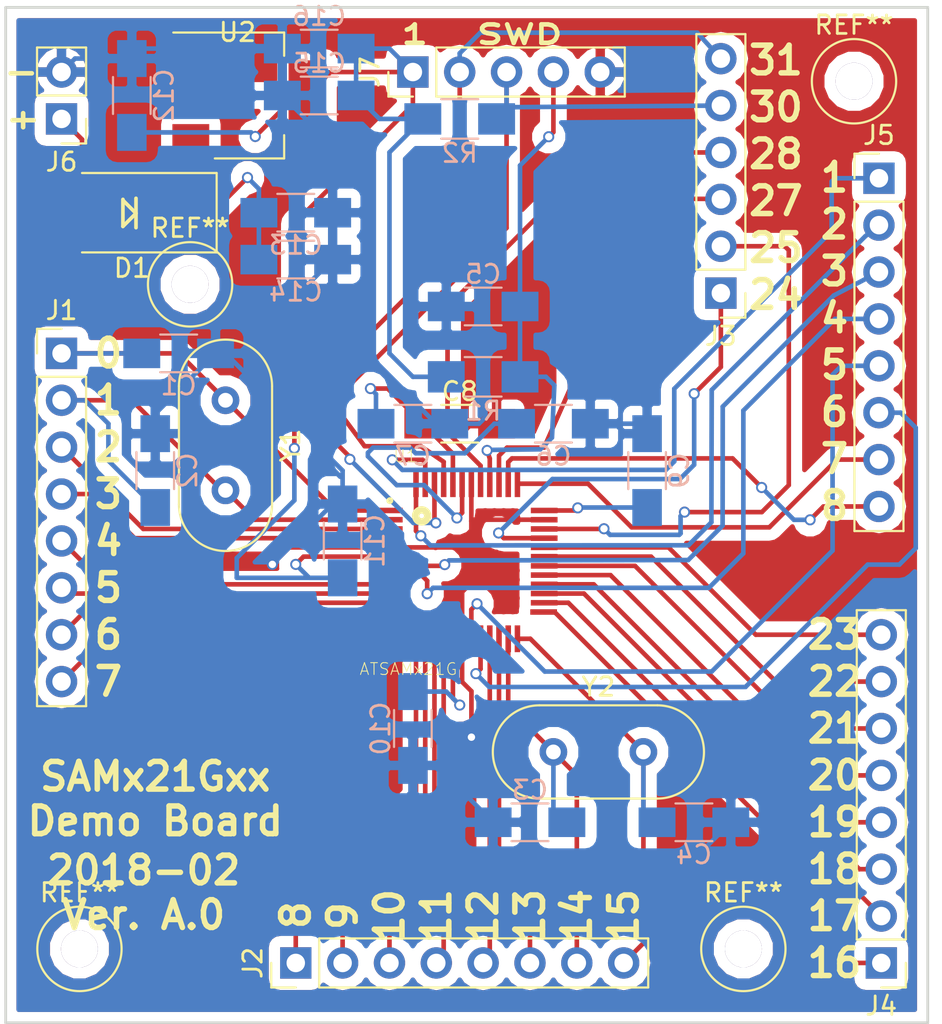
<source format=kicad_pcb>
(kicad_pcb (version 4) (host pcbnew 4.0.6)

  (general
    (links 92)
    (no_connects 2)
    (area 109.239524 59.0711 161.270477 115.565)
    (thickness 1.6)
    (drawings 52)
    (tracks 364)
    (zones 0)
    (modules 34)
    (nets 48)
  )

  (page A4)
  (layers
    (0 F.Cu signal)
    (31 B.Cu signal)
    (32 B.Adhes user hide)
    (33 F.Adhes user)
    (34 B.Paste user hide)
    (35 F.Paste user)
    (36 B.SilkS user)
    (37 F.SilkS user)
    (38 B.Mask user hide)
    (39 F.Mask user)
    (40 Dwgs.User user)
    (41 Cmts.User user)
    (42 Eco1.User user)
    (43 Eco2.User user)
    (44 Edge.Cuts user)
    (45 Margin user)
    (46 B.CrtYd user hide)
    (47 F.CrtYd user)
    (48 B.Fab user hide)
    (49 F.Fab user)
  )

  (setup
    (last_trace_width 0.6)
    (trace_clearance 0.6)
    (zone_clearance 0.508)
    (zone_45_only no)
    (trace_min 0.6)
    (segment_width 0.2)
    (edge_width 0.15)
    (via_size 0.6)
    (via_drill 0.4)
    (via_min_size 0.4)
    (via_min_drill 0.3)
    (uvia_size 0.3)
    (uvia_drill 0.1)
    (uvias_allowed no)
    (uvia_min_size 0.2)
    (uvia_min_drill 0.1)
    (pcb_text_width 0.3)
    (pcb_text_size 1.5 1.5)
    (mod_edge_width 0.15)
    (mod_text_size 1 1)
    (mod_text_width 0.15)
    (pad_size 2 2)
    (pad_drill 2)
    (pad_to_mask_clearance 0.2)
    (aux_axis_origin 109.92612 115.062)
    (visible_elements 7FFFFFFF)
    (pcbplotparams
      (layerselection 0x00030_80000001)
      (usegerberextensions false)
      (excludeedgelayer true)
      (linewidth 0.100000)
      (plotframeref false)
      (viasonmask false)
      (mode 1)
      (useauxorigin false)
      (hpglpennumber 1)
      (hpglpenspeed 20)
      (hpglpendiameter 15)
      (hpglpenoverlay 2)
      (psnegative false)
      (psa4output false)
      (plotreference true)
      (plotvalue true)
      (plotinvisibletext false)
      (padsonsilk false)
      (subtractmaskfromsilk false)
      (outputformat 1)
      (mirror false)
      (drillshape 1)
      (scaleselection 1)
      (outputdirectory ""))
  )

  (net 0 "")
  (net 1 GND)
  (net 2 VDD)
  (net 3 /MCU/PA0)
  (net 4 /MCU/PA1)
  (net 5 /MCU/PA14)
  (net 6 /MCU/PA15)
  (net 7 RESET)
  (net 8 "Net-(C6-Pad1)")
  (net 9 "Net-(C7-Pad1)")
  (net 10 "Net-(C9-Pad1)")
  (net 11 "Net-(C10-Pad1)")
  (net 12 "Net-(C13-Pad1)")
  (net 13 "Net-(D1-Pad2)")
  (net 14 /MCU/PA2)
  (net 15 /MCU/PA3)
  (net 16 /MCU/PA4)
  (net 17 /MCU/PA5)
  (net 18 /MCU/PA6)
  (net 19 /MCU/PA7)
  (net 20 /MCU/PA8)
  (net 21 /MCU/PA9)
  (net 22 /MCU/PA10)
  (net 23 /MCU/PA11)
  (net 24 /MCU/PA12)
  (net 25 /MCU/PA13)
  (net 26 /MCU/PA24)
  (net 27 /MCU/PA25)
  (net 28 /MCU/PA27)
  (net 29 /MCU/PA28)
  (net 30 SWDCLK)
  (net 31 SWDIO)
  (net 32 /MCU/PA16)
  (net 33 /MCU/PA17)
  (net 34 /MCU/PA18)
  (net 35 /MCU/PA19)
  (net 36 /MCU/PA20)
  (net 37 /MCU/PA21)
  (net 38 /MCU/PA22)
  (net 39 /MCU/PA23)
  (net 40 "Net-(J5-Pad1)")
  (net 41 "Net-(J5-Pad2)")
  (net 42 "Net-(J5-Pad3)")
  (net 43 "Net-(J5-Pad4)")
  (net 44 "Net-(J5-Pad5)")
  (net 45 "Net-(J5-Pad6)")
  (net 46 "Net-(J5-Pad7)")
  (net 47 "Net-(J5-Pad8)")

  (net_class Default "This is the default net class."
    (clearance 0.6)
    (trace_width 0.6)
    (via_dia 0.6)
    (via_drill 0.4)
    (uvia_dia 0.3)
    (uvia_drill 0.1)
    (add_net /MCU/PA0)
    (add_net /MCU/PA1)
    (add_net /MCU/PA10)
    (add_net /MCU/PA11)
    (add_net /MCU/PA12)
    (add_net /MCU/PA13)
    (add_net /MCU/PA14)
    (add_net /MCU/PA15)
    (add_net /MCU/PA16)
    (add_net /MCU/PA17)
    (add_net /MCU/PA18)
    (add_net /MCU/PA19)
    (add_net /MCU/PA2)
    (add_net /MCU/PA20)
    (add_net /MCU/PA21)
    (add_net /MCU/PA22)
    (add_net /MCU/PA23)
    (add_net /MCU/PA24)
    (add_net /MCU/PA25)
    (add_net /MCU/PA27)
    (add_net /MCU/PA28)
    (add_net /MCU/PA3)
    (add_net /MCU/PA4)
    (add_net /MCU/PA5)
    (add_net /MCU/PA6)
    (add_net /MCU/PA7)
    (add_net /MCU/PA8)
    (add_net /MCU/PA9)
    (add_net GND)
    (add_net "Net-(C10-Pad1)")
    (add_net "Net-(C13-Pad1)")
    (add_net "Net-(C6-Pad1)")
    (add_net "Net-(C7-Pad1)")
    (add_net "Net-(C9-Pad1)")
    (add_net "Net-(D1-Pad2)")
    (add_net "Net-(J5-Pad1)")
    (add_net "Net-(J5-Pad2)")
    (add_net "Net-(J5-Pad3)")
    (add_net "Net-(J5-Pad4)")
    (add_net "Net-(J5-Pad5)")
    (add_net "Net-(J5-Pad6)")
    (add_net "Net-(J5-Pad7)")
    (add_net "Net-(J5-Pad8)")
    (add_net RESET)
    (add_net SWDCLK)
    (add_net SWDIO)
    (add_net VDD)
  )

  (module Connectors:1pin (layer F.Cu) (tedit 5A8B54DE) (tstamp 5A8B53A1)
    (at 156 64)
    (descr "module 1 pin (ou trou mecanique de percage)")
    (tags DEV)
    (fp_text reference REF** (at 0 -3.048) (layer F.SilkS)
      (effects (font (size 1 1) (thickness 0.15)))
    )
    (fp_text value 1pin (at 0 3) (layer F.Fab)
      (effects (font (size 1 1) (thickness 0.15)))
    )
    (fp_circle (center 0 0) (end 2 0.8) (layer F.Fab) (width 0.1))
    (fp_circle (center 0 0) (end 2.6 0) (layer F.CrtYd) (width 0.05))
    (fp_circle (center 0 0) (end 0 -2.286) (layer F.SilkS) (width 0.12))
    (pad 1 thru_hole circle (at 0 0) (size 2 2) (drill 2) (layers *.Cu *.Mask))
  )

  (module Diodes_SMD:D_SMB_Handsoldering (layer F.Cu) (tedit 590B3D55) (tstamp 5A8725AF)
    (at 116.84 71.12 180)
    (descr "Diode SMB (DO-214AA) Handsoldering")
    (tags "Diode SMB (DO-214AA) Handsoldering")
    (path /5A788DDD/5A78DF80)
    (attr smd)
    (fp_text reference D1 (at 0 -3 180) (layer F.SilkS)
      (effects (font (size 1 1) (thickness 0.15)))
    )
    (fp_text value 1N4001 (at 0 3 180) (layer F.Fab)
      (effects (font (size 1 1) (thickness 0.15)))
    )
    (fp_text user %R (at 0 -3 180) (layer F.Fab)
      (effects (font (size 1 1) (thickness 0.15)))
    )
    (fp_line (start -4.6 -2.15) (end -4.6 2.15) (layer F.SilkS) (width 0.12))
    (fp_line (start 2.3 2) (end -2.3 2) (layer F.Fab) (width 0.1))
    (fp_line (start -2.3 2) (end -2.3 -2) (layer F.Fab) (width 0.1))
    (fp_line (start 2.3 -2) (end 2.3 2) (layer F.Fab) (width 0.1))
    (fp_line (start 2.3 -2) (end -2.3 -2) (layer F.Fab) (width 0.1))
    (fp_line (start -4.7 -2.25) (end 4.7 -2.25) (layer F.CrtYd) (width 0.05))
    (fp_line (start 4.7 -2.25) (end 4.7 2.25) (layer F.CrtYd) (width 0.05))
    (fp_line (start 4.7 2.25) (end -4.7 2.25) (layer F.CrtYd) (width 0.05))
    (fp_line (start -4.7 2.25) (end -4.7 -2.25) (layer F.CrtYd) (width 0.05))
    (fp_line (start -0.64944 0.00102) (end -1.55114 0.00102) (layer F.Fab) (width 0.1))
    (fp_line (start 0.50118 0.00102) (end 1.4994 0.00102) (layer F.Fab) (width 0.1))
    (fp_line (start -0.64944 -0.79908) (end -0.64944 0.80112) (layer F.Fab) (width 0.1))
    (fp_line (start 0.50118 0.75032) (end 0.50118 -0.79908) (layer F.Fab) (width 0.1))
    (fp_line (start -0.64944 0.00102) (end 0.50118 0.75032) (layer F.Fab) (width 0.1))
    (fp_line (start -0.64944 0.00102) (end 0.50118 -0.79908) (layer F.Fab) (width 0.1))
    (fp_line (start -4.6 2.15) (end 2.7 2.15) (layer F.SilkS) (width 0.12))
    (fp_line (start -4.6 -2.15) (end 2.7 -2.15) (layer F.SilkS) (width 0.12))
    (pad 1 smd rect (at -2.7 0 180) (size 3.5 2.3) (layers F.Cu F.Paste F.Mask)
      (net 12 "Net-(C13-Pad1)"))
    (pad 2 smd rect (at 2.7 0 180) (size 3.5 2.3) (layers F.Cu F.Paste F.Mask)
      (net 13 "Net-(D1-Pad2)"))
    (model ${KISYS3DMOD}/Diodes_SMD.3dshapes/D_SMB.wrl
      (at (xyz 0 0 0))
      (scale (xyz 1 1 1))
      (rotate (xyz 0 0 0))
    )
  )

  (module TO_SOT_Packages_SMD:SOT-223 (layer F.Cu) (tedit 5A8B4C32) (tstamp 5A8724A2)
    (at 123.19 64.77)
    (descr "module CMS SOT223 4 pins")
    (tags "CMS SOT")
    (path /5A788DDD/5A78DF2F)
    (attr smd)
    (fp_text reference U2 (at -0.62484 -3.42392) (layer F.SilkS)
      (effects (font (size 1 1) (thickness 0.15)))
    )
    (fp_text value AP111733 (at 0 4.5) (layer F.Fab)
      (effects (font (size 1 1) (thickness 0.15)))
    )
    (fp_text user %R (at 0 0 90) (layer F.Fab)
      (effects (font (size 0.8 0.8) (thickness 0.12)))
    )
    (fp_line (start -1.85 -2.3) (end -0.8 -3.35) (layer F.Fab) (width 0.1))
    (fp_line (start 1.91 3.41) (end 1.91 2.15) (layer F.SilkS) (width 0.12))
    (fp_line (start 1.91 -3.41) (end 1.91 -2.15) (layer F.SilkS) (width 0.12))
    (fp_line (start 4.4 -3.6) (end -4.4 -3.6) (layer F.CrtYd) (width 0.05))
    (fp_line (start 4.4 3.6) (end 4.4 -3.6) (layer F.CrtYd) (width 0.05))
    (fp_line (start -4.4 3.6) (end 4.4 3.6) (layer F.CrtYd) (width 0.05))
    (fp_line (start -4.4 -3.6) (end -4.4 3.6) (layer F.CrtYd) (width 0.05))
    (fp_line (start -1.85 -2.3) (end -1.85 3.35) (layer F.Fab) (width 0.1))
    (fp_line (start -1.85 3.41) (end 1.91 3.41) (layer F.SilkS) (width 0.12))
    (fp_line (start -0.8 -3.35) (end 1.85 -3.35) (layer F.Fab) (width 0.1))
    (fp_line (start -4.1 -3.41) (end 1.91 -3.41) (layer F.SilkS) (width 0.12))
    (fp_line (start -1.85 3.35) (end 1.85 3.35) (layer F.Fab) (width 0.1))
    (fp_line (start 1.85 -3.35) (end 1.85 3.35) (layer F.Fab) (width 0.1))
    (pad 4 smd rect (at 3.15 0) (size 2 3.8) (layers F.Cu F.Paste F.Mask)
      (net 2 VDD))
    (pad 2 smd rect (at -3.15 0) (size 2 1.5) (layers F.Cu F.Paste F.Mask)
      (net 2 VDD))
    (pad 3 smd rect (at -3.15 2.3) (size 2 1.5) (layers F.Cu F.Paste F.Mask)
      (net 12 "Net-(C13-Pad1)"))
    (pad 1 smd rect (at -3.15 -2.3) (size 2 1.5) (layers F.Cu F.Paste F.Mask)
      (net 1 GND))
    (model ${KISYS3DMOD}/TO_SOT_Packages_SMD.3dshapes/SOT-223.wrl
      (at (xyz 0 0 0))
      (scale (xyz 1 1 1))
      (rotate (xyz 0 0 0))
    )
  )

  (module Capacitors_SMD:C_1206_HandSoldering (layer B.Cu) (tedit 58AA84D1) (tstamp 5A87254F)
    (at 119.38 78.74)
    (descr "Capacitor SMD 1206, hand soldering")
    (tags "capacitor 1206")
    (path /5A788DC9/5A870C79)
    (attr smd)
    (fp_text reference C1 (at 0 1.75) (layer B.SilkS)
      (effects (font (size 1 1) (thickness 0.15)) (justify mirror))
    )
    (fp_text value 22pF (at 0 -2) (layer B.Fab)
      (effects (font (size 1 1) (thickness 0.15)) (justify mirror))
    )
    (fp_text user %R (at 0 1.75) (layer B.Fab)
      (effects (font (size 1 1) (thickness 0.15)) (justify mirror))
    )
    (fp_line (start -1.6 -0.8) (end -1.6 0.8) (layer B.Fab) (width 0.1))
    (fp_line (start 1.6 -0.8) (end -1.6 -0.8) (layer B.Fab) (width 0.1))
    (fp_line (start 1.6 0.8) (end 1.6 -0.8) (layer B.Fab) (width 0.1))
    (fp_line (start -1.6 0.8) (end 1.6 0.8) (layer B.Fab) (width 0.1))
    (fp_line (start 1 1.02) (end -1 1.02) (layer B.SilkS) (width 0.12))
    (fp_line (start -1 -1.02) (end 1 -1.02) (layer B.SilkS) (width 0.12))
    (fp_line (start -3.25 1.05) (end 3.25 1.05) (layer B.CrtYd) (width 0.05))
    (fp_line (start -3.25 1.05) (end -3.25 -1.05) (layer B.CrtYd) (width 0.05))
    (fp_line (start 3.25 -1.05) (end 3.25 1.05) (layer B.CrtYd) (width 0.05))
    (fp_line (start 3.25 -1.05) (end -3.25 -1.05) (layer B.CrtYd) (width 0.05))
    (pad 1 smd rect (at -2 0) (size 2 1.6) (layers B.Cu B.Paste B.Mask)
      (net 3 /MCU/PA0))
    (pad 2 smd rect (at 2 0) (size 2 1.6) (layers B.Cu B.Paste B.Mask)
      (net 1 GND))
    (model Capacitors_SMD.3dshapes/C_1206.wrl
      (at (xyz 0 0 0))
      (scale (xyz 1 1 1))
      (rotate (xyz 0 0 0))
    )
  )

  (module Capacitors_SMD:C_1206_HandSoldering (layer B.Cu) (tedit 58AA84D1) (tstamp 5A872555)
    (at 118.11 85.09 90)
    (descr "Capacitor SMD 1206, hand soldering")
    (tags "capacitor 1206")
    (path /5A788DC9/5A870C7F)
    (attr smd)
    (fp_text reference C2 (at 0 1.75 90) (layer B.SilkS)
      (effects (font (size 1 1) (thickness 0.15)) (justify mirror))
    )
    (fp_text value 22pF (at 0 -2 90) (layer B.Fab)
      (effects (font (size 1 1) (thickness 0.15)) (justify mirror))
    )
    (fp_text user %R (at 0 1.75 90) (layer B.Fab)
      (effects (font (size 1 1) (thickness 0.15)) (justify mirror))
    )
    (fp_line (start -1.6 -0.8) (end -1.6 0.8) (layer B.Fab) (width 0.1))
    (fp_line (start 1.6 -0.8) (end -1.6 -0.8) (layer B.Fab) (width 0.1))
    (fp_line (start 1.6 0.8) (end 1.6 -0.8) (layer B.Fab) (width 0.1))
    (fp_line (start -1.6 0.8) (end 1.6 0.8) (layer B.Fab) (width 0.1))
    (fp_line (start 1 1.02) (end -1 1.02) (layer B.SilkS) (width 0.12))
    (fp_line (start -1 -1.02) (end 1 -1.02) (layer B.SilkS) (width 0.12))
    (fp_line (start -3.25 1.05) (end 3.25 1.05) (layer B.CrtYd) (width 0.05))
    (fp_line (start -3.25 1.05) (end -3.25 -1.05) (layer B.CrtYd) (width 0.05))
    (fp_line (start 3.25 -1.05) (end 3.25 1.05) (layer B.CrtYd) (width 0.05))
    (fp_line (start 3.25 -1.05) (end -3.25 -1.05) (layer B.CrtYd) (width 0.05))
    (pad 1 smd rect (at -2 0 90) (size 2 1.6) (layers B.Cu B.Paste B.Mask)
      (net 4 /MCU/PA1))
    (pad 2 smd rect (at 2 0 90) (size 2 1.6) (layers B.Cu B.Paste B.Mask)
      (net 1 GND))
    (model Capacitors_SMD.3dshapes/C_1206.wrl
      (at (xyz 0 0 0))
      (scale (xyz 1 1 1))
      (rotate (xyz 0 0 0))
    )
  )

  (module Capacitors_SMD:C_1206_HandSoldering (layer B.Cu) (tedit 58AA84D1) (tstamp 5A87255B)
    (at 138.43 104.14 180)
    (descr "Capacitor SMD 1206, hand soldering")
    (tags "capacitor 1206")
    (path /5A788DC9/5A870D0B)
    (attr smd)
    (fp_text reference C3 (at 0 1.75 180) (layer B.SilkS)
      (effects (font (size 1 1) (thickness 0.15)) (justify mirror))
    )
    (fp_text value 22pF (at 0 -2 180) (layer B.Fab)
      (effects (font (size 1 1) (thickness 0.15)) (justify mirror))
    )
    (fp_text user %R (at 0 1.75 180) (layer B.Fab)
      (effects (font (size 1 1) (thickness 0.15)) (justify mirror))
    )
    (fp_line (start -1.6 -0.8) (end -1.6 0.8) (layer B.Fab) (width 0.1))
    (fp_line (start 1.6 -0.8) (end -1.6 -0.8) (layer B.Fab) (width 0.1))
    (fp_line (start 1.6 0.8) (end 1.6 -0.8) (layer B.Fab) (width 0.1))
    (fp_line (start -1.6 0.8) (end 1.6 0.8) (layer B.Fab) (width 0.1))
    (fp_line (start 1 1.02) (end -1 1.02) (layer B.SilkS) (width 0.12))
    (fp_line (start -1 -1.02) (end 1 -1.02) (layer B.SilkS) (width 0.12))
    (fp_line (start -3.25 1.05) (end 3.25 1.05) (layer B.CrtYd) (width 0.05))
    (fp_line (start -3.25 1.05) (end -3.25 -1.05) (layer B.CrtYd) (width 0.05))
    (fp_line (start 3.25 -1.05) (end 3.25 1.05) (layer B.CrtYd) (width 0.05))
    (fp_line (start 3.25 -1.05) (end -3.25 -1.05) (layer B.CrtYd) (width 0.05))
    (pad 1 smd rect (at -2 0 180) (size 2 1.6) (layers B.Cu B.Paste B.Mask)
      (net 5 /MCU/PA14))
    (pad 2 smd rect (at 2 0 180) (size 2 1.6) (layers B.Cu B.Paste B.Mask)
      (net 1 GND))
    (model Capacitors_SMD.3dshapes/C_1206.wrl
      (at (xyz 0 0 0))
      (scale (xyz 1 1 1))
      (rotate (xyz 0 0 0))
    )
  )

  (module Capacitors_SMD:C_1206_HandSoldering (layer B.Cu) (tedit 58AA84D1) (tstamp 5A872561)
    (at 147.32 104.14)
    (descr "Capacitor SMD 1206, hand soldering")
    (tags "capacitor 1206")
    (path /5A788DC9/5A870D11)
    (attr smd)
    (fp_text reference C4 (at 0 1.75) (layer B.SilkS)
      (effects (font (size 1 1) (thickness 0.15)) (justify mirror))
    )
    (fp_text value 22pF (at 0 -2) (layer B.Fab)
      (effects (font (size 1 1) (thickness 0.15)) (justify mirror))
    )
    (fp_text user %R (at 0 1.75) (layer B.Fab)
      (effects (font (size 1 1) (thickness 0.15)) (justify mirror))
    )
    (fp_line (start -1.6 -0.8) (end -1.6 0.8) (layer B.Fab) (width 0.1))
    (fp_line (start 1.6 -0.8) (end -1.6 -0.8) (layer B.Fab) (width 0.1))
    (fp_line (start 1.6 0.8) (end 1.6 -0.8) (layer B.Fab) (width 0.1))
    (fp_line (start -1.6 0.8) (end 1.6 0.8) (layer B.Fab) (width 0.1))
    (fp_line (start 1 1.02) (end -1 1.02) (layer B.SilkS) (width 0.12))
    (fp_line (start -1 -1.02) (end 1 -1.02) (layer B.SilkS) (width 0.12))
    (fp_line (start -3.25 1.05) (end 3.25 1.05) (layer B.CrtYd) (width 0.05))
    (fp_line (start -3.25 1.05) (end -3.25 -1.05) (layer B.CrtYd) (width 0.05))
    (fp_line (start 3.25 -1.05) (end 3.25 1.05) (layer B.CrtYd) (width 0.05))
    (fp_line (start 3.25 -1.05) (end -3.25 -1.05) (layer B.CrtYd) (width 0.05))
    (pad 1 smd rect (at -2 0) (size 2 1.6) (layers B.Cu B.Paste B.Mask)
      (net 6 /MCU/PA15))
    (pad 2 smd rect (at 2 0) (size 2 1.6) (layers B.Cu B.Paste B.Mask)
      (net 1 GND))
    (model Capacitors_SMD.3dshapes/C_1206.wrl
      (at (xyz 0 0 0))
      (scale (xyz 1 1 1))
      (rotate (xyz 0 0 0))
    )
  )

  (module Capacitors_SMD:C_1206_HandSoldering (layer B.Cu) (tedit 58AA84D1) (tstamp 5A872567)
    (at 135.89 76.2 180)
    (descr "Capacitor SMD 1206, hand soldering")
    (tags "capacitor 1206")
    (path /5A788DC9/5A78CF0D)
    (attr smd)
    (fp_text reference C5 (at 0 1.75 180) (layer B.SilkS)
      (effects (font (size 1 1) (thickness 0.15)) (justify mirror))
    )
    (fp_text value 1uF (at 0 -2 180) (layer B.Fab)
      (effects (font (size 1 1) (thickness 0.15)) (justify mirror))
    )
    (fp_text user %R (at 0 1.75 180) (layer B.Fab)
      (effects (font (size 1 1) (thickness 0.15)) (justify mirror))
    )
    (fp_line (start -1.6 -0.8) (end -1.6 0.8) (layer B.Fab) (width 0.1))
    (fp_line (start 1.6 -0.8) (end -1.6 -0.8) (layer B.Fab) (width 0.1))
    (fp_line (start 1.6 0.8) (end 1.6 -0.8) (layer B.Fab) (width 0.1))
    (fp_line (start -1.6 0.8) (end 1.6 0.8) (layer B.Fab) (width 0.1))
    (fp_line (start 1 1.02) (end -1 1.02) (layer B.SilkS) (width 0.12))
    (fp_line (start -1 -1.02) (end 1 -1.02) (layer B.SilkS) (width 0.12))
    (fp_line (start -3.25 1.05) (end 3.25 1.05) (layer B.CrtYd) (width 0.05))
    (fp_line (start -3.25 1.05) (end -3.25 -1.05) (layer B.CrtYd) (width 0.05))
    (fp_line (start 3.25 -1.05) (end 3.25 1.05) (layer B.CrtYd) (width 0.05))
    (fp_line (start 3.25 -1.05) (end -3.25 -1.05) (layer B.CrtYd) (width 0.05))
    (pad 1 smd rect (at -2 0 180) (size 2 1.6) (layers B.Cu B.Paste B.Mask)
      (net 7 RESET))
    (pad 2 smd rect (at 2 0 180) (size 2 1.6) (layers B.Cu B.Paste B.Mask)
      (net 1 GND))
    (model Capacitors_SMD.3dshapes/C_1206.wrl
      (at (xyz 0 0 0))
      (scale (xyz 1 1 1))
      (rotate (xyz 0 0 0))
    )
  )

  (module Capacitors_SMD:C_1206_HandSoldering (layer B.Cu) (tedit 58AA84D1) (tstamp 5A87256D)
    (at 139.7 82.55)
    (descr "Capacitor SMD 1206, hand soldering")
    (tags "capacitor 1206")
    (path /5A788DC9/5A78D233)
    (attr smd)
    (fp_text reference C6 (at 0 1.75) (layer B.SilkS)
      (effects (font (size 1 1) (thickness 0.15)) (justify mirror))
    )
    (fp_text value 1uFC (at 0 -2) (layer B.Fab)
      (effects (font (size 1 1) (thickness 0.15)) (justify mirror))
    )
    (fp_text user %R (at 0 1.75) (layer B.Fab)
      (effects (font (size 1 1) (thickness 0.15)) (justify mirror))
    )
    (fp_line (start -1.6 -0.8) (end -1.6 0.8) (layer B.Fab) (width 0.1))
    (fp_line (start 1.6 -0.8) (end -1.6 -0.8) (layer B.Fab) (width 0.1))
    (fp_line (start 1.6 0.8) (end 1.6 -0.8) (layer B.Fab) (width 0.1))
    (fp_line (start -1.6 0.8) (end 1.6 0.8) (layer B.Fab) (width 0.1))
    (fp_line (start 1 1.02) (end -1 1.02) (layer B.SilkS) (width 0.12))
    (fp_line (start -1 -1.02) (end 1 -1.02) (layer B.SilkS) (width 0.12))
    (fp_line (start -3.25 1.05) (end 3.25 1.05) (layer B.CrtYd) (width 0.05))
    (fp_line (start -3.25 1.05) (end -3.25 -1.05) (layer B.CrtYd) (width 0.05))
    (fp_line (start 3.25 -1.05) (end 3.25 1.05) (layer B.CrtYd) (width 0.05))
    (fp_line (start 3.25 -1.05) (end -3.25 -1.05) (layer B.CrtYd) (width 0.05))
    (pad 1 smd rect (at -2 0) (size 2 1.6) (layers B.Cu B.Paste B.Mask)
      (net 8 "Net-(C6-Pad1)"))
    (pad 2 smd rect (at 2 0) (size 2 1.6) (layers B.Cu B.Paste B.Mask)
      (net 1 GND))
    (model Capacitors_SMD.3dshapes/C_1206.wrl
      (at (xyz 0 0 0))
      (scale (xyz 1 1 1))
      (rotate (xyz 0 0 0))
    )
  )

  (module Capacitors_SMD:C_1206_HandSoldering (layer B.Cu) (tedit 58AA84D1) (tstamp 5A872573)
    (at 132.08 82.55)
    (descr "Capacitor SMD 1206, hand soldering")
    (tags "capacitor 1206")
    (path /5A788DC9/5A78D265)
    (attr smd)
    (fp_text reference C7 (at 0 1.75) (layer B.SilkS)
      (effects (font (size 1 1) (thickness 0.15)) (justify mirror))
    )
    (fp_text value 100nF-Close (at 0 -2) (layer B.Fab)
      (effects (font (size 1 1) (thickness 0.15)) (justify mirror))
    )
    (fp_text user %R (at 0 1.75) (layer B.Fab)
      (effects (font (size 1 1) (thickness 0.15)) (justify mirror))
    )
    (fp_line (start -1.6 -0.8) (end -1.6 0.8) (layer B.Fab) (width 0.1))
    (fp_line (start 1.6 -0.8) (end -1.6 -0.8) (layer B.Fab) (width 0.1))
    (fp_line (start 1.6 0.8) (end 1.6 -0.8) (layer B.Fab) (width 0.1))
    (fp_line (start -1.6 0.8) (end 1.6 0.8) (layer B.Fab) (width 0.1))
    (fp_line (start 1 1.02) (end -1 1.02) (layer B.SilkS) (width 0.12))
    (fp_line (start -1 -1.02) (end 1 -1.02) (layer B.SilkS) (width 0.12))
    (fp_line (start -3.25 1.05) (end 3.25 1.05) (layer B.CrtYd) (width 0.05))
    (fp_line (start -3.25 1.05) (end -3.25 -1.05) (layer B.CrtYd) (width 0.05))
    (fp_line (start 3.25 -1.05) (end 3.25 1.05) (layer B.CrtYd) (width 0.05))
    (fp_line (start 3.25 -1.05) (end -3.25 -1.05) (layer B.CrtYd) (width 0.05))
    (pad 1 smd rect (at -2 0) (size 2 1.6) (layers B.Cu B.Paste B.Mask)
      (net 9 "Net-(C7-Pad1)"))
    (pad 2 smd rect (at 2 0) (size 2 1.6) (layers B.Cu B.Paste B.Mask)
      (net 1 GND))
    (model Capacitors_SMD.3dshapes/C_1206.wrl
      (at (xyz 0 0 0))
      (scale (xyz 1 1 1))
      (rotate (xyz 0 0 0))
    )
  )

  (module Capacitors_SMD:C_1206_HandSoldering (layer F.Cu) (tedit 58AA84D1) (tstamp 5A872579)
    (at 134.62 82.55)
    (descr "Capacitor SMD 1206, hand soldering")
    (tags "capacitor 1206")
    (path /5A788DC9/5A78D904)
    (attr smd)
    (fp_text reference C8 (at 0 -1.75) (layer F.SilkS)
      (effects (font (size 1 1) (thickness 0.15)))
    )
    (fp_text value 10uF (at 0 2) (layer F.Fab)
      (effects (font (size 1 1) (thickness 0.15)))
    )
    (fp_text user %R (at 0 -1.75) (layer F.Fab)
      (effects (font (size 1 1) (thickness 0.15)))
    )
    (fp_line (start -1.6 0.8) (end -1.6 -0.8) (layer F.Fab) (width 0.1))
    (fp_line (start 1.6 0.8) (end -1.6 0.8) (layer F.Fab) (width 0.1))
    (fp_line (start 1.6 -0.8) (end 1.6 0.8) (layer F.Fab) (width 0.1))
    (fp_line (start -1.6 -0.8) (end 1.6 -0.8) (layer F.Fab) (width 0.1))
    (fp_line (start 1 -1.02) (end -1 -1.02) (layer F.SilkS) (width 0.12))
    (fp_line (start -1 1.02) (end 1 1.02) (layer F.SilkS) (width 0.12))
    (fp_line (start -3.25 -1.05) (end 3.25 -1.05) (layer F.CrtYd) (width 0.05))
    (fp_line (start -3.25 -1.05) (end -3.25 1.05) (layer F.CrtYd) (width 0.05))
    (fp_line (start 3.25 1.05) (end 3.25 -1.05) (layer F.CrtYd) (width 0.05))
    (fp_line (start 3.25 1.05) (end -3.25 1.05) (layer F.CrtYd) (width 0.05))
    (pad 1 smd rect (at -2 0) (size 2 1.6) (layers F.Cu F.Paste F.Mask)
      (net 9 "Net-(C7-Pad1)"))
    (pad 2 smd rect (at 2 0) (size 2 1.6) (layers F.Cu F.Paste F.Mask)
      (net 1 GND))
    (model Capacitors_SMD.3dshapes/C_1206.wrl
      (at (xyz 0 0 0))
      (scale (xyz 1 1 1))
      (rotate (xyz 0 0 0))
    )
  )

  (module Capacitors_SMD:C_1206_HandSoldering (layer B.Cu) (tedit 58AA84D1) (tstamp 5A87257F)
    (at 144.78 85.09 90)
    (descr "Capacitor SMD 1206, hand soldering")
    (tags "capacitor 1206")
    (path /5A788DC9/5A78D1C7)
    (attr smd)
    (fp_text reference C9 (at 0 1.75 90) (layer B.SilkS)
      (effects (font (size 1 1) (thickness 0.15)) (justify mirror))
    )
    (fp_text value 100nF (at 0 -2 90) (layer B.Fab)
      (effects (font (size 1 1) (thickness 0.15)) (justify mirror))
    )
    (fp_text user %R (at 0 1.75 90) (layer B.Fab)
      (effects (font (size 1 1) (thickness 0.15)) (justify mirror))
    )
    (fp_line (start -1.6 -0.8) (end -1.6 0.8) (layer B.Fab) (width 0.1))
    (fp_line (start 1.6 -0.8) (end -1.6 -0.8) (layer B.Fab) (width 0.1))
    (fp_line (start 1.6 0.8) (end 1.6 -0.8) (layer B.Fab) (width 0.1))
    (fp_line (start -1.6 0.8) (end 1.6 0.8) (layer B.Fab) (width 0.1))
    (fp_line (start 1 1.02) (end -1 1.02) (layer B.SilkS) (width 0.12))
    (fp_line (start -1 -1.02) (end 1 -1.02) (layer B.SilkS) (width 0.12))
    (fp_line (start -3.25 1.05) (end 3.25 1.05) (layer B.CrtYd) (width 0.05))
    (fp_line (start -3.25 1.05) (end -3.25 -1.05) (layer B.CrtYd) (width 0.05))
    (fp_line (start 3.25 -1.05) (end 3.25 1.05) (layer B.CrtYd) (width 0.05))
    (fp_line (start 3.25 -1.05) (end -3.25 -1.05) (layer B.CrtYd) (width 0.05))
    (pad 1 smd rect (at -2 0 90) (size 2 1.6) (layers B.Cu B.Paste B.Mask)
      (net 10 "Net-(C9-Pad1)"))
    (pad 2 smd rect (at 2 0 90) (size 2 1.6) (layers B.Cu B.Paste B.Mask)
      (net 1 GND))
    (model Capacitors_SMD.3dshapes/C_1206.wrl
      (at (xyz 0 0 0))
      (scale (xyz 1 1 1))
      (rotate (xyz 0 0 0))
    )
  )

  (module Capacitors_SMD:C_1206_HandSoldering (layer B.Cu) (tedit 58AA84D1) (tstamp 5A872585)
    (at 132.08 99.06 270)
    (descr "Capacitor SMD 1206, hand soldering")
    (tags "capacitor 1206")
    (path /5A788DC9/5A78D4E4)
    (attr smd)
    (fp_text reference C10 (at 0 1.75 270) (layer B.SilkS)
      (effects (font (size 1 1) (thickness 0.15)) (justify mirror))
    )
    (fp_text value 100nF (at 0 -2 270) (layer B.Fab)
      (effects (font (size 1 1) (thickness 0.15)) (justify mirror))
    )
    (fp_text user %R (at 0 1.75 270) (layer B.Fab)
      (effects (font (size 1 1) (thickness 0.15)) (justify mirror))
    )
    (fp_line (start -1.6 -0.8) (end -1.6 0.8) (layer B.Fab) (width 0.1))
    (fp_line (start 1.6 -0.8) (end -1.6 -0.8) (layer B.Fab) (width 0.1))
    (fp_line (start 1.6 0.8) (end 1.6 -0.8) (layer B.Fab) (width 0.1))
    (fp_line (start -1.6 0.8) (end 1.6 0.8) (layer B.Fab) (width 0.1))
    (fp_line (start 1 1.02) (end -1 1.02) (layer B.SilkS) (width 0.12))
    (fp_line (start -1 -1.02) (end 1 -1.02) (layer B.SilkS) (width 0.12))
    (fp_line (start -3.25 1.05) (end 3.25 1.05) (layer B.CrtYd) (width 0.05))
    (fp_line (start -3.25 1.05) (end -3.25 -1.05) (layer B.CrtYd) (width 0.05))
    (fp_line (start 3.25 -1.05) (end 3.25 1.05) (layer B.CrtYd) (width 0.05))
    (fp_line (start 3.25 -1.05) (end -3.25 -1.05) (layer B.CrtYd) (width 0.05))
    (pad 1 smd rect (at -2 0 270) (size 2 1.6) (layers B.Cu B.Paste B.Mask)
      (net 11 "Net-(C10-Pad1)"))
    (pad 2 smd rect (at 2 0 270) (size 2 1.6) (layers B.Cu B.Paste B.Mask)
      (net 1 GND))
    (model Capacitors_SMD.3dshapes/C_1206.wrl
      (at (xyz 0 0 0))
      (scale (xyz 1 1 1))
      (rotate (xyz 0 0 0))
    )
  )

  (module Capacitors_SMD:C_1206_HandSoldering (layer B.Cu) (tedit 58AA84D1) (tstamp 5A87258B)
    (at 128.27 88.9 90)
    (descr "Capacitor SMD 1206, hand soldering")
    (tags "capacitor 1206")
    (path /5A788DC9/5A78D20C)
    (attr smd)
    (fp_text reference C11 (at 0 1.75 90) (layer B.SilkS)
      (effects (font (size 1 1) (thickness 0.15)) (justify mirror))
    )
    (fp_text value 100nF-Close (at 0 -2 90) (layer B.Fab)
      (effects (font (size 1 1) (thickness 0.15)) (justify mirror))
    )
    (fp_text user %R (at 0 1.75 90) (layer B.Fab)
      (effects (font (size 1 1) (thickness 0.15)) (justify mirror))
    )
    (fp_line (start -1.6 -0.8) (end -1.6 0.8) (layer B.Fab) (width 0.1))
    (fp_line (start 1.6 -0.8) (end -1.6 -0.8) (layer B.Fab) (width 0.1))
    (fp_line (start 1.6 0.8) (end 1.6 -0.8) (layer B.Fab) (width 0.1))
    (fp_line (start -1.6 0.8) (end 1.6 0.8) (layer B.Fab) (width 0.1))
    (fp_line (start 1 1.02) (end -1 1.02) (layer B.SilkS) (width 0.12))
    (fp_line (start -1 -1.02) (end 1 -1.02) (layer B.SilkS) (width 0.12))
    (fp_line (start -3.25 1.05) (end 3.25 1.05) (layer B.CrtYd) (width 0.05))
    (fp_line (start -3.25 1.05) (end -3.25 -1.05) (layer B.CrtYd) (width 0.05))
    (fp_line (start 3.25 -1.05) (end 3.25 1.05) (layer B.CrtYd) (width 0.05))
    (fp_line (start 3.25 -1.05) (end -3.25 -1.05) (layer B.CrtYd) (width 0.05))
    (pad 1 smd rect (at -2 0 90) (size 2 1.6) (layers B.Cu B.Paste B.Mask)
      (net 2 VDD))
    (pad 2 smd rect (at 2 0 90) (size 2 1.6) (layers B.Cu B.Paste B.Mask)
      (net 1 GND))
    (model Capacitors_SMD.3dshapes/C_1206.wrl
      (at (xyz 0 0 0))
      (scale (xyz 1 1 1))
      (rotate (xyz 0 0 0))
    )
  )

  (module Capacitors_SMD:C_1206_HandSoldering (layer B.Cu) (tedit 58AA84D1) (tstamp 5A872591)
    (at 116.84 64.77 90)
    (descr "Capacitor SMD 1206, hand soldering")
    (tags "capacitor 1206")
    (path /5A788DC9/5A78D292)
    (attr smd)
    (fp_text reference C12 (at 0 1.75 90) (layer B.SilkS)
      (effects (font (size 1 1) (thickness 0.15)) (justify mirror))
    )
    (fp_text value 10uF (at 0 -2 90) (layer B.Fab)
      (effects (font (size 1 1) (thickness 0.15)) (justify mirror))
    )
    (fp_text user %R (at 0 1.75 90) (layer B.Fab)
      (effects (font (size 1 1) (thickness 0.15)) (justify mirror))
    )
    (fp_line (start -1.6 -0.8) (end -1.6 0.8) (layer B.Fab) (width 0.1))
    (fp_line (start 1.6 -0.8) (end -1.6 -0.8) (layer B.Fab) (width 0.1))
    (fp_line (start 1.6 0.8) (end 1.6 -0.8) (layer B.Fab) (width 0.1))
    (fp_line (start -1.6 0.8) (end 1.6 0.8) (layer B.Fab) (width 0.1))
    (fp_line (start 1 1.02) (end -1 1.02) (layer B.SilkS) (width 0.12))
    (fp_line (start -1 -1.02) (end 1 -1.02) (layer B.SilkS) (width 0.12))
    (fp_line (start -3.25 1.05) (end 3.25 1.05) (layer B.CrtYd) (width 0.05))
    (fp_line (start -3.25 1.05) (end -3.25 -1.05) (layer B.CrtYd) (width 0.05))
    (fp_line (start 3.25 -1.05) (end 3.25 1.05) (layer B.CrtYd) (width 0.05))
    (fp_line (start 3.25 -1.05) (end -3.25 -1.05) (layer B.CrtYd) (width 0.05))
    (pad 1 smd rect (at -2 0 90) (size 2 1.6) (layers B.Cu B.Paste B.Mask)
      (net 2 VDD))
    (pad 2 smd rect (at 2 0 90) (size 2 1.6) (layers B.Cu B.Paste B.Mask)
      (net 1 GND))
    (model Capacitors_SMD.3dshapes/C_1206.wrl
      (at (xyz 0 0 0))
      (scale (xyz 1 1 1))
      (rotate (xyz 0 0 0))
    )
  )

  (module Capacitors_SMD:C_1206_HandSoldering (layer B.Cu) (tedit 58AA84D1) (tstamp 5A872597)
    (at 125.73 71.12)
    (descr "Capacitor SMD 1206, hand soldering")
    (tags "capacitor 1206")
    (path /5A788DDD/5A78E226)
    (attr smd)
    (fp_text reference C13 (at 0 1.75) (layer B.SilkS)
      (effects (font (size 1 1) (thickness 0.15)) (justify mirror))
    )
    (fp_text value 100nF (at 0 -2) (layer B.Fab)
      (effects (font (size 1 1) (thickness 0.15)) (justify mirror))
    )
    (fp_text user %R (at 0 1.75) (layer B.Fab)
      (effects (font (size 1 1) (thickness 0.15)) (justify mirror))
    )
    (fp_line (start -1.6 -0.8) (end -1.6 0.8) (layer B.Fab) (width 0.1))
    (fp_line (start 1.6 -0.8) (end -1.6 -0.8) (layer B.Fab) (width 0.1))
    (fp_line (start 1.6 0.8) (end 1.6 -0.8) (layer B.Fab) (width 0.1))
    (fp_line (start -1.6 0.8) (end 1.6 0.8) (layer B.Fab) (width 0.1))
    (fp_line (start 1 1.02) (end -1 1.02) (layer B.SilkS) (width 0.12))
    (fp_line (start -1 -1.02) (end 1 -1.02) (layer B.SilkS) (width 0.12))
    (fp_line (start -3.25 1.05) (end 3.25 1.05) (layer B.CrtYd) (width 0.05))
    (fp_line (start -3.25 1.05) (end -3.25 -1.05) (layer B.CrtYd) (width 0.05))
    (fp_line (start 3.25 -1.05) (end 3.25 1.05) (layer B.CrtYd) (width 0.05))
    (fp_line (start 3.25 -1.05) (end -3.25 -1.05) (layer B.CrtYd) (width 0.05))
    (pad 1 smd rect (at -2 0) (size 2 1.6) (layers B.Cu B.Paste B.Mask)
      (net 12 "Net-(C13-Pad1)"))
    (pad 2 smd rect (at 2 0) (size 2 1.6) (layers B.Cu B.Paste B.Mask)
      (net 1 GND))
    (model Capacitors_SMD.3dshapes/C_1206.wrl
      (at (xyz 0 0 0))
      (scale (xyz 1 1 1))
      (rotate (xyz 0 0 0))
    )
  )

  (module Capacitors_SMD:C_1206_HandSoldering (layer B.Cu) (tedit 58AA84D1) (tstamp 5A87259D)
    (at 125.73 73.66)
    (descr "Capacitor SMD 1206, hand soldering")
    (tags "capacitor 1206")
    (path /5A788DDD/5A78E2C1)
    (attr smd)
    (fp_text reference C14 (at 0 1.75) (layer B.SilkS)
      (effects (font (size 1 1) (thickness 0.15)) (justify mirror))
    )
    (fp_text value 10uF (at 0 -2) (layer B.Fab)
      (effects (font (size 1 1) (thickness 0.15)) (justify mirror))
    )
    (fp_text user %R (at 0 1.75) (layer B.Fab)
      (effects (font (size 1 1) (thickness 0.15)) (justify mirror))
    )
    (fp_line (start -1.6 -0.8) (end -1.6 0.8) (layer B.Fab) (width 0.1))
    (fp_line (start 1.6 -0.8) (end -1.6 -0.8) (layer B.Fab) (width 0.1))
    (fp_line (start 1.6 0.8) (end 1.6 -0.8) (layer B.Fab) (width 0.1))
    (fp_line (start -1.6 0.8) (end 1.6 0.8) (layer B.Fab) (width 0.1))
    (fp_line (start 1 1.02) (end -1 1.02) (layer B.SilkS) (width 0.12))
    (fp_line (start -1 -1.02) (end 1 -1.02) (layer B.SilkS) (width 0.12))
    (fp_line (start -3.25 1.05) (end 3.25 1.05) (layer B.CrtYd) (width 0.05))
    (fp_line (start -3.25 1.05) (end -3.25 -1.05) (layer B.CrtYd) (width 0.05))
    (fp_line (start 3.25 -1.05) (end 3.25 1.05) (layer B.CrtYd) (width 0.05))
    (fp_line (start 3.25 -1.05) (end -3.25 -1.05) (layer B.CrtYd) (width 0.05))
    (pad 1 smd rect (at -2 0) (size 2 1.6) (layers B.Cu B.Paste B.Mask)
      (net 12 "Net-(C13-Pad1)"))
    (pad 2 smd rect (at 2 0) (size 2 1.6) (layers B.Cu B.Paste B.Mask)
      (net 1 GND))
    (model Capacitors_SMD.3dshapes/C_1206.wrl
      (at (xyz 0 0 0))
      (scale (xyz 1 1 1))
      (rotate (xyz 0 0 0))
    )
  )

  (module Capacitors_SMD:C_1206_HandSoldering (layer B.Cu) (tedit 58AA84D1) (tstamp 5A8725A3)
    (at 127 64.77 180)
    (descr "Capacitor SMD 1206, hand soldering")
    (tags "capacitor 1206")
    (path /5A788DDD/5A78E4CE)
    (attr smd)
    (fp_text reference C15 (at 0 1.75 180) (layer B.SilkS)
      (effects (font (size 1 1) (thickness 0.15)) (justify mirror))
    )
    (fp_text value 10uF (at 0 -2 180) (layer B.Fab)
      (effects (font (size 1 1) (thickness 0.15)) (justify mirror))
    )
    (fp_text user %R (at 0 1.75 180) (layer B.Fab)
      (effects (font (size 1 1) (thickness 0.15)) (justify mirror))
    )
    (fp_line (start -1.6 -0.8) (end -1.6 0.8) (layer B.Fab) (width 0.1))
    (fp_line (start 1.6 -0.8) (end -1.6 -0.8) (layer B.Fab) (width 0.1))
    (fp_line (start 1.6 0.8) (end 1.6 -0.8) (layer B.Fab) (width 0.1))
    (fp_line (start -1.6 0.8) (end 1.6 0.8) (layer B.Fab) (width 0.1))
    (fp_line (start 1 1.02) (end -1 1.02) (layer B.SilkS) (width 0.12))
    (fp_line (start -1 -1.02) (end 1 -1.02) (layer B.SilkS) (width 0.12))
    (fp_line (start -3.25 1.05) (end 3.25 1.05) (layer B.CrtYd) (width 0.05))
    (fp_line (start -3.25 1.05) (end -3.25 -1.05) (layer B.CrtYd) (width 0.05))
    (fp_line (start 3.25 -1.05) (end 3.25 1.05) (layer B.CrtYd) (width 0.05))
    (fp_line (start 3.25 -1.05) (end -3.25 -1.05) (layer B.CrtYd) (width 0.05))
    (pad 1 smd rect (at -2 0 180) (size 2 1.6) (layers B.Cu B.Paste B.Mask)
      (net 2 VDD))
    (pad 2 smd rect (at 2 0 180) (size 2 1.6) (layers B.Cu B.Paste B.Mask)
      (net 1 GND))
    (model Capacitors_SMD.3dshapes/C_1206.wrl
      (at (xyz 0 0 0))
      (scale (xyz 1 1 1))
      (rotate (xyz 0 0 0))
    )
  )

  (module Capacitors_SMD:C_1206_HandSoldering (layer B.Cu) (tedit 58AA84D1) (tstamp 5A8725A9)
    (at 127 62.23 180)
    (descr "Capacitor SMD 1206, hand soldering")
    (tags "capacitor 1206")
    (path /5A788DDD/5A78E168)
    (attr smd)
    (fp_text reference C16 (at 0 1.75 180) (layer B.SilkS)
      (effects (font (size 1 1) (thickness 0.15)) (justify mirror))
    )
    (fp_text value 100nF (at 0 -2 180) (layer B.Fab)
      (effects (font (size 1 1) (thickness 0.15)) (justify mirror))
    )
    (fp_text user %R (at 0 1.75 180) (layer B.Fab)
      (effects (font (size 1 1) (thickness 0.15)) (justify mirror))
    )
    (fp_line (start -1.6 -0.8) (end -1.6 0.8) (layer B.Fab) (width 0.1))
    (fp_line (start 1.6 -0.8) (end -1.6 -0.8) (layer B.Fab) (width 0.1))
    (fp_line (start 1.6 0.8) (end 1.6 -0.8) (layer B.Fab) (width 0.1))
    (fp_line (start -1.6 0.8) (end 1.6 0.8) (layer B.Fab) (width 0.1))
    (fp_line (start 1 1.02) (end -1 1.02) (layer B.SilkS) (width 0.12))
    (fp_line (start -1 -1.02) (end 1 -1.02) (layer B.SilkS) (width 0.12))
    (fp_line (start -3.25 1.05) (end 3.25 1.05) (layer B.CrtYd) (width 0.05))
    (fp_line (start -3.25 1.05) (end -3.25 -1.05) (layer B.CrtYd) (width 0.05))
    (fp_line (start 3.25 -1.05) (end 3.25 1.05) (layer B.CrtYd) (width 0.05))
    (fp_line (start 3.25 -1.05) (end -3.25 -1.05) (layer B.CrtYd) (width 0.05))
    (pad 1 smd rect (at -2 0 180) (size 2 1.6) (layers B.Cu B.Paste B.Mask)
      (net 2 VDD))
    (pad 2 smd rect (at 2 0 180) (size 2 1.6) (layers B.Cu B.Paste B.Mask)
      (net 1 GND))
    (model Capacitors_SMD.3dshapes/C_1206.wrl
      (at (xyz 0 0 0))
      (scale (xyz 1 1 1))
      (rotate (xyz 0 0 0))
    )
  )

  (module Pin_Headers:Pin_Header_Straight_1x02_Pitch2.54mm (layer F.Cu) (tedit 59650532) (tstamp 5A8725EF)
    (at 113.03 66.04 180)
    (descr "Through hole straight pin header, 1x02, 2.54mm pitch, single row")
    (tags "Through hole pin header THT 1x02 2.54mm single row")
    (path /5A788DDD/5A78DE95)
    (fp_text reference J6 (at 0 -2.33 180) (layer F.SilkS)
      (effects (font (size 1 1) (thickness 0.15)))
    )
    (fp_text value PWR (at 0 4.87 180) (layer F.Fab)
      (effects (font (size 1 1) (thickness 0.15)))
    )
    (fp_line (start -0.635 -1.27) (end 1.27 -1.27) (layer F.Fab) (width 0.1))
    (fp_line (start 1.27 -1.27) (end 1.27 3.81) (layer F.Fab) (width 0.1))
    (fp_line (start 1.27 3.81) (end -1.27 3.81) (layer F.Fab) (width 0.1))
    (fp_line (start -1.27 3.81) (end -1.27 -0.635) (layer F.Fab) (width 0.1))
    (fp_line (start -1.27 -0.635) (end -0.635 -1.27) (layer F.Fab) (width 0.1))
    (fp_line (start -1.33 3.87) (end 1.33 3.87) (layer F.SilkS) (width 0.12))
    (fp_line (start -1.33 1.27) (end -1.33 3.87) (layer F.SilkS) (width 0.12))
    (fp_line (start 1.33 1.27) (end 1.33 3.87) (layer F.SilkS) (width 0.12))
    (fp_line (start -1.33 1.27) (end 1.33 1.27) (layer F.SilkS) (width 0.12))
    (fp_line (start -1.33 0) (end -1.33 -1.33) (layer F.SilkS) (width 0.12))
    (fp_line (start -1.33 -1.33) (end 0 -1.33) (layer F.SilkS) (width 0.12))
    (fp_line (start -1.8 -1.8) (end -1.8 4.35) (layer F.CrtYd) (width 0.05))
    (fp_line (start -1.8 4.35) (end 1.8 4.35) (layer F.CrtYd) (width 0.05))
    (fp_line (start 1.8 4.35) (end 1.8 -1.8) (layer F.CrtYd) (width 0.05))
    (fp_line (start 1.8 -1.8) (end -1.8 -1.8) (layer F.CrtYd) (width 0.05))
    (fp_text user %R (at 0 1.27 270) (layer F.Fab)
      (effects (font (size 1 1) (thickness 0.15)))
    )
    (pad 1 thru_hole rect (at 0 0 180) (size 1.7 1.7) (drill 1) (layers *.Cu *.Mask)
      (net 13 "Net-(D1-Pad2)"))
    (pad 2 thru_hole oval (at 0 2.54 180) (size 1.7 1.7) (drill 1) (layers *.Cu *.Mask)
      (net 1 GND))
    (model ${KISYS3DMOD}/Pin_Headers.3dshapes/Pin_Header_Straight_1x02_Pitch2.54mm.wrl
      (at (xyz 0 0 0))
      (scale (xyz 1 1 1))
      (rotate (xyz 0 0 0))
    )
  )

  (module Resistors_SMD:R_1206_HandSoldering (layer B.Cu) (tedit 58E0A804) (tstamp 5A8725FE)
    (at 135.89 80.01)
    (descr "Resistor SMD 1206, hand soldering")
    (tags "resistor 1206")
    (path /5A788DC9/5A78CF40)
    (attr smd)
    (fp_text reference R1 (at 0 1.85) (layer B.SilkS)
      (effects (font (size 1 1) (thickness 0.15)) (justify mirror))
    )
    (fp_text value 10k (at 0 -1.9) (layer B.Fab)
      (effects (font (size 1 1) (thickness 0.15)) (justify mirror))
    )
    (fp_text user %R (at 0 0) (layer B.Fab)
      (effects (font (size 0.7 0.7) (thickness 0.105)) (justify mirror))
    )
    (fp_line (start -1.6 -0.8) (end -1.6 0.8) (layer B.Fab) (width 0.1))
    (fp_line (start 1.6 -0.8) (end -1.6 -0.8) (layer B.Fab) (width 0.1))
    (fp_line (start 1.6 0.8) (end 1.6 -0.8) (layer B.Fab) (width 0.1))
    (fp_line (start -1.6 0.8) (end 1.6 0.8) (layer B.Fab) (width 0.1))
    (fp_line (start 1 -1.07) (end -1 -1.07) (layer B.SilkS) (width 0.12))
    (fp_line (start -1 1.07) (end 1 1.07) (layer B.SilkS) (width 0.12))
    (fp_line (start -3.25 1.11) (end 3.25 1.11) (layer B.CrtYd) (width 0.05))
    (fp_line (start -3.25 1.11) (end -3.25 -1.1) (layer B.CrtYd) (width 0.05))
    (fp_line (start 3.25 -1.1) (end 3.25 1.11) (layer B.CrtYd) (width 0.05))
    (fp_line (start 3.25 -1.1) (end -3.25 -1.1) (layer B.CrtYd) (width 0.05))
    (pad 1 smd rect (at -2 0) (size 2 1.7) (layers B.Cu B.Paste B.Mask)
      (net 2 VDD))
    (pad 2 smd rect (at 2 0) (size 2 1.7) (layers B.Cu B.Paste B.Mask)
      (net 7 RESET))
    (model ${KISYS3DMOD}/Resistors_SMD.3dshapes/R_1206.wrl
      (at (xyz 0 0 0))
      (scale (xyz 1 1 1))
      (rotate (xyz 0 0 0))
    )
  )

  (module Resistors_SMD:R_1206_HandSoldering (layer B.Cu) (tedit 58E0A804) (tstamp 5A872604)
    (at 134.62 66.04)
    (descr "Resistor SMD 1206, hand soldering")
    (tags "resistor 1206")
    (path /5A788DE9/5A84BAB0)
    (attr smd)
    (fp_text reference R2 (at 0 1.85) (layer B.SilkS)
      (effects (font (size 1 1) (thickness 0.15)) (justify mirror))
    )
    (fp_text value 1k (at 0 -1.9) (layer B.Fab)
      (effects (font (size 1 1) (thickness 0.15)) (justify mirror))
    )
    (fp_text user %R (at 0 0) (layer B.Fab)
      (effects (font (size 0.7 0.7) (thickness 0.105)) (justify mirror))
    )
    (fp_line (start -1.6 -0.8) (end -1.6 0.8) (layer B.Fab) (width 0.1))
    (fp_line (start 1.6 -0.8) (end -1.6 -0.8) (layer B.Fab) (width 0.1))
    (fp_line (start 1.6 0.8) (end 1.6 -0.8) (layer B.Fab) (width 0.1))
    (fp_line (start -1.6 0.8) (end 1.6 0.8) (layer B.Fab) (width 0.1))
    (fp_line (start 1 -1.07) (end -1 -1.07) (layer B.SilkS) (width 0.12))
    (fp_line (start -1 1.07) (end 1 1.07) (layer B.SilkS) (width 0.12))
    (fp_line (start -3.25 1.11) (end 3.25 1.11) (layer B.CrtYd) (width 0.05))
    (fp_line (start -3.25 1.11) (end -3.25 -1.1) (layer B.CrtYd) (width 0.05))
    (fp_line (start 3.25 -1.1) (end 3.25 1.11) (layer B.CrtYd) (width 0.05))
    (fp_line (start 3.25 -1.1) (end -3.25 -1.1) (layer B.CrtYd) (width 0.05))
    (pad 1 smd rect (at -2 0) (size 2 1.7) (layers B.Cu B.Paste B.Mask)
      (net 2 VDD))
    (pad 2 smd rect (at 2 0) (size 2 1.7) (layers B.Cu B.Paste B.Mask)
      (net 30 SWDCLK))
    (model ${KISYS3DMOD}/Resistors_SMD.3dshapes/R_1206.wrl
      (at (xyz 0 0 0))
      (scale (xyz 1 1 1))
      (rotate (xyz 0 0 0))
    )
  )

  (module ATSAMD21G18A-AU:QFP50P900X900X120-48N (layer F.Cu) (tedit 0) (tstamp 5A872605)
    (at 135 90)
    (path /5A788DC9/5A78CD52)
    (attr smd)
    (fp_text reference U1 (at -3.33936 -5.69526) (layer F.SilkS)
      (effects (font (size 0.641336 0.641336) (thickness 0.05)))
    )
    (fp_text value ATSAMx21G (at -3.16275 5.84007) (layer F.SilkS)
      (effects (font (size 0.64137 0.64137) (thickness 0.05)))
    )
    (fp_line (start 3.15 3.15) (end 3.15 -3.15) (layer Dwgs.User) (width 0.2))
    (fp_line (start 3.15 3.15) (end -3.15 3.15) (layer Dwgs.User) (width 0.2))
    (fp_line (start -3.15 3.15) (end -3.15 -3.15) (layer Dwgs.User) (width 0.2))
    (fp_line (start 3.15 -3.15) (end -3.15 -3.15) (layer Dwgs.User) (width 0.2))
    (fp_circle (center -4.17 -3.283) (end -4.07 -3.283) (layer F.SilkS) (width 0.17))
    (fp_circle (center -2.443 -2.458) (end -2.316 -2.458) (layer F.SilkS) (width 0.4))
    (fp_line (start 5.2 -5.2) (end 5.2 5.2) (layer Dwgs.User) (width 0.05))
    (fp_line (start 5.2 5.2) (end -5.2 5.2) (layer Dwgs.User) (width 0.05))
    (fp_line (start -5.2 5.2) (end -5.2 -5.2) (layer Dwgs.User) (width 0.05))
    (fp_line (start -5.2 -5.2) (end 5.2 -5.2) (layer Dwgs.User) (width 0.05))
    (pad 1 smd rect (at -4.2 -2.75 180) (size 1.45 0.3) (layers F.Cu F.Paste F.Mask)
      (net 3 /MCU/PA0))
    (pad 2 smd rect (at -4.2 -2.25 180) (size 1.45 0.3) (layers F.Cu F.Paste F.Mask)
      (net 4 /MCU/PA1))
    (pad 3 smd rect (at -4.2 -1.75 180) (size 1.45 0.3) (layers F.Cu F.Paste F.Mask)
      (net 14 /MCU/PA2))
    (pad 4 smd rect (at -4.2 -1.25 180) (size 1.45 0.3) (layers F.Cu F.Paste F.Mask)
      (net 15 /MCU/PA3))
    (pad 5 smd rect (at -4.2 -0.75 180) (size 1.45 0.3) (layers F.Cu F.Paste F.Mask)
      (net 1 GND))
    (pad 6 smd rect (at -4.2 -0.25 180) (size 1.45 0.3) (layers F.Cu F.Paste F.Mask)
      (net 2 VDD))
    (pad 7 smd rect (at -4.2 0.25 180) (size 1.45 0.3) (layers F.Cu F.Paste F.Mask)
      (net 42 "Net-(J5-Pad3)"))
    (pad 8 smd rect (at -4.2 0.75 180) (size 1.45 0.3) (layers F.Cu F.Paste F.Mask)
      (net 43 "Net-(J5-Pad4)"))
    (pad 9 smd rect (at -4.2 1.25 180) (size 1.45 0.3) (layers F.Cu F.Paste F.Mask)
      (net 16 /MCU/PA4))
    (pad 11 smd rect (at -4.2 2.25 180) (size 1.45 0.3) (layers F.Cu F.Paste F.Mask)
      (net 18 /MCU/PA6))
    (pad 12 smd rect (at -4.2 2.75 180) (size 1.45 0.3) (layers F.Cu F.Paste F.Mask)
      (net 19 /MCU/PA7))
    (pad 13 smd rect (at -2.75 4.2 270) (size 1.45 0.3) (layers F.Cu F.Paste F.Mask)
      (net 20 /MCU/PA8))
    (pad 14 smd rect (at -2.25 4.2 270) (size 1.45 0.3) (layers F.Cu F.Paste F.Mask)
      (net 21 /MCU/PA9))
    (pad 15 smd rect (at -1.75 4.2 270) (size 1.45 0.3) (layers F.Cu F.Paste F.Mask)
      (net 22 /MCU/PA10))
    (pad 16 smd rect (at -1.25 4.2 270) (size 1.45 0.3) (layers F.Cu F.Paste F.Mask)
      (net 23 /MCU/PA11))
    (pad 17 smd rect (at -0.75 4.2 90) (size 1.45 0.3) (layers F.Cu F.Paste F.Mask)
      (net 11 "Net-(C10-Pad1)"))
    (pad 18 smd rect (at -0.25 4.2 270) (size 1.45 0.3) (layers F.Cu F.Paste F.Mask)
      (net 1 GND))
    (pad 19 smd rect (at 0.25 4.2 90) (size 1.45 0.3) (layers F.Cu F.Paste F.Mask)
      (net 44 "Net-(J5-Pad5)"))
    (pad 20 smd rect (at 0.75 4.2 90) (size 1.45 0.3) (layers F.Cu F.Paste F.Mask)
      (net 45 "Net-(J5-Pad6)"))
    (pad 21 smd rect (at 1.25 4.2 90) (size 1.45 0.3) (layers F.Cu F.Paste F.Mask)
      (net 24 /MCU/PA12))
    (pad 22 smd rect (at 1.75 4.2 90) (size 1.45 0.3) (layers F.Cu F.Paste F.Mask)
      (net 25 /MCU/PA13))
    (pad 23 smd rect (at 2.25 4.2 90) (size 1.45 0.3) (layers F.Cu F.Paste F.Mask)
      (net 5 /MCU/PA14))
    (pad 24 smd rect (at 2.75 4.2 90) (size 1.45 0.3) (layers F.Cu F.Paste F.Mask)
      (net 6 /MCU/PA15))
    (pad 10 smd rect (at -4.2 1.75 180) (size 1.45 0.3) (layers F.Cu F.Paste F.Mask)
      (net 17 /MCU/PA5))
    (pad 25 smd rect (at 4.17 2.75) (size 1.45 0.3) (layers F.Cu F.Paste F.Mask)
      (net 32 /MCU/PA16))
    (pad 26 smd rect (at 4.2 2.25) (size 1.45 0.3) (layers F.Cu F.Paste F.Mask)
      (net 33 /MCU/PA17))
    (pad 27 smd rect (at 4.2 1.75) (size 1.45 0.3) (layers F.Cu F.Paste F.Mask)
      (net 34 /MCU/PA18))
    (pad 28 smd rect (at 4.2 1.25) (size 1.45 0.3) (layers F.Cu F.Paste F.Mask)
      (net 35 /MCU/PA19))
    (pad 29 smd rect (at 4.2 0.75) (size 1.45 0.3) (layers F.Cu F.Paste F.Mask)
      (net 36 /MCU/PA20))
    (pad 30 smd rect (at 4.2 0.25) (size 1.45 0.3) (layers F.Cu F.Paste F.Mask)
      (net 37 /MCU/PA21))
    (pad 31 smd rect (at 4.2 -0.25) (size 1.45 0.3) (layers F.Cu F.Paste F.Mask)
      (net 38 /MCU/PA22))
    (pad 32 smd rect (at 4.2 -0.75) (size 1.45 0.3) (layers F.Cu F.Paste F.Mask)
      (net 39 /MCU/PA23))
    (pad 33 smd rect (at 4.2 -1.25) (size 1.45 0.3) (layers F.Cu F.Paste F.Mask)
      (net 26 /MCU/PA24))
    (pad 35 smd rect (at 4.2 -2.25) (size 1.45 0.3) (layers F.Cu F.Paste F.Mask)
      (net 1 GND))
    (pad 36 smd rect (at 4.2 -2.75) (size 1.45 0.3) (layers F.Cu F.Paste F.Mask)
      (net 10 "Net-(C9-Pad1)"))
    (pad 34 smd rect (at 4.2 -1.75) (size 1.45 0.3) (layers F.Cu F.Paste F.Mask)
      (net 27 /MCU/PA25))
    (pad 37 smd rect (at 2.75 -4.2 90) (size 1.45 0.3) (layers F.Cu F.Paste F.Mask)
      (net 46 "Net-(J5-Pad7)"))
    (pad 38 smd rect (at 2.25 -4.2 90) (size 1.45 0.3) (layers F.Cu F.Paste F.Mask)
      (net 47 "Net-(J5-Pad8)"))
    (pad 39 smd rect (at 1.75 -4.2 90) (size 1.45 0.3) (layers F.Cu F.Paste F.Mask)
      (net 28 /MCU/PA27))
    (pad 40 smd rect (at 1.25 -4.2 90) (size 1.45 0.3) (layers F.Cu F.Paste F.Mask)
      (net 7 RESET))
    (pad 41 smd rect (at 0.75 -4.2 90) (size 1.45 0.3) (layers F.Cu F.Paste F.Mask)
      (net 29 /MCU/PA28))
    (pad 42 smd rect (at 0.25 -4.2 90) (size 1.45 0.3) (layers F.Cu F.Paste F.Mask)
      (net 1 GND))
    (pad 43 smd rect (at -0.25 -4.2 270) (size 1.45 0.3) (layers F.Cu F.Paste F.Mask)
      (net 8 "Net-(C6-Pad1)"))
    (pad 44 smd rect (at -0.75 -4.2 270) (size 1.45 0.3) (layers F.Cu F.Paste F.Mask)
      (net 9 "Net-(C7-Pad1)"))
    (pad 45 smd rect (at -1.25 -4.2 270) (size 1.45 0.3) (layers F.Cu F.Paste F.Mask)
      (net 30 SWDCLK))
    (pad 46 smd rect (at -1.75 -4.2 270) (size 1.45 0.3) (layers F.Cu F.Paste F.Mask)
      (net 31 SWDIO))
    (pad 47 smd rect (at -2.25 -4.2 270) (size 1.45 0.3) (layers F.Cu F.Paste F.Mask)
      (net 40 "Net-(J5-Pad1)"))
    (pad 48 smd rect (at -2.75 -4.2 270) (size 1.45 0.3) (layers F.Cu F.Paste F.Mask)
      (net 41 "Net-(J5-Pad2)"))
  )

  (module Crystals:Crystal_HC49-4H_Vertical (layer F.Cu) (tedit 58CD2E9C) (tstamp 5A87263D)
    (at 121.92 81.28 270)
    (descr "Crystal THT HC-49-4H http://5hertz.com/pdfs/04404_D.pdf")
    (tags "THT crystalHC-49-4H")
    (path /5A788DC9/5A870C73)
    (fp_text reference Y1 (at 2.44 -3.525 270) (layer F.SilkS)
      (effects (font (size 1 1) (thickness 0.15)))
    )
    (fp_text value XOSC32K (at 2.44 3.525 270) (layer F.Fab)
      (effects (font (size 1 1) (thickness 0.15)))
    )
    (fp_text user %R (at 2.44 0 270) (layer F.Fab)
      (effects (font (size 1 1) (thickness 0.15)))
    )
    (fp_line (start -0.76 -2.325) (end 5.64 -2.325) (layer F.Fab) (width 0.1))
    (fp_line (start -0.76 2.325) (end 5.64 2.325) (layer F.Fab) (width 0.1))
    (fp_line (start -0.56 -2) (end 5.44 -2) (layer F.Fab) (width 0.1))
    (fp_line (start -0.56 2) (end 5.44 2) (layer F.Fab) (width 0.1))
    (fp_line (start -0.76 -2.525) (end 5.64 -2.525) (layer F.SilkS) (width 0.12))
    (fp_line (start -0.76 2.525) (end 5.64 2.525) (layer F.SilkS) (width 0.12))
    (fp_line (start -3.6 -2.8) (end -3.6 2.8) (layer F.CrtYd) (width 0.05))
    (fp_line (start -3.6 2.8) (end 8.5 2.8) (layer F.CrtYd) (width 0.05))
    (fp_line (start 8.5 2.8) (end 8.5 -2.8) (layer F.CrtYd) (width 0.05))
    (fp_line (start 8.5 -2.8) (end -3.6 -2.8) (layer F.CrtYd) (width 0.05))
    (fp_arc (start -0.76 0) (end -0.76 -2.325) (angle -180) (layer F.Fab) (width 0.1))
    (fp_arc (start 5.64 0) (end 5.64 -2.325) (angle 180) (layer F.Fab) (width 0.1))
    (fp_arc (start -0.56 0) (end -0.56 -2) (angle -180) (layer F.Fab) (width 0.1))
    (fp_arc (start 5.44 0) (end 5.44 -2) (angle 180) (layer F.Fab) (width 0.1))
    (fp_arc (start -0.76 0) (end -0.76 -2.525) (angle -180) (layer F.SilkS) (width 0.12))
    (fp_arc (start 5.64 0) (end 5.64 -2.525) (angle 180) (layer F.SilkS) (width 0.12))
    (pad 1 thru_hole circle (at 0 0 270) (size 1.5 1.5) (drill 0.8) (layers *.Cu *.Mask)
      (net 3 /MCU/PA0))
    (pad 2 thru_hole circle (at 4.88 0 270) (size 1.5 1.5) (drill 0.8) (layers *.Cu *.Mask)
      (net 4 /MCU/PA1))
    (model ${KISYS3DMOD}/Crystals.3dshapes/Crystal_HC49-4H_Vertical.wrl
      (at (xyz 0 0 0))
      (scale (xyz 0.393701 0.393701 0.393701))
      (rotate (xyz 0 0 0))
    )
  )

  (module Crystals:Crystal_HC49-4H_Vertical (layer F.Cu) (tedit 58CD2E9C) (tstamp 5A872643)
    (at 139.7 100.33)
    (descr "Crystal THT HC-49-4H http://5hertz.com/pdfs/04404_D.pdf")
    (tags "THT crystalHC-49-4H")
    (path /5A788DC9/5A870CFF)
    (fp_text reference Y2 (at 2.44 -3.525) (layer F.SilkS)
      (effects (font (size 1 1) (thickness 0.15)))
    )
    (fp_text value XOSC (at 2.44 3.525) (layer F.Fab)
      (effects (font (size 1 1) (thickness 0.15)))
    )
    (fp_text user %R (at 2.44 0) (layer F.Fab)
      (effects (font (size 1 1) (thickness 0.15)))
    )
    (fp_line (start -0.76 -2.325) (end 5.64 -2.325) (layer F.Fab) (width 0.1))
    (fp_line (start -0.76 2.325) (end 5.64 2.325) (layer F.Fab) (width 0.1))
    (fp_line (start -0.56 -2) (end 5.44 -2) (layer F.Fab) (width 0.1))
    (fp_line (start -0.56 2) (end 5.44 2) (layer F.Fab) (width 0.1))
    (fp_line (start -0.76 -2.525) (end 5.64 -2.525) (layer F.SilkS) (width 0.12))
    (fp_line (start -0.76 2.525) (end 5.64 2.525) (layer F.SilkS) (width 0.12))
    (fp_line (start -3.6 -2.8) (end -3.6 2.8) (layer F.CrtYd) (width 0.05))
    (fp_line (start -3.6 2.8) (end 8.5 2.8) (layer F.CrtYd) (width 0.05))
    (fp_line (start 8.5 2.8) (end 8.5 -2.8) (layer F.CrtYd) (width 0.05))
    (fp_line (start 8.5 -2.8) (end -3.6 -2.8) (layer F.CrtYd) (width 0.05))
    (fp_arc (start -0.76 0) (end -0.76 -2.325) (angle -180) (layer F.Fab) (width 0.1))
    (fp_arc (start 5.64 0) (end 5.64 -2.325) (angle 180) (layer F.Fab) (width 0.1))
    (fp_arc (start -0.56 0) (end -0.56 -2) (angle -180) (layer F.Fab) (width 0.1))
    (fp_arc (start 5.44 0) (end 5.44 -2) (angle 180) (layer F.Fab) (width 0.1))
    (fp_arc (start -0.76 0) (end -0.76 -2.525) (angle -180) (layer F.SilkS) (width 0.12))
    (fp_arc (start 5.64 0) (end 5.64 -2.525) (angle 180) (layer F.SilkS) (width 0.12))
    (pad 1 thru_hole circle (at 0 0) (size 1.5 1.5) (drill 0.8) (layers *.Cu *.Mask)
      (net 5 /MCU/PA14))
    (pad 2 thru_hole circle (at 4.88 0) (size 1.5 1.5) (drill 0.8) (layers *.Cu *.Mask)
      (net 6 /MCU/PA15))
    (model ${KISYS3DMOD}/Crystals.3dshapes/Crystal_HC49-4H_Vertical.wrl
      (at (xyz 0 0 0))
      (scale (xyz 0.393701 0.393701 0.393701))
      (rotate (xyz 0 0 0))
    )
  )

  (module Pin_Headers:Pin_Header_Straight_1x08_Pitch2.54mm (layer F.Cu) (tedit 59650532) (tstamp 5A872A31)
    (at 113.03 78.74)
    (descr "Through hole straight pin header, 1x08, 2.54mm pitch, single row")
    (tags "Through hole pin header THT 1x08 2.54mm single row")
    (path /5A788DC9/5A873822)
    (fp_text reference J1 (at 0 -2.33) (layer F.SilkS)
      (effects (font (size 1 1) (thickness 0.15)))
    )
    (fp_text value PORTA_1 (at 0 20.11) (layer F.Fab)
      (effects (font (size 1 1) (thickness 0.15)))
    )
    (fp_line (start -0.635 -1.27) (end 1.27 -1.27) (layer F.Fab) (width 0.1))
    (fp_line (start 1.27 -1.27) (end 1.27 19.05) (layer F.Fab) (width 0.1))
    (fp_line (start 1.27 19.05) (end -1.27 19.05) (layer F.Fab) (width 0.1))
    (fp_line (start -1.27 19.05) (end -1.27 -0.635) (layer F.Fab) (width 0.1))
    (fp_line (start -1.27 -0.635) (end -0.635 -1.27) (layer F.Fab) (width 0.1))
    (fp_line (start -1.33 19.11) (end 1.33 19.11) (layer F.SilkS) (width 0.12))
    (fp_line (start -1.33 1.27) (end -1.33 19.11) (layer F.SilkS) (width 0.12))
    (fp_line (start 1.33 1.27) (end 1.33 19.11) (layer F.SilkS) (width 0.12))
    (fp_line (start -1.33 1.27) (end 1.33 1.27) (layer F.SilkS) (width 0.12))
    (fp_line (start -1.33 0) (end -1.33 -1.33) (layer F.SilkS) (width 0.12))
    (fp_line (start -1.33 -1.33) (end 0 -1.33) (layer F.SilkS) (width 0.12))
    (fp_line (start -1.8 -1.8) (end -1.8 19.55) (layer F.CrtYd) (width 0.05))
    (fp_line (start -1.8 19.55) (end 1.8 19.55) (layer F.CrtYd) (width 0.05))
    (fp_line (start 1.8 19.55) (end 1.8 -1.8) (layer F.CrtYd) (width 0.05))
    (fp_line (start 1.8 -1.8) (end -1.8 -1.8) (layer F.CrtYd) (width 0.05))
    (fp_text user %R (at 0 8.89 90) (layer F.Fab)
      (effects (font (size 1 1) (thickness 0.15)))
    )
    (pad 1 thru_hole rect (at 0 0) (size 1.7 1.7) (drill 1) (layers *.Cu *.Mask)
      (net 3 /MCU/PA0))
    (pad 2 thru_hole oval (at 0 2.54) (size 1.7 1.7) (drill 1) (layers *.Cu *.Mask)
      (net 4 /MCU/PA1))
    (pad 3 thru_hole oval (at 0 5.08) (size 1.7 1.7) (drill 1) (layers *.Cu *.Mask)
      (net 14 /MCU/PA2))
    (pad 4 thru_hole oval (at 0 7.62) (size 1.7 1.7) (drill 1) (layers *.Cu *.Mask)
      (net 15 /MCU/PA3))
    (pad 5 thru_hole oval (at 0 10.16) (size 1.7 1.7) (drill 1) (layers *.Cu *.Mask)
      (net 16 /MCU/PA4))
    (pad 6 thru_hole oval (at 0 12.7) (size 1.7 1.7) (drill 1) (layers *.Cu *.Mask)
      (net 17 /MCU/PA5))
    (pad 7 thru_hole oval (at 0 15.24) (size 1.7 1.7) (drill 1) (layers *.Cu *.Mask)
      (net 18 /MCU/PA6))
    (pad 8 thru_hole oval (at 0 17.78) (size 1.7 1.7) (drill 1) (layers *.Cu *.Mask)
      (net 19 /MCU/PA7))
    (model ${KISYS3DMOD}/Pin_Headers.3dshapes/Pin_Header_Straight_1x08_Pitch2.54mm.wrl
      (at (xyz 0 0 0))
      (scale (xyz 1 1 1))
      (rotate (xyz 0 0 0))
    )
  )

  (module Pin_Headers:Pin_Header_Straight_1x08_Pitch2.54mm (layer F.Cu) (tedit 59650532) (tstamp 5A872A3C)
    (at 125.73 111.76 90)
    (descr "Through hole straight pin header, 1x08, 2.54mm pitch, single row")
    (tags "Through hole pin header THT 1x08 2.54mm single row")
    (path /5A788DC9/5A8739FF)
    (fp_text reference J2 (at 0 -2.33 90) (layer F.SilkS)
      (effects (font (size 1 1) (thickness 0.15)))
    )
    (fp_text value PORTA_2 (at 0 20.11 90) (layer F.Fab)
      (effects (font (size 1 1) (thickness 0.15)))
    )
    (fp_line (start -0.635 -1.27) (end 1.27 -1.27) (layer F.Fab) (width 0.1))
    (fp_line (start 1.27 -1.27) (end 1.27 19.05) (layer F.Fab) (width 0.1))
    (fp_line (start 1.27 19.05) (end -1.27 19.05) (layer F.Fab) (width 0.1))
    (fp_line (start -1.27 19.05) (end -1.27 -0.635) (layer F.Fab) (width 0.1))
    (fp_line (start -1.27 -0.635) (end -0.635 -1.27) (layer F.Fab) (width 0.1))
    (fp_line (start -1.33 19.11) (end 1.33 19.11) (layer F.SilkS) (width 0.12))
    (fp_line (start -1.33 1.27) (end -1.33 19.11) (layer F.SilkS) (width 0.12))
    (fp_line (start 1.33 1.27) (end 1.33 19.11) (layer F.SilkS) (width 0.12))
    (fp_line (start -1.33 1.27) (end 1.33 1.27) (layer F.SilkS) (width 0.12))
    (fp_line (start -1.33 0) (end -1.33 -1.33) (layer F.SilkS) (width 0.12))
    (fp_line (start -1.33 -1.33) (end 0 -1.33) (layer F.SilkS) (width 0.12))
    (fp_line (start -1.8 -1.8) (end -1.8 19.55) (layer F.CrtYd) (width 0.05))
    (fp_line (start -1.8 19.55) (end 1.8 19.55) (layer F.CrtYd) (width 0.05))
    (fp_line (start 1.8 19.55) (end 1.8 -1.8) (layer F.CrtYd) (width 0.05))
    (fp_line (start 1.8 -1.8) (end -1.8 -1.8) (layer F.CrtYd) (width 0.05))
    (fp_text user %R (at 0 8.89 180) (layer F.Fab)
      (effects (font (size 1 1) (thickness 0.15)))
    )
    (pad 1 thru_hole rect (at 0 0 90) (size 1.7 1.7) (drill 1) (layers *.Cu *.Mask)
      (net 20 /MCU/PA8))
    (pad 2 thru_hole oval (at 0 2.54 90) (size 1.7 1.7) (drill 1) (layers *.Cu *.Mask)
      (net 21 /MCU/PA9))
    (pad 3 thru_hole oval (at 0 5.08 90) (size 1.7 1.7) (drill 1) (layers *.Cu *.Mask)
      (net 22 /MCU/PA10))
    (pad 4 thru_hole oval (at 0 7.62 90) (size 1.7 1.7) (drill 1) (layers *.Cu *.Mask)
      (net 23 /MCU/PA11))
    (pad 5 thru_hole oval (at 0 10.16 90) (size 1.7 1.7) (drill 1) (layers *.Cu *.Mask)
      (net 24 /MCU/PA12))
    (pad 6 thru_hole oval (at 0 12.7 90) (size 1.7 1.7) (drill 1) (layers *.Cu *.Mask)
      (net 25 /MCU/PA13))
    (pad 7 thru_hole oval (at 0 15.24 90) (size 1.7 1.7) (drill 1) (layers *.Cu *.Mask)
      (net 5 /MCU/PA14))
    (pad 8 thru_hole oval (at 0 17.78 90) (size 1.7 1.7) (drill 1) (layers *.Cu *.Mask)
      (net 6 /MCU/PA15))
    (model ${KISYS3DMOD}/Pin_Headers.3dshapes/Pin_Header_Straight_1x08_Pitch2.54mm.wrl
      (at (xyz 0 0 0))
      (scale (xyz 1 1 1))
      (rotate (xyz 0 0 0))
    )
  )

  (module Pin_Headers:Pin_Header_Straight_1x06_Pitch2.54mm (layer F.Cu) (tedit 59650532) (tstamp 5A872A47)
    (at 148.7805 75.4761 180)
    (descr "Through hole straight pin header, 1x06, 2.54mm pitch, single row")
    (tags "Through hole pin header THT 1x06 2.54mm single row")
    (path /5A788DC9/5A87763E)
    (fp_text reference J3 (at 0 -2.33 180) (layer F.SilkS)
      (effects (font (size 1 1) (thickness 0.15)))
    )
    (fp_text value PORTA_4 (at 0 15.03 180) (layer F.Fab)
      (effects (font (size 1 1) (thickness 0.15)))
    )
    (fp_line (start -0.635 -1.27) (end 1.27 -1.27) (layer F.Fab) (width 0.1))
    (fp_line (start 1.27 -1.27) (end 1.27 13.97) (layer F.Fab) (width 0.1))
    (fp_line (start 1.27 13.97) (end -1.27 13.97) (layer F.Fab) (width 0.1))
    (fp_line (start -1.27 13.97) (end -1.27 -0.635) (layer F.Fab) (width 0.1))
    (fp_line (start -1.27 -0.635) (end -0.635 -1.27) (layer F.Fab) (width 0.1))
    (fp_line (start -1.33 14.03) (end 1.33 14.03) (layer F.SilkS) (width 0.12))
    (fp_line (start -1.33 1.27) (end -1.33 14.03) (layer F.SilkS) (width 0.12))
    (fp_line (start 1.33 1.27) (end 1.33 14.03) (layer F.SilkS) (width 0.12))
    (fp_line (start -1.33 1.27) (end 1.33 1.27) (layer F.SilkS) (width 0.12))
    (fp_line (start -1.33 0) (end -1.33 -1.33) (layer F.SilkS) (width 0.12))
    (fp_line (start -1.33 -1.33) (end 0 -1.33) (layer F.SilkS) (width 0.12))
    (fp_line (start -1.8 -1.8) (end -1.8 14.5) (layer F.CrtYd) (width 0.05))
    (fp_line (start -1.8 14.5) (end 1.8 14.5) (layer F.CrtYd) (width 0.05))
    (fp_line (start 1.8 14.5) (end 1.8 -1.8) (layer F.CrtYd) (width 0.05))
    (fp_line (start 1.8 -1.8) (end -1.8 -1.8) (layer F.CrtYd) (width 0.05))
    (fp_text user %R (at 0 6.35 270) (layer F.Fab)
      (effects (font (size 1 1) (thickness 0.15)))
    )
    (pad 1 thru_hole rect (at 0 0 180) (size 1.7 1.7) (drill 1) (layers *.Cu *.Mask)
      (net 26 /MCU/PA24))
    (pad 2 thru_hole oval (at 0 2.54 180) (size 1.7 1.7) (drill 1) (layers *.Cu *.Mask)
      (net 27 /MCU/PA25))
    (pad 3 thru_hole oval (at 0 5.08 180) (size 1.7 1.7) (drill 1) (layers *.Cu *.Mask)
      (net 28 /MCU/PA27))
    (pad 4 thru_hole oval (at 0 7.62 180) (size 1.7 1.7) (drill 1) (layers *.Cu *.Mask)
      (net 29 /MCU/PA28))
    (pad 5 thru_hole oval (at 0 10.16 180) (size 1.7 1.7) (drill 1) (layers *.Cu *.Mask)
      (net 30 SWDCLK))
    (pad 6 thru_hole oval (at 0 12.7 180) (size 1.7 1.7) (drill 1) (layers *.Cu *.Mask)
      (net 31 SWDIO))
    (model ${KISYS3DMOD}/Pin_Headers.3dshapes/Pin_Header_Straight_1x06_Pitch2.54mm.wrl
      (at (xyz 0 0 0))
      (scale (xyz 1 1 1))
      (rotate (xyz 0 0 0))
    )
  )

  (module Pin_Headers:Pin_Header_Straight_1x08_Pitch2.54mm (layer F.Cu) (tedit 59650532) (tstamp 5A872A50)
    (at 157.48 111.76 180)
    (descr "Through hole straight pin header, 1x08, 2.54mm pitch, single row")
    (tags "Through hole pin header THT 1x08 2.54mm single row")
    (path /5A788DC9/5A873A48)
    (fp_text reference J4 (at 0 -2.33 180) (layer F.SilkS)
      (effects (font (size 1 1) (thickness 0.15)))
    )
    (fp_text value PORTA_3 (at 0 20.11 180) (layer F.Fab)
      (effects (font (size 1 1) (thickness 0.15)))
    )
    (fp_line (start -0.635 -1.27) (end 1.27 -1.27) (layer F.Fab) (width 0.1))
    (fp_line (start 1.27 -1.27) (end 1.27 19.05) (layer F.Fab) (width 0.1))
    (fp_line (start 1.27 19.05) (end -1.27 19.05) (layer F.Fab) (width 0.1))
    (fp_line (start -1.27 19.05) (end -1.27 -0.635) (layer F.Fab) (width 0.1))
    (fp_line (start -1.27 -0.635) (end -0.635 -1.27) (layer F.Fab) (width 0.1))
    (fp_line (start -1.33 19.11) (end 1.33 19.11) (layer F.SilkS) (width 0.12))
    (fp_line (start -1.33 1.27) (end -1.33 19.11) (layer F.SilkS) (width 0.12))
    (fp_line (start 1.33 1.27) (end 1.33 19.11) (layer F.SilkS) (width 0.12))
    (fp_line (start -1.33 1.27) (end 1.33 1.27) (layer F.SilkS) (width 0.12))
    (fp_line (start -1.33 0) (end -1.33 -1.33) (layer F.SilkS) (width 0.12))
    (fp_line (start -1.33 -1.33) (end 0 -1.33) (layer F.SilkS) (width 0.12))
    (fp_line (start -1.8 -1.8) (end -1.8 19.55) (layer F.CrtYd) (width 0.05))
    (fp_line (start -1.8 19.55) (end 1.8 19.55) (layer F.CrtYd) (width 0.05))
    (fp_line (start 1.8 19.55) (end 1.8 -1.8) (layer F.CrtYd) (width 0.05))
    (fp_line (start 1.8 -1.8) (end -1.8 -1.8) (layer F.CrtYd) (width 0.05))
    (fp_text user %R (at 0 8.89 270) (layer F.Fab)
      (effects (font (size 1 1) (thickness 0.15)))
    )
    (pad 1 thru_hole rect (at 0 0 180) (size 1.7 1.7) (drill 1) (layers *.Cu *.Mask)
      (net 32 /MCU/PA16))
    (pad 2 thru_hole oval (at 0 2.54 180) (size 1.7 1.7) (drill 1) (layers *.Cu *.Mask)
      (net 33 /MCU/PA17))
    (pad 3 thru_hole oval (at 0 5.08 180) (size 1.7 1.7) (drill 1) (layers *.Cu *.Mask)
      (net 34 /MCU/PA18))
    (pad 4 thru_hole oval (at 0 7.62 180) (size 1.7 1.7) (drill 1) (layers *.Cu *.Mask)
      (net 35 /MCU/PA19))
    (pad 5 thru_hole oval (at 0 10.16 180) (size 1.7 1.7) (drill 1) (layers *.Cu *.Mask)
      (net 36 /MCU/PA20))
    (pad 6 thru_hole oval (at 0 12.7 180) (size 1.7 1.7) (drill 1) (layers *.Cu *.Mask)
      (net 37 /MCU/PA21))
    (pad 7 thru_hole oval (at 0 15.24 180) (size 1.7 1.7) (drill 1) (layers *.Cu *.Mask)
      (net 38 /MCU/PA22))
    (pad 8 thru_hole oval (at 0 17.78 180) (size 1.7 1.7) (drill 1) (layers *.Cu *.Mask)
      (net 39 /MCU/PA23))
    (model ${KISYS3DMOD}/Pin_Headers.3dshapes/Pin_Header_Straight_1x08_Pitch2.54mm.wrl
      (at (xyz 0 0 0))
      (scale (xyz 1 1 1))
      (rotate (xyz 0 0 0))
    )
  )

  (module Pin_Headers:Pin_Header_Straight_1x08_Pitch2.54mm (layer F.Cu) (tedit 59650532) (tstamp 5A872A5B)
    (at 157.353 69.2531)
    (descr "Through hole straight pin header, 1x08, 2.54mm pitch, single row")
    (tags "Through hole pin header THT 1x08 2.54mm single row")
    (path /5A788DC9/5A872C59)
    (fp_text reference J5 (at 0 -2.33) (layer F.SilkS)
      (effects (font (size 1 1) (thickness 0.15)))
    )
    (fp_text value PORTB (at 0 20.11) (layer F.Fab)
      (effects (font (size 1 1) (thickness 0.15)))
    )
    (fp_line (start -0.635 -1.27) (end 1.27 -1.27) (layer F.Fab) (width 0.1))
    (fp_line (start 1.27 -1.27) (end 1.27 19.05) (layer F.Fab) (width 0.1))
    (fp_line (start 1.27 19.05) (end -1.27 19.05) (layer F.Fab) (width 0.1))
    (fp_line (start -1.27 19.05) (end -1.27 -0.635) (layer F.Fab) (width 0.1))
    (fp_line (start -1.27 -0.635) (end -0.635 -1.27) (layer F.Fab) (width 0.1))
    (fp_line (start -1.33 19.11) (end 1.33 19.11) (layer F.SilkS) (width 0.12))
    (fp_line (start -1.33 1.27) (end -1.33 19.11) (layer F.SilkS) (width 0.12))
    (fp_line (start 1.33 1.27) (end 1.33 19.11) (layer F.SilkS) (width 0.12))
    (fp_line (start -1.33 1.27) (end 1.33 1.27) (layer F.SilkS) (width 0.12))
    (fp_line (start -1.33 0) (end -1.33 -1.33) (layer F.SilkS) (width 0.12))
    (fp_line (start -1.33 -1.33) (end 0 -1.33) (layer F.SilkS) (width 0.12))
    (fp_line (start -1.8 -1.8) (end -1.8 19.55) (layer F.CrtYd) (width 0.05))
    (fp_line (start -1.8 19.55) (end 1.8 19.55) (layer F.CrtYd) (width 0.05))
    (fp_line (start 1.8 19.55) (end 1.8 -1.8) (layer F.CrtYd) (width 0.05))
    (fp_line (start 1.8 -1.8) (end -1.8 -1.8) (layer F.CrtYd) (width 0.05))
    (fp_text user %R (at 0 8.89 90) (layer F.Fab)
      (effects (font (size 1 1) (thickness 0.15)))
    )
    (pad 1 thru_hole rect (at 0 0) (size 1.7 1.7) (drill 1) (layers *.Cu *.Mask)
      (net 40 "Net-(J5-Pad1)"))
    (pad 2 thru_hole oval (at 0 2.54) (size 1.7 1.7) (drill 1) (layers *.Cu *.Mask)
      (net 41 "Net-(J5-Pad2)"))
    (pad 3 thru_hole oval (at 0 5.08) (size 1.7 1.7) (drill 1) (layers *.Cu *.Mask)
      (net 42 "Net-(J5-Pad3)"))
    (pad 4 thru_hole oval (at 0 7.62) (size 1.7 1.7) (drill 1) (layers *.Cu *.Mask)
      (net 43 "Net-(J5-Pad4)"))
    (pad 5 thru_hole oval (at 0 10.16) (size 1.7 1.7) (drill 1) (layers *.Cu *.Mask)
      (net 44 "Net-(J5-Pad5)"))
    (pad 6 thru_hole oval (at 0 12.7) (size 1.7 1.7) (drill 1) (layers *.Cu *.Mask)
      (net 45 "Net-(J5-Pad6)"))
    (pad 7 thru_hole oval (at 0 15.24) (size 1.7 1.7) (drill 1) (layers *.Cu *.Mask)
      (net 46 "Net-(J5-Pad7)"))
    (pad 8 thru_hole oval (at 0 17.78) (size 1.7 1.7) (drill 1) (layers *.Cu *.Mask)
      (net 47 "Net-(J5-Pad8)"))
    (model ${KISYS3DMOD}/Pin_Headers.3dshapes/Pin_Header_Straight_1x08_Pitch2.54mm.wrl
      (at (xyz 0 0 0))
      (scale (xyz 1 1 1))
      (rotate (xyz 0 0 0))
    )
  )

  (module Pin_Headers:Pin_Header_Straight_1x05_Pitch2.54mm (layer F.Cu) (tedit 59650532) (tstamp 5A872A66)
    (at 132.08 63.5 90)
    (descr "Through hole straight pin header, 1x05, 2.54mm pitch, single row")
    (tags "Through hole pin header THT 1x05 2.54mm single row")
    (path /5A788DE9/5A78E814)
    (fp_text reference J7 (at 0 -2.33 90) (layer F.SilkS)
      (effects (font (size 1 1) (thickness 0.15)))
    )
    (fp_text value JTAG (at 0 12.49 90) (layer F.Fab)
      (effects (font (size 1 1) (thickness 0.15)))
    )
    (fp_line (start -0.635 -1.27) (end 1.27 -1.27) (layer F.Fab) (width 0.1))
    (fp_line (start 1.27 -1.27) (end 1.27 11.43) (layer F.Fab) (width 0.1))
    (fp_line (start 1.27 11.43) (end -1.27 11.43) (layer F.Fab) (width 0.1))
    (fp_line (start -1.27 11.43) (end -1.27 -0.635) (layer F.Fab) (width 0.1))
    (fp_line (start -1.27 -0.635) (end -0.635 -1.27) (layer F.Fab) (width 0.1))
    (fp_line (start -1.33 11.49) (end 1.33 11.49) (layer F.SilkS) (width 0.12))
    (fp_line (start -1.33 1.27) (end -1.33 11.49) (layer F.SilkS) (width 0.12))
    (fp_line (start 1.33 1.27) (end 1.33 11.49) (layer F.SilkS) (width 0.12))
    (fp_line (start -1.33 1.27) (end 1.33 1.27) (layer F.SilkS) (width 0.12))
    (fp_line (start -1.33 0) (end -1.33 -1.33) (layer F.SilkS) (width 0.12))
    (fp_line (start -1.33 -1.33) (end 0 -1.33) (layer F.SilkS) (width 0.12))
    (fp_line (start -1.8 -1.8) (end -1.8 11.95) (layer F.CrtYd) (width 0.05))
    (fp_line (start -1.8 11.95) (end 1.8 11.95) (layer F.CrtYd) (width 0.05))
    (fp_line (start 1.8 11.95) (end 1.8 -1.8) (layer F.CrtYd) (width 0.05))
    (fp_line (start 1.8 -1.8) (end -1.8 -1.8) (layer F.CrtYd) (width 0.05))
    (fp_text user %R (at 0 5.08 180) (layer F.Fab)
      (effects (font (size 1 1) (thickness 0.15)))
    )
    (pad 1 thru_hole rect (at 0 0 90) (size 1.7 1.7) (drill 1) (layers *.Cu *.Mask)
      (net 2 VDD))
    (pad 2 thru_hole oval (at 0 2.54 90) (size 1.7 1.7) (drill 1) (layers *.Cu *.Mask)
      (net 31 SWDIO))
    (pad 3 thru_hole oval (at 0 5.08 90) (size 1.7 1.7) (drill 1) (layers *.Cu *.Mask)
      (net 30 SWDCLK))
    (pad 4 thru_hole oval (at 0 7.62 90) (size 1.7 1.7) (drill 1) (layers *.Cu *.Mask)
      (net 7 RESET))
    (pad 5 thru_hole oval (at 0 10.16 90) (size 1.7 1.7) (drill 1) (layers *.Cu *.Mask)
      (net 1 GND))
    (model ${KISYS3DMOD}/Pin_Headers.3dshapes/Pin_Header_Straight_1x05_Pitch2.54mm.wrl
      (at (xyz 0 0 0))
      (scale (xyz 1 1 1))
      (rotate (xyz 0 0 0))
    )
  )

  (module Connectors:1pin (layer F.Cu) (tedit 5A8B54EF) (tstamp 5A8B5390)
    (at 114 111)
    (descr "module 1 pin (ou trou mecanique de percage)")
    (tags DEV)
    (fp_text reference REF** (at 0 -3.048) (layer F.SilkS)
      (effects (font (size 1 1) (thickness 0.15)))
    )
    (fp_text value 1pin (at 0 3) (layer F.Fab)
      (effects (font (size 1 1) (thickness 0.15)))
    )
    (fp_circle (center 0 0) (end 2 0.8) (layer F.Fab) (width 0.1))
    (fp_circle (center 0 0) (end 2.6 0) (layer F.CrtYd) (width 0.05))
    (fp_circle (center 0 0) (end 0 -2.286) (layer F.SilkS) (width 0.12))
    (pad 1 thru_hole circle (at 0 0) (size 2 2) (drill 2) (layers *.Cu *.Mask))
  )

  (module Connectors:1pin (layer F.Cu) (tedit 5A8B54E7) (tstamp 5A8B5399)
    (at 150 111)
    (descr "module 1 pin (ou trou mecanique de percage)")
    (tags DEV)
    (fp_text reference REF** (at 0 -3.048) (layer F.SilkS)
      (effects (font (size 1 1) (thickness 0.15)))
    )
    (fp_text value 1pin (at 0 3) (layer F.Fab)
      (effects (font (size 1 1) (thickness 0.15)))
    )
    (fp_circle (center 0 0) (end 2 0.8) (layer F.Fab) (width 0.1))
    (fp_circle (center 0 0) (end 2.6 0) (layer F.CrtYd) (width 0.05))
    (fp_circle (center 0 0) (end 0 -2.286) (layer F.SilkS) (width 0.12))
    (pad 1 thru_hole circle (at 0 0) (size 2 2) (drill 2) (layers *.Cu *.Mask))
  )

  (module Connectors:1pin (layer F.Cu) (tedit 5A8B552B) (tstamp 5A8B5565)
    (at 120 75)
    (descr "module 1 pin (ou trou mecanique de percage)")
    (tags DEV)
    (fp_text reference REF** (at 0 -3.048) (layer F.SilkS)
      (effects (font (size 1 1) (thickness 0.15)))
    )
    (fp_text value 1pin (at 0 3) (layer F.Fab)
      (effects (font (size 1 1) (thickness 0.15)))
    )
    (fp_circle (center 0 0) (end 2 0.8) (layer F.Fab) (width 0.1))
    (fp_circle (center 0 0) (end 2.6 0) (layer F.CrtYd) (width 0.05))
    (fp_circle (center 0 0) (end 0 -2.286) (layer F.SilkS) (width 0.12))
    (pad 1 thru_hole circle (at 0 0) (size 2 2) (drill 2) (layers *.Cu *.Mask))
  )

  (gr_line (start 117.06606 70.34022) (end 117.06606 71.93026) (angle 90) (layer F.SilkS) (width 0.2))
  (gr_line (start 117.06606 71.15302) (end 116.38026 70.46722) (angle 90) (layer F.SilkS) (width 0.2))
  (gr_line (start 116.3574 71.86168) (end 117.06606 71.15302) (angle 90) (layer F.SilkS) (width 0.2))
  (gr_line (start 116.3574 70.39864) (end 116.3574 71.86168) (angle 90) (layer F.SilkS) (width 0.2))
  (gr_text "2018-02\nVer. A.0" (at 117.475 107.95) (layer F.SilkS)
    (effects (font (size 1.5 1.5) (thickness 0.3)))
  )
  (gr_text 31 (at 151.765 62.865) (layer F.SilkS)
    (effects (font (size 1.5 1.5) (thickness 0.3)))
  )
  (gr_text 30 (at 151.765 65.405) (layer F.SilkS)
    (effects (font (size 1.5 1.5) (thickness 0.3)))
  )
  (gr_text 28 (at 151.765 67.945) (layer F.SilkS)
    (effects (font (size 1.5 1.5) (thickness 0.3)))
  )
  (gr_text 27 (at 151.765 70.485) (layer F.SilkS)
    (effects (font (size 1.5 1.5) (thickness 0.3)))
  )
  (gr_text 25 (at 151.765 73.025) (layer F.SilkS)
    (effects (font (size 1.5 1.5) (thickness 0.3)))
  )
  (gr_text 24 (at 151.765 75.565) (layer F.SilkS)
    (effects (font (size 1.5 1.5) (thickness 0.3)))
  )
  (gr_text "SAMx21Gxx\nDemo Board" (at 118.11 102.87) (layer F.SilkS)
    (effects (font (size 1.5 1.5) (thickness 0.3)))
  )
  (gr_text 1 (at 154.94 69.215) (layer F.SilkS)
    (effects (font (size 1.5 1.5) (thickness 0.3)))
  )
  (gr_text 2 (at 154.94 71.755) (layer F.SilkS)
    (effects (font (size 1.5 1.5) (thickness 0.3)))
  )
  (gr_text 3 (at 154.94 74.295) (layer F.SilkS)
    (effects (font (size 1.5 1.5) (thickness 0.3)))
  )
  (gr_text 4 (at 154.94 76.835) (layer F.SilkS)
    (effects (font (size 1.5 1.5) (thickness 0.3)))
  )
  (gr_text 5 (at 154.94 79.375) (layer F.SilkS)
    (effects (font (size 1.5 1.5) (thickness 0.3)))
  )
  (gr_text 6 (at 154.94 81.915) (layer F.SilkS)
    (effects (font (size 1.5 1.5) (thickness 0.3)))
  )
  (gr_text 7 (at 154.94 84.455) (layer F.SilkS)
    (effects (font (size 1.5 1.5) (thickness 0.3)))
  )
  (gr_text 0 (at 115.57 78.74) (layer F.SilkS)
    (effects (font (size 1.5 1.5) (thickness 0.3)))
  )
  (gr_text 1 (at 115.57 81.28) (layer F.SilkS)
    (effects (font (size 1.5 1.5) (thickness 0.3)))
  )
  (gr_text 2 (at 115.57 83.82) (layer F.SilkS)
    (effects (font (size 1.5 1.5) (thickness 0.3)))
  )
  (gr_text 3 (at 115.57 86.36) (layer F.SilkS)
    (effects (font (size 1.5 1.5) (thickness 0.3)))
  )
  (gr_text 4 (at 115.57 88.9) (layer F.SilkS)
    (effects (font (size 1.5 1.5) (thickness 0.3)))
  )
  (gr_text 5 (at 115.57 91.44) (layer F.SilkS)
    (effects (font (size 1.5 1.5) (thickness 0.3)))
  )
  (gr_text 6 (at 115.57 93.98) (layer F.SilkS)
    (effects (font (size 1.5 1.5) (thickness 0.3)))
  )
  (gr_text 7 (at 115.57 96.52) (layer F.SilkS)
    (effects (font (size 1.5 1.5) (thickness 0.3)))
  )
  (gr_text 15 (at 143.51 109.22 90) (layer F.SilkS)
    (effects (font (size 1.5 1.5) (thickness 0.3)))
  )
  (gr_text 14 (at 140.97 109.22 90) (layer F.SilkS)
    (effects (font (size 1.5 1.5) (thickness 0.3)))
  )
  (gr_text 13 (at 138.43 109.22 90) (layer F.SilkS)
    (effects (font (size 1.5 1.5) (thickness 0.3)))
  )
  (gr_text 12 (at 135.89 109.22 90) (layer F.SilkS)
    (effects (font (size 1.5 1.5) (thickness 0.3)))
  )
  (gr_text 11 (at 133.35 109.22 90) (layer F.SilkS)
    (effects (font (size 1.5 1.5) (thickness 0.3)))
  )
  (gr_text 10 (at 130.81 109.22 90) (layer F.SilkS)
    (effects (font (size 1.5 1.5) (thickness 0.3)))
  )
  (gr_text 9 (at 128.27 109.22 90) (layer F.SilkS)
    (effects (font (size 1.5 1.5) (thickness 0.3)))
  )
  (gr_text 8 (at 125.73 109.1692 90) (layer F.SilkS)
    (effects (font (size 1.5 1.5) (thickness 0.3)))
  )
  (gr_text - (at 110.8456 63.5) (layer F.SilkS)
    (effects (font (size 1 1.5) (thickness 0.25)))
  )
  (gr_text + (at 110.9472 66.04) (layer F.SilkS)
    (effects (font (size 1 1.5) (thickness 0.25)))
  )
  (gr_text 1 (at 132.1816 61.468) (layer F.SilkS)
    (effects (font (size 1 1.5) (thickness 0.25)))
  )
  (gr_text SWD (at 137.8712 61.468) (layer F.SilkS)
    (effects (font (size 1 1.5) (thickness 0.25)))
  )
  (gr_text 8 (at 154.94 86.995) (layer F.SilkS)
    (effects (font (size 1.5 1.5) (thickness 0.3)))
  )
  (gr_text 23 (at 154.94 93.98) (layer F.SilkS)
    (effects (font (size 1.5 1.5) (thickness 0.3)))
  )
  (gr_text 22 (at 154.94 96.52) (layer F.SilkS)
    (effects (font (size 1.5 1.5) (thickness 0.3)))
  )
  (gr_text 21 (at 154.94 99.06) (layer F.SilkS)
    (effects (font (size 1.5 1.5) (thickness 0.3)))
  )
  (gr_text 20 (at 154.94 101.6) (layer F.SilkS)
    (effects (font (size 1.5 1.5) (thickness 0.3)))
  )
  (gr_text 19 (at 154.94 104.14) (layer F.SilkS)
    (effects (font (size 1.5 1.5) (thickness 0.3)))
  )
  (gr_text 18 (at 154.94 106.68) (layer F.SilkS)
    (effects (font (size 1.5 1.5) (thickness 0.3)))
  )
  (gr_text 17 (at 154.94 109.22) (layer F.SilkS)
    (effects (font (size 1.5 1.5) (thickness 0.3)))
  )
  (gr_text 16 (at 154.94 111.76) (layer F.SilkS)
    (effects (font (size 1.5 1.5) (thickness 0.3)))
  )
  (gr_line (start 160 60) (end 160 115) (angle 90) (layer Edge.Cuts) (width 0.15))
  (gr_line (start 110 60) (end 110 115) (angle 90) (layer Edge.Cuts) (width 0.15))
  (gr_line (start 160 115) (end 110 115) (angle 90) (layer Edge.Cuts) (width 0.15))
  (gr_line (start 110 60) (end 160 60) (angle 90) (layer Edge.Cuts) (width 0.15))

  (segment (start 116.84 62.77) (end 113.76 62.77) (width 0.25) (layer B.Cu) (net 1))
  (segment (start 113.76 62.77) (end 113.03 63.5) (width 0.25) (layer B.Cu) (net 1) (tstamp 5A874BAF))
  (segment (start 139.2 87.75) (end 135.3255 87.75) (width 0.25) (layer F.Cu) (net 1))
  (segment (start 135.3255 87.75) (end 135.25 87.8255) (width 0.25) (layer F.Cu) (net 1) (tstamp 5A874B79))
  (segment (start 130.8 89.25) (end 134.9954 89.25) (width 0.25) (layer F.Cu) (net 1))
  (segment (start 134.9954 89.25) (end 135.25 89.5046) (width 0.25) (layer F.Cu) (net 1) (tstamp 5A874B74))
  (segment (start 135.25 85.8) (end 135.25 87.8255) (width 0.25) (layer F.Cu) (net 1))
  (segment (start 135.25 87.8255) (end 135.25 89.5046) (width 0.25) (layer F.Cu) (net 1) (tstamp 5A874B7C))
  (segment (start 135.25 89.5046) (end 135.25 90.937) (width 0.25) (layer F.Cu) (net 1) (tstamp 5A874B77))
  (segment (start 135.25 90.937) (end 134.75 91.437) (width 0.25) (layer F.Cu) (net 1) (tstamp 5A874B6B))
  (segment (start 134.75 91.437) (end 134.75 94.2) (width 0.25) (layer F.Cu) (net 1) (tstamp 5A874B70))
  (segment (start 134.08 82.55) (end 133.3373 82.55) (width 0.25) (layer B.Cu) (net 1))
  (segment (start 133.3373 82.55) (end 127.73 76.9427) (width 0.25) (layer B.Cu) (net 1) (tstamp 5A874B58))
  (segment (start 127.73 76.9427) (end 127.73 73.66) (width 0.25) (layer B.Cu) (net 1) (tstamp 5A874B59))
  (segment (start 133.89 76.2) (end 135.763 76.2) (width 0.25) (layer B.Cu) (net 1))
  (segment (start 135.6614 82.55) (end 134.08 82.55) (width 0.25) (layer B.Cu) (net 1) (tstamp 5A874B55))
  (segment (start 136.017 82.1944) (end 135.6614 82.55) (width 0.25) (layer B.Cu) (net 1) (tstamp 5A874B53))
  (segment (start 136.017 76.454) (end 136.017 82.1944) (width 0.25) (layer B.Cu) (net 1) (tstamp 5A874B50))
  (segment (start 135.763 76.2) (end 136.017 76.454) (width 0.25) (layer B.Cu) (net 1) (tstamp 5A874B4F))
  (segment (start 134.75 94.2) (end 134.75 96.5357) (width 0.25) (layer F.Cu) (net 1))
  (segment (start 133.7249 101.06) (end 132.08 101.06) (width 0.25) (layer B.Cu) (net 1) (tstamp 5A872EB9))
  (segment (start 135.255 99.5299) (end 133.7249 101.06) (width 0.25) (layer B.Cu) (net 1) (tstamp 5A872EB8))
  (via (at 135.255 99.5299) (size 0.6) (drill 0.4) (layers F.Cu B.Cu) (net 1))
  (segment (start 135.255 97.0407) (end 135.255 99.5299) (width 0.25) (layer F.Cu) (net 1) (tstamp 5A872EAE))
  (segment (start 134.75 96.5357) (end 135.255 97.0407) (width 0.25) (layer F.Cu) (net 1) (tstamp 5A872EA8))
  (segment (start 136.43 104.14) (end 136.43 105.95) (width 0.25) (layer B.Cu) (net 1))
  (segment (start 146.78 106.68) (end 149.32 104.14) (width 0.25) (layer B.Cu) (net 1) (tstamp 5A872E81))
  (segment (start 137.16 106.68) (end 146.78 106.68) (width 0.25) (layer B.Cu) (net 1) (tstamp 5A872E80))
  (segment (start 136.43 105.95) (end 137.16 106.68) (width 0.25) (layer B.Cu) (net 1) (tstamp 5A872E7F))
  (segment (start 132.08 101.06) (end 133.35 101.06) (width 0.25) (layer B.Cu) (net 1))
  (segment (start 133.35 101.06) (end 136.43 104.14) (width 0.25) (layer B.Cu) (net 1) (tstamp 5A872E7B))
  (segment (start 130.8 89.25) (end 125.38 89.25) (width 0.25) (layer F.Cu) (net 1))
  (segment (start 124.46 90.17) (end 127.73 86.9) (width 0.25) (layer B.Cu) (net 1) (tstamp 5A872DF4))
  (via (at 124.46 90.17) (size 0.6) (drill 0.4) (layers F.Cu B.Cu) (net 1))
  (segment (start 125.38 89.25) (end 124.46 90.17) (width 0.25) (layer F.Cu) (net 1) (tstamp 5A872DF2))
  (segment (start 127.73 86.9) (end 128.27 86.9) (width 0.25) (layer B.Cu) (net 1) (tstamp 5A872DF5))
  (segment (start 141.7 82.55) (end 144.24 82.55) (width 0.25) (layer B.Cu) (net 1))
  (segment (start 144.24 82.55) (end 144.78 83.09) (width 0.25) (layer B.Cu) (net 1) (tstamp 5A872DB4))
  (segment (start 125 62.23) (end 117.38 62.23) (width 0.25) (layer B.Cu) (net 1))
  (segment (start 117.38 62.23) (end 116.84 62.77) (width 0.25) (layer B.Cu) (net 1) (tstamp 5A872DAE))
  (segment (start 125 64.77) (end 125 62.23) (width 0.25) (layer B.Cu) (net 1))
  (segment (start 127.73 71.12) (end 127.73 67.5) (width 0.25) (layer B.Cu) (net 1))
  (segment (start 127.73 67.5) (end 125 64.77) (width 0.25) (layer B.Cu) (net 1) (tstamp 5A872DA8))
  (segment (start 127.73 73.66) (end 127.73 71.12) (width 0.25) (layer B.Cu) (net 1))
  (segment (start 121.38 78.74) (end 122.65 78.74) (width 0.25) (layer B.Cu) (net 1))
  (segment (start 122.65 78.74) (end 127.73 73.66) (width 0.25) (layer B.Cu) (net 1) (tstamp 5A872DA2))
  (segment (start 121.38 78.74) (end 121.92 78.74) (width 0.25) (layer B.Cu) (net 1))
  (segment (start 121.92 78.74) (end 128.27 85.09) (width 0.25) (layer B.Cu) (net 1) (tstamp 5A872D9D))
  (segment (start 128.27 85.09) (end 128.27 86.9) (width 0.25) (layer B.Cu) (net 1) (tstamp 5A872D9E))
  (segment (start 118.11 83.09) (end 118.11 82.01) (width 0.25) (layer B.Cu) (net 1))
  (segment (start 118.11 82.01) (end 121.38 78.74) (width 0.25) (layer B.Cu) (net 1) (tstamp 5A872D9A))
  (segment (start 142.24 63.5) (end 142.24 60.96) (width 0.25) (layer F.Cu) (net 1))
  (segment (start 120.04 61.57) (end 120.04 62.47) (width 0.25) (layer F.Cu) (net 1) (tstamp 5A872B0F))
  (segment (start 120.65 60.96) (end 120.04 61.57) (width 0.25) (layer F.Cu) (net 1) (tstamp 5A872B0E))
  (segment (start 142.24 60.96) (end 120.65 60.96) (width 0.25) (layer F.Cu) (net 1) (tstamp 5A872B0D))
  (segment (start 113.03 63.5) (end 113.03 60.96) (width 0.25) (layer F.Cu) (net 1))
  (segment (start 113.03 60.96) (end 114.54 62.47) (width 0.25) (layer F.Cu) (net 1) (tstamp 5A8727F5))
  (segment (start 114.54 62.47) (end 120.04 62.47) (width 0.25) (layer F.Cu) (net 1) (tstamp 5A8727F6))
  (segment (start 132.08 63.5) (end 132.08 65.278) (width 0.25) (layer F.Cu) (net 2))
  (segment (start 122.5357 90.9) (end 128.27 90.9) (width 0.25) (layer B.Cu) (net 2) (tstamp 5A874C2B))
  (segment (start 122.5296 90.8939) (end 122.5357 90.9) (width 0.25) (layer B.Cu) (net 2) (tstamp 5A874C29))
  (segment (start 122.5296 89.8271) (end 122.5296 90.8939) (width 0.25) (layer B.Cu) (net 2) (tstamp 5A874C27))
  (segment (start 125.6538 86.7029) (end 122.5296 89.8271) (width 0.25) (layer B.Cu) (net 2) (tstamp 5A874C23))
  (segment (start 125.6538 83.8835) (end 125.6538 86.7029) (width 0.25) (layer B.Cu) (net 2) (tstamp 5A874C22))
  (via (at 125.6538 83.8835) (size 0.6) (drill 0.4) (layers F.Cu B.Cu) (net 2))
  (segment (start 125.6538 71.7042) (end 125.6538 83.8835) (width 0.25) (layer F.Cu) (net 2) (tstamp 5A874BF7))
  (segment (start 132.08 65.278) (end 125.6538 71.7042) (width 0.25) (layer F.Cu) (net 2) (tstamp 5A874BF2))
  (segment (start 116.84 66.77) (end 123.3104 66.77) (width 0.25) (layer B.Cu) (net 2))
  (segment (start 123.5329 66.9925) (end 125.7554 64.77) (width 0.25) (layer F.Cu) (net 2) (tstamp 5A874BBC))
  (via (at 123.5329 66.9925) (size 0.6) (drill 0.4) (layers F.Cu B.Cu) (net 2))
  (segment (start 123.3104 66.77) (end 123.5329 66.9925) (width 0.25) (layer B.Cu) (net 2) (tstamp 5A874BB6))
  (segment (start 125.7554 64.77) (end 126.34 64.77) (width 0.25) (layer F.Cu) (net 2) (tstamp 5A874BBD))
  (segment (start 130.8 89.75) (end 126.15 89.75) (width 0.25) (layer F.Cu) (net 2))
  (segment (start 126.15 89.75) (end 125.73 90.17) (width 0.25) (layer F.Cu) (net 2) (tstamp 5A872DE7))
  (via (at 125.73 90.17) (size 0.6) (drill 0.4) (layers F.Cu B.Cu) (net 2))
  (segment (start 125.73 90.17) (end 126.46 90.9) (width 0.25) (layer B.Cu) (net 2) (tstamp 5A872DEA))
  (segment (start 126.46 90.9) (end 128.27 90.9) (width 0.25) (layer B.Cu) (net 2) (tstamp 5A872DEB))
  (segment (start 129 62.23) (end 130.81 62.23) (width 0.25) (layer B.Cu) (net 2))
  (segment (start 130.81 62.23) (end 132.08 63.5) (width 0.25) (layer B.Cu) (net 2) (tstamp 5A872DC7))
  (segment (start 129 62.23) (end 129 64.77) (width 0.25) (layer B.Cu) (net 2))
  (segment (start 132.62 66.04) (end 130.27 66.04) (width 0.25) (layer B.Cu) (net 2))
  (segment (start 130.27 66.04) (end 129 64.77) (width 0.25) (layer B.Cu) (net 2) (tstamp 5A872DC1))
  (segment (start 133.89 80.01) (end 132.08 80.01) (width 0.25) (layer B.Cu) (net 2))
  (segment (start 130.81 67.85) (end 132.62 66.04) (width 0.25) (layer B.Cu) (net 2) (tstamp 5A872DBD))
  (segment (start 130.81 78.74) (end 130.81 67.85) (width 0.25) (layer B.Cu) (net 2) (tstamp 5A872DBB))
  (segment (start 132.08 80.01) (end 130.81 78.74) (width 0.25) (layer B.Cu) (net 2) (tstamp 5A872DB9))
  (segment (start 132.08 63.5) (end 127.61 63.5) (width 0.25) (layer F.Cu) (net 2))
  (segment (start 127.61 63.5) (end 126.34 64.77) (width 0.25) (layer F.Cu) (net 2) (tstamp 5A872B09))
  (segment (start 120.04 64.77) (end 126.34 64.77) (width 0.25) (layer F.Cu) (net 2))
  (segment (start 113.03 78.74) (end 117.38 78.74) (width 0.25) (layer B.Cu) (net 3))
  (segment (start 113.03 78.74) (end 119.38 78.74) (width 0.25) (layer F.Cu) (net 3))
  (segment (start 119.38 78.74) (end 121.92 81.28) (width 0.25) (layer F.Cu) (net 3) (tstamp 5A872ED0))
  (segment (start 127.89 87.25) (end 130.8 87.25) (width 0.25) (layer F.Cu) (net 3) (tstamp 5A872D7D))
  (segment (start 119.38 78.74) (end 127.89 87.25) (width 0.25) (layer F.Cu) (net 3) (tstamp 5A872D7B))
  (segment (start 113.03 81.28) (end 114.3 81.28) (width 0.25) (layer B.Cu) (net 4))
  (segment (start 115.57 84.55) (end 118.11 87.09) (width 0.25) (layer B.Cu) (net 4) (tstamp 5A872D96))
  (segment (start 115.57 82.55) (end 115.57 84.55) (width 0.25) (layer B.Cu) (net 4) (tstamp 5A872D94))
  (segment (start 114.3 81.28) (end 115.57 82.55) (width 0.25) (layer B.Cu) (net 4) (tstamp 5A872D92))
  (segment (start 130.8 87.75) (end 123.51 87.75) (width 0.25) (layer F.Cu) (net 4))
  (segment (start 123.51 87.75) (end 121.92 86.16) (width 0.25) (layer F.Cu) (net 4) (tstamp 5A872D8A))
  (segment (start 121.92 86.16) (end 121.72 86.16) (width 0.25) (layer F.Cu) (net 4) (tstamp 5A872D8C))
  (segment (start 121.72 86.16) (end 116.84 81.28) (width 0.25) (layer F.Cu) (net 4) (tstamp 5A872D8D))
  (segment (start 116.84 81.28) (end 113.03 81.28) (width 0.25) (layer F.Cu) (net 4) (tstamp 5A872D8E))
  (segment (start 139.7 100.33) (end 139.7 103.41) (width 0.25) (layer B.Cu) (net 5))
  (segment (start 139.7 103.41) (end 140.43 104.14) (width 0.25) (layer B.Cu) (net 5) (tstamp 5A872E86))
  (segment (start 140.97 111.76) (end 140.97 101.6) (width 0.25) (layer F.Cu) (net 5))
  (segment (start 140.97 101.6) (end 139.7 100.33) (width 0.25) (layer F.Cu) (net 5) (tstamp 5A872E23))
  (segment (start 137.25 94.2) (end 137.25 97.88) (width 0.25) (layer F.Cu) (net 5))
  (segment (start 137.25 97.88) (end 139.7 100.33) (width 0.25) (layer F.Cu) (net 5) (tstamp 5A872E1D))
  (segment (start 144.58 100.33) (end 144.58 103.4) (width 0.25) (layer B.Cu) (net 6))
  (segment (start 144.58 103.4) (end 145.32 104.14) (width 0.25) (layer B.Cu) (net 6) (tstamp 5A872E89))
  (segment (start 144.58 100.33) (end 144.58 110.69) (width 0.25) (layer F.Cu) (net 6))
  (segment (start 144.58 110.69) (end 143.51 111.76) (width 0.25) (layer F.Cu) (net 6) (tstamp 5A872E1A))
  (segment (start 137.75 94.2) (end 138.45 94.2) (width 0.25) (layer F.Cu) (net 6))
  (segment (start 138.45 94.2) (end 144.58 100.33) (width 0.25) (layer F.Cu) (net 6) (tstamp 5A872E17))
  (segment (start 136.25 85.8) (end 136.25 84.4379) (width 0.25) (layer F.Cu) (net 7))
  (segment (start 139.2936 80.01) (end 137.89 80.01) (width 0.25) (layer B.Cu) (net 7) (tstamp 5A874B1C))
  (segment (start 139.7508 80.4672) (end 139.2936 80.01) (width 0.25) (layer B.Cu) (net 7) (tstamp 5A874B1A))
  (segment (start 139.6238 83.2993) (end 139.7508 80.4672) (width 0.25) (layer B.Cu) (net 7) (tstamp 5A874B19))
  (segment (start 138.9888 83.9343) (end 139.6238 83.2993) (width 0.25) (layer B.Cu) (net 7) (tstamp 5A874B17))
  (segment (start 136.1313 83.9724) (end 138.9888 83.9343) (width 0.25) (layer B.Cu) (net 7) (tstamp 5A874B13))
  (segment (start 136.1059 83.9978) (end 136.1313 83.9724) (width 0.25) (layer B.Cu) (net 7) (tstamp 5A874B12))
  (via (at 136.1059 83.9978) (size 0.6) (drill 0.4) (layers F.Cu B.Cu) (net 7))
  (segment (start 136.25 84.4379) (end 136.1059 83.9978) (width 0.25) (layer F.Cu) (net 7) (tstamp 5A874B0C))
  (segment (start 137.89 76.2) (end 137.89 68.5612) (width 0.25) (layer B.Cu) (net 7))
  (segment (start 139.7 66.7512) (end 139.7 63.5) (width 0.25) (layer F.Cu) (net 7) (tstamp 5A874AF4))
  (segment (start 139.446 67.0052) (end 139.7 66.7512) (width 0.25) (layer F.Cu) (net 7) (tstamp 5A874AF3))
  (via (at 139.446 67.0052) (size 0.6) (drill 0.4) (layers F.Cu B.Cu) (net 7))
  (segment (start 137.89 68.5612) (end 139.446 67.0052) (width 0.25) (layer B.Cu) (net 7) (tstamp 5A874AED))
  (segment (start 137.89 76.2) (end 137.89 80.01) (width 0.25) (layer B.Cu) (net 7))
  (segment (start 134.75 85.8) (end 134.75 87.373) (width 0.25) (layer F.Cu) (net 8))
  (segment (start 136.4996 82.55) (end 137.7 82.55) (width 0.25) (layer B.Cu) (net 8) (tstamp 5A875047))
  (segment (start 134.8994 84.1502) (end 136.4996 82.55) (width 0.25) (layer B.Cu) (net 8) (tstamp 5A875043))
  (segment (start 132.2324 84.1502) (end 134.8994 84.1502) (width 0.25) (layer B.Cu) (net 8) (tstamp 5A875041))
  (segment (start 131.9276 83.8454) (end 132.2324 84.1502) (width 0.25) (layer B.Cu) (net 8) (tstamp 5A87503F))
  (segment (start 129.921 83.8454) (end 131.9276 83.8454) (width 0.25) (layer B.Cu) (net 8) (tstamp 5A875035))
  (segment (start 129.6416 84.1248) (end 129.921 83.8454) (width 0.25) (layer B.Cu) (net 8) (tstamp 5A875034))
  (segment (start 129.6416 84.3153) (end 129.6416 84.1248) (width 0.25) (layer B.Cu) (net 8) (tstamp 5A875033))
  (segment (start 131.2037 85.8774) (end 129.6416 84.3153) (width 0.25) (layer B.Cu) (net 8) (tstamp 5A875031))
  (segment (start 132.6896 85.8774) (end 131.2037 85.8774) (width 0.25) (layer B.Cu) (net 8) (tstamp 5A87502F))
  (segment (start 134.4676 87.6554) (end 132.6896 85.8774) (width 0.25) (layer B.Cu) (net 8) (tstamp 5A87502E))
  (via (at 134.4676 87.6554) (size 0.6) (drill 0.4) (layers F.Cu B.Cu) (net 8))
  (segment (start 134.75 87.373) (end 134.4676 87.6554) (width 0.25) (layer F.Cu) (net 8) (tstamp 5A87502B))
  (segment (start 132.62 82.55) (end 134.25 84.18) (width 0.25) (layer F.Cu) (net 9))
  (segment (start 134.25 85.8) (end 134.25 84.18) (width 0.25) (layer F.Cu) (net 9))
  (segment (start 130.08 80.9437) (end 130.08 82.55) (width 0.25) (layer B.Cu) (net 9) (tstamp 5A874A82))
  (segment (start 129.7813 80.645) (end 130.08 80.9437) (width 0.25) (layer B.Cu) (net 9) (tstamp 5A874A81))
  (via (at 129.7813 80.645) (size 0.6) (drill 0.4) (layers F.Cu B.Cu) (net 9))
  (segment (start 130.715 80.645) (end 129.7813 80.645) (width 0.25) (layer F.Cu) (net 9) (tstamp 5A874A7E))
  (segment (start 134.25 84.18) (end 130.715 80.645) (width 0.25) (layer F.Cu) (net 9) (tstamp 5A874A7C))
  (segment (start 144.78 87.09) (end 141.0401 87.09) (width 0.25) (layer B.Cu) (net 10))
  (segment (start 140.8801 87.25) (end 139.2 87.25) (width 0.25) (layer F.Cu) (net 10) (tstamp 5A874B2B))
  (segment (start 141.0208 87.1093) (end 140.8801 87.25) (width 0.25) (layer F.Cu) (net 10) (tstamp 5A874B2A))
  (via (at 141.0208 87.1093) (size 0.6) (drill 0.4) (layers F.Cu B.Cu) (net 10))
  (segment (start 141.0401 87.09) (end 141.0208 87.1093) (width 0.25) (layer B.Cu) (net 10) (tstamp 5A874B23))
  (segment (start 134.25 94.2) (end 134.25 97.42) (width 0.25) (layer F.Cu) (net 11))
  (segment (start 133.89 97.06) (end 132.08 97.06) (width 0.25) (layer B.Cu) (net 11) (tstamp 5A872E78))
  (segment (start 134.62 97.79) (end 133.89 97.06) (width 0.25) (layer B.Cu) (net 11) (tstamp 5A872E77))
  (via (at 134.62 97.79) (size 0.6) (drill 0.4) (layers F.Cu B.Cu) (net 11))
  (segment (start 134.25 97.42) (end 134.62 97.79) (width 0.25) (layer F.Cu) (net 11) (tstamp 5A872E75))
  (segment (start 123.73 71.12) (end 123.73 73.66) (width 0.25) (layer B.Cu) (net 12))
  (segment (start 119.54 71.12) (end 121.2088 71.12) (width 0.25) (layer F.Cu) (net 12))
  (segment (start 121.2088 71.12) (end 123.1138 69.215) (width 0.25) (layer F.Cu) (net 12) (tstamp 5A874BC8))
  (segment (start 123.73 69.8312) (end 123.73 71.12) (width 0.25) (layer B.Cu) (net 12) (tstamp 5A874BCF))
  (segment (start 123.1138 69.215) (end 123.73 69.8312) (width 0.25) (layer B.Cu) (net 12) (tstamp 5A874BCE))
  (via (at 123.1138 69.215) (size 0.6) (drill 0.4) (layers F.Cu B.Cu) (net 12))
  (segment (start 119.54 71.12) (end 119.54 67.57) (width 0.25) (layer F.Cu) (net 12))
  (segment (start 119.54 67.57) (end 120.04 67.07) (width 0.25) (layer F.Cu) (net 12) (tstamp 5A8727EF))
  (segment (start 114.14 71.12) (end 114.14 67.15) (width 0.25) (layer F.Cu) (net 13))
  (segment (start 114.14 67.15) (end 113.03 66.04) (width 0.25) (layer F.Cu) (net 13) (tstamp 5A8727F2))
  (segment (start 130.8 88.25) (end 117.46 88.25) (width 0.25) (layer F.Cu) (net 14))
  (segment (start 117.46 88.25) (end 113.03 83.82) (width 0.25) (layer F.Cu) (net 14) (tstamp 5A872DCD))
  (segment (start 130.8 88.75) (end 116.99 88.75) (width 0.25) (layer F.Cu) (net 15))
  (segment (start 114.6 86.36) (end 113.03 86.36) (width 0.25) (layer F.Cu) (net 15) (tstamp 5A872DD2))
  (segment (start 116.99 88.75) (end 114.6 86.36) (width 0.25) (layer F.Cu) (net 15) (tstamp 5A872DD1))
  (segment (start 130.8 91.25) (end 115.38 91.25) (width 0.25) (layer F.Cu) (net 16))
  (segment (start 115.38 91.25) (end 113.03 88.9) (width 0.25) (layer F.Cu) (net 16) (tstamp 5A872DD7))
  (segment (start 130.8 91.75) (end 113.34 91.75) (width 0.25) (layer F.Cu) (net 17))
  (segment (start 113.34 91.75) (end 113.03 91.44) (width 0.25) (layer F.Cu) (net 17) (tstamp 5A872DDB))
  (segment (start 130.8 92.25) (end 114.76 92.25) (width 0.25) (layer F.Cu) (net 18))
  (segment (start 114.76 92.25) (end 113.03 93.98) (width 0.25) (layer F.Cu) (net 18) (tstamp 5A872DDE))
  (segment (start 130.8 92.75) (end 116.8 92.75) (width 0.25) (layer F.Cu) (net 19))
  (segment (start 116.8 92.75) (end 113.03 96.52) (width 0.25) (layer F.Cu) (net 19) (tstamp 5A872DE2))
  (segment (start 132.25 94.2) (end 132.25 102.7) (width 0.25) (layer F.Cu) (net 20))
  (segment (start 125.73 109.22) (end 125.73 111.76) (width 0.25) (layer F.Cu) (net 20) (tstamp 5A872E51))
  (segment (start 132.25 102.7) (end 125.73 109.22) (width 0.25) (layer F.Cu) (net 20) (tstamp 5A872E4F))
  (segment (start 132.75 94.2) (end 132.75 104.74) (width 0.25) (layer F.Cu) (net 21))
  (segment (start 128.27 109.22) (end 128.27 111.76) (width 0.25) (layer F.Cu) (net 21) (tstamp 5A872E4A))
  (segment (start 132.75 104.74) (end 128.27 109.22) (width 0.25) (layer F.Cu) (net 21) (tstamp 5A872E48))
  (segment (start 133.25 94.2) (end 133.25 106.78) (width 0.25) (layer F.Cu) (net 22))
  (segment (start 130.81 109.22) (end 130.81 111.76) (width 0.25) (layer F.Cu) (net 22) (tstamp 5A872E44))
  (segment (start 133.25 106.78) (end 130.81 109.22) (width 0.25) (layer F.Cu) (net 22) (tstamp 5A872E41))
  (segment (start 133.75 94.2) (end 133.75 111.36) (width 0.25) (layer F.Cu) (net 23))
  (segment (start 133.75 111.36) (end 133.35 111.76) (width 0.25) (layer F.Cu) (net 23) (tstamp 5A872E3C))
  (segment (start 136.25 94.2) (end 136.25 111.4) (width 0.25) (layer F.Cu) (net 24))
  (segment (start 136.25 111.4) (end 135.89 111.76) (width 0.25) (layer F.Cu) (net 24) (tstamp 5A872E32))
  (segment (start 136.75 94.2) (end 136.75 107.54) (width 0.25) (layer F.Cu) (net 25))
  (segment (start 138.43 109.22) (end 138.43 111.76) (width 0.25) (layer F.Cu) (net 25) (tstamp 5A872E2A))
  (segment (start 136.75 107.54) (end 138.43 109.22) (width 0.25) (layer F.Cu) (net 25) (tstamp 5A872E27))
  (segment (start 139.2 88.75) (end 137.01 88.75) (width 0.25) (layer F.Cu) (net 26))
  (segment (start 148.7805 79.4766) (end 148.7805 75.4761) (width 0.25) (layer F.Cu) (net 26) (tstamp 5A874FAA))
  (segment (start 147.3327 80.9244) (end 148.7805 79.4766) (width 0.25) (layer F.Cu) (net 26) (tstamp 5A874FA9))
  (via (at 147.3327 80.9244) (size 0.6) (drill 0.4) (layers F.Cu B.Cu) (net 26))
  (segment (start 147.3327 84.7725) (end 147.3327 80.9244) (width 0.25) (layer B.Cu) (net 26) (tstamp 5A874FA6))
  (segment (start 146.558 85.5472) (end 147.3327 84.7725) (width 0.25) (layer B.Cu) (net 26) (tstamp 5A874FA3))
  (segment (start 139.6492 85.5472) (end 146.558 85.5472) (width 0.25) (layer B.Cu) (net 26) (tstamp 5A874F9D))
  (segment (start 136.7282 88.4682) (end 139.6492 85.5472) (width 0.25) (layer B.Cu) (net 26) (tstamp 5A874F9C))
  (via (at 136.7282 88.4682) (size 0.6) (drill 0.4) (layers F.Cu B.Cu) (net 26))
  (segment (start 137.01 88.75) (end 136.7282 88.4682) (width 0.25) (layer F.Cu) (net 26) (tstamp 5A874F99))
  (segment (start 148.7805 72.9361) (end 152.2476 72.9361) (width 0.25) (layer F.Cu) (net 27))
  (segment (start 142.4328 88.25) (end 139.2 88.25) (width 0.25) (layer F.Cu) (net 27) (tstamp 5A874F83))
  (segment (start 142.4432 88.2396) (end 142.4328 88.25) (width 0.25) (layer F.Cu) (net 27) (tstamp 5A874F82))
  (via (at 142.4432 88.2396) (size 0.6) (drill 0.4) (layers F.Cu B.Cu) (net 27))
  (segment (start 142.7734 88.5698) (end 142.4432 88.2396) (width 0.25) (layer B.Cu) (net 27) (tstamp 5A874F7F))
  (segment (start 146.521023 88.5698) (end 142.7734 88.5698) (width 0.25) (layer B.Cu) (net 27) (tstamp 5A874F78))
  (segment (start 146.5961 88.494723) (end 146.521023 88.5698) (width 0.25) (layer B.Cu) (net 27) (tstamp 5A874F75))
  (segment (start 146.5961 87.5538) (end 146.5961 88.494723) (width 0.25) (layer B.Cu) (net 27) (tstamp 5A874F6D))
  (segment (start 146.812 87.3379) (end 146.5961 87.5538) (width 0.25) (layer B.Cu) (net 27) (tstamp 5A874F6C))
  (via (at 146.812 87.3379) (size 0.6) (drill 0.4) (layers F.Cu B.Cu) (net 27))
  (segment (start 151.003 87.3379) (end 146.812 87.3379) (width 0.25) (layer F.Cu) (net 27) (tstamp 5A874F63))
  (segment (start 152.4635 85.8774) (end 151.003 87.3379) (width 0.25) (layer F.Cu) (net 27) (tstamp 5A874F60))
  (segment (start 152.4635 73.152) (end 152.4635 85.8774) (width 0.25) (layer F.Cu) (net 27) (tstamp 5A874F5C))
  (segment (start 152.2476 72.9361) (end 152.4635 73.152) (width 0.25) (layer F.Cu) (net 27) (tstamp 5A874F5B))
  (segment (start 146.8501 70.3707) (end 148.7551 70.3707) (width 0.25) (layer F.Cu) (net 28))
  (segment (start 148.7551 70.3707) (end 148.7805 70.3961) (width 0.25) (layer F.Cu) (net 28) (tstamp 5A874ECC))
  (segment (start 136.75 85.8) (end 136.75 84.2808) (width 0.25) (layer F.Cu) (net 28))
  (segment (start 142.4305 70.3707) (end 146.8501 70.3707) (width 0.25) (layer F.Cu) (net 28) (tstamp 5A874E32))
  (segment (start 146.8501 70.3707) (end 146.9136 70.3707) (width 0.25) (layer F.Cu) (net 28) (tstamp 5A874ECA))
  (segment (start 140.589 72.3519) (end 142.4305 70.3707) (width 0.25) (layer F.Cu) (net 28) (tstamp 5A874E30))
  (segment (start 140.589 80.6958) (end 140.589 72.3519) (width 0.25) (layer F.Cu) (net 28) (tstamp 5A874E2E))
  (segment (start 139.192 83.8454) (end 140.589 80.6958) (width 0.25) (layer F.Cu) (net 28) (tstamp 5A874E1D))
  (segment (start 137.1854 83.8454) (end 139.192 83.8454) (width 0.25) (layer F.Cu) (net 28) (tstamp 5A874E1B))
  (segment (start 136.75 84.2808) (end 137.1854 83.8454) (width 0.25) (layer F.Cu) (net 28) (tstamp 5A874E0C))
  (segment (start 135.75 85.8) (end 135.75 84.823) (width 0.25) (layer F.Cu) (net 29))
  (segment (start 142.3162 67.8561) (end 148.7805 67.8561) (width 0.25) (layer F.Cu) (net 29) (tstamp 5A874DE5))
  (segment (start 133.9596 76.2127) (end 142.3162 67.8561) (width 0.25) (layer F.Cu) (net 29) (tstamp 5A874DE1))
  (segment (start 133.9596 83.0326) (end 133.9596 76.2127) (width 0.25) (layer F.Cu) (net 29) (tstamp 5A874DDA))
  (segment (start 135.75 84.823) (end 133.9596 83.0326) (width 0.25) (layer F.Cu) (net 29) (tstamp 5A874DD8))
  (segment (start 148.7805 65.3161) (end 137.255 65.405) (width 0.25) (layer B.Cu) (net 30) (status 10))
  (segment (start 137.255 65.405) (end 136.62 66.04) (width 0.25) (layer B.Cu) (net 30) (tstamp 5A874ABD))
  (segment (start 137.16 63.5) (end 137.16 65.5) (width 0.25) (layer B.Cu) (net 30))
  (segment (start 137.16 65.5) (end 136.62 66.04) (width 0.25) (layer B.Cu) (net 30) (tstamp 5A874AB6))
  (segment (start 133.75 85.8) (end 133.75 84.6137) (width 0.25) (layer F.Cu) (net 30))
  (segment (start 137.16 71.9455) (end 137.16 63.5) (width 0.25) (layer F.Cu) (net 30) (tstamp 5A874AAE))
  (segment (start 128.3335 80.772) (end 137.16 71.9455) (width 0.25) (layer F.Cu) (net 30) (tstamp 5A874AA9))
  (segment (start 128.3335 82.2452) (end 128.3335 80.772) (width 0.25) (layer F.Cu) (net 30) (tstamp 5A874AA7))
  (segment (start 129.4638 83.7692) (end 128.3335 82.2452) (width 0.25) (layer F.Cu) (net 30) (tstamp 5A874AA3))
  (segment (start 132.5118 83.7692) (end 129.4638 83.7692) (width 0.25) (layer F.Cu) (net 30) (tstamp 5A874AA0))
  (segment (start 133.75 84.6137) (end 132.5118 83.7692) (width 0.25) (layer F.Cu) (net 30) (tstamp 5A874A97))
  (segment (start 134.62 63.5) (end 134.62 62.484) (width 0.25) (layer B.Cu) (net 31))
  (segment (start 147.4978 61.3664) (end 148.7805 62.7761) (width 0.25) (layer B.Cu) (net 31) (tstamp 5A874AC8) (status 20))
  (segment (start 135.7376 61.3664) (end 147.4978 61.3664) (width 0.25) (layer B.Cu) (net 31) (tstamp 5A874AC5))
  (segment (start 134.62 62.484) (end 135.7376 61.3664) (width 0.25) (layer B.Cu) (net 31) (tstamp 5A874AC4))
  (segment (start 134.62 63.5) (end 134.62 72.7964) (width 0.25) (layer F.Cu) (net 31))
  (segment (start 133.25 87.8475) (end 133.25 85.8) (width 0.25) (layer F.Cu) (net 31) (tstamp 5A874A74))
  (segment (start 133.3246 87.9221) (end 133.25 87.8475) (width 0.25) (layer F.Cu) (net 31) (tstamp 5A874A73))
  (via (at 133.3246 87.9221) (size 0.6) (drill 0.4) (layers F.Cu B.Cu) (net 31))
  (segment (start 132.1054 87.9221) (end 133.3246 87.9221) (width 0.25) (layer B.Cu) (net 31) (tstamp 5A874A6E))
  (segment (start 128.6637 84.4804) (end 132.1054 87.9221) (width 0.25) (layer B.Cu) (net 31) (tstamp 5A874A6D))
  (via (at 128.6637 84.4804) (size 0.6) (drill 0.4) (layers F.Cu B.Cu) (net 31))
  (segment (start 128.6637 84.3534) (end 128.6637 84.4804) (width 0.25) (layer F.Cu) (net 31) (tstamp 5A874A63))
  (segment (start 127.4699 83.1596) (end 128.6637 84.3534) (width 0.25) (layer F.Cu) (net 31) (tstamp 5A874A61))
  (segment (start 127.4699 79.9465) (end 127.4699 83.1596) (width 0.25) (layer F.Cu) (net 31) (tstamp 5A874A5F))
  (segment (start 134.62 72.7964) (end 127.4699 79.9465) (width 0.25) (layer F.Cu) (net 31) (tstamp 5A874A51))
  (segment (start 139.17 92.75) (end 139.7654 92.75) (width 0.25) (layer F.Cu) (net 32))
  (segment (start 139.7654 92.75) (end 154.3812 107.3658) (width 0.25) (layer F.Cu) (net 32) (tstamp 5A872EDB))
  (segment (start 154.3812 107.3658) (end 154.3812 111.0615) (width 0.25) (layer F.Cu) (net 32) (tstamp 5A872EE8))
  (segment (start 154.3812 111.0615) (end 155.0797 111.76) (width 0.25) (layer F.Cu) (net 32) (tstamp 5A872EEA))
  (segment (start 155.0797 111.76) (end 157.48 111.76) (width 0.25) (layer F.Cu) (net 32) (tstamp 5A872EEB))
  (segment (start 139.2 92.25) (end 140.51 92.25) (width 0.25) (layer F.Cu) (net 33))
  (segment (start 140.51 92.25) (end 157.48 109.22) (width 0.25) (layer F.Cu) (net 33) (tstamp 5A872EEF))
  (segment (start 139.2 91.75) (end 141.3562 91.75) (width 0.25) (layer F.Cu) (net 34))
  (segment (start 156.2862 106.68) (end 157.48 106.68) (width 0.25) (layer F.Cu) (net 34) (tstamp 5A872EFB))
  (segment (start 141.3562 91.75) (end 156.2862 106.68) (width 0.25) (layer F.Cu) (net 34) (tstamp 5A872EF6))
  (segment (start 139.2 91.25) (end 141.8849 91.25) (width 0.25) (layer F.Cu) (net 35))
  (segment (start 154.7749 104.14) (end 157.48 104.14) (width 0.25) (layer F.Cu) (net 35) (tstamp 5A872F03))
  (segment (start 141.8849 91.25) (end 154.7749 104.14) (width 0.25) (layer F.Cu) (net 35) (tstamp 5A872EFF))
  (segment (start 139.2 90.75) (end 142.7946 90.75) (width 0.25) (layer F.Cu) (net 36))
  (segment (start 153.6446 101.6) (end 157.48 101.6) (width 0.25) (layer F.Cu) (net 36) (tstamp 5A872F2F))
  (segment (start 142.7946 90.75) (end 153.6446 101.6) (width 0.25) (layer F.Cu) (net 36) (tstamp 5A872F2D))
  (segment (start 139.2 90.25) (end 144.1234 90.25) (width 0.25) (layer F.Cu) (net 37))
  (segment (start 152.9334 99.06) (end 157.48 99.06) (width 0.25) (layer F.Cu) (net 37) (tstamp 5A872F35))
  (segment (start 144.1234 90.25) (end 152.9334 99.06) (width 0.25) (layer F.Cu) (net 37) (tstamp 5A872F33))
  (segment (start 139.2 89.75) (end 144.995 89.75) (width 0.25) (layer F.Cu) (net 38))
  (segment (start 151.765 96.52) (end 157.48 96.52) (width 0.25) (layer F.Cu) (net 38) (tstamp 5A872F3B))
  (segment (start 144.995 89.75) (end 151.765 96.52) (width 0.25) (layer F.Cu) (net 38) (tstamp 5A872F39))
  (segment (start 139.2 89.25) (end 145.9428 89.25) (width 0.25) (layer F.Cu) (net 39))
  (segment (start 150.6728 93.98) (end 157.48 93.98) (width 0.25) (layer F.Cu) (net 39) (tstamp 5A872F41))
  (segment (start 145.9428 89.25) (end 150.6728 93.98) (width 0.25) (layer F.Cu) (net 39) (tstamp 5A872F3F))
  (segment (start 132.75 85.8) (end 132.75 84.6424) (width 0.25) (layer F.Cu) (net 40))
  (segment (start 154.9654 69.2531) (end 157.353 69.2531) (width 0.25) (layer B.Cu) (net 40) (tstamp 5A874DA9))
  (segment (start 154.7876 69.4309) (end 154.9654 69.2531) (width 0.25) (layer B.Cu) (net 40) (tstamp 5A874DA8))
  (segment (start 154.7876 72.1233) (end 154.7876 69.4309) (width 0.25) (layer B.Cu) (net 40) (tstamp 5A874DA6))
  (segment (start 146.2532 80.6577) (end 154.7876 72.1233) (width 0.25) (layer B.Cu) (net 40) (tstamp 5A874DA2))
  (segment (start 146.2532 84.5947) (end 146.2532 80.6577) (width 0.25) (layer B.Cu) (net 40) (tstamp 5A874DA0))
  (segment (start 145.796 85.0519) (end 146.2532 84.5947) (width 0.25) (layer B.Cu) (net 40) (tstamp 5A874D9E))
  (segment (start 131.5085 85.0519) (end 145.796 85.0519) (width 0.25) (layer B.Cu) (net 40) (tstamp 5A874D9B))
  (segment (start 130.9624 84.5058) (end 131.5085 85.0519) (width 0.25) (layer B.Cu) (net 40) (tstamp 5A874D9A))
  (via (at 130.9624 84.5058) (size 0.6) (drill 0.4) (layers F.Cu B.Cu) (net 40))
  (segment (start 132.6134 84.5058) (end 130.9624 84.5058) (width 0.25) (layer F.Cu) (net 40) (tstamp 5A874D96))
  (segment (start 132.75 84.6424) (end 132.6134 84.5058) (width 0.25) (layer F.Cu) (net 40) (tstamp 5A874D8C))
  (segment (start 132.25 85.8) (end 132.25 88.3588) (width 0.25) (layer F.Cu) (net 41))
  (segment (start 156.6037 72.4027) (end 157.353 71.7931) (width 0.25) (layer B.Cu) (net 41) (tstamp 5A874D3B))
  (segment (start 148.2852 80.7212) (end 156.6037 72.4027) (width 0.25) (layer B.Cu) (net 41) (tstamp 5A874D37))
  (segment (start 148.26615 87.89035) (end 148.2852 80.7212) (width 0.25) (layer B.Cu) (net 41) (tstamp 5A874D31))
  (segment (start 147.02155 89.13495) (end 148.26615 87.89035) (width 0.25) (layer B.Cu) (net 41) (tstamp 5A874D2F))
  (segment (start 133.0325 89.1413) (end 147.02155 89.13495) (width 0.25) (layer B.Cu) (net 41) (tstamp 5A874D2B))
  (segment (start 132.5118 88.6206) (end 133.0325 89.1413) (width 0.25) (layer B.Cu) (net 41) (tstamp 5A874D2A))
  (via (at 132.5118 88.6206) (size 0.6) (drill 0.4) (layers F.Cu B.Cu) (net 41))
  (segment (start 132.25 88.3588) (end 132.5118 88.6206) (width 0.25) (layer F.Cu) (net 41) (tstamp 5A874D22))
  (segment (start 130.8 90.25) (end 133.7399 90.25) (width 0.25) (layer F.Cu) (net 42))
  (segment (start 154.9019 75.6031) (end 157.353 74.3331) (width 0.25) (layer B.Cu) (net 42) (tstamp 5A874D14))
  (segment (start 148.8821 81.6229) (end 154.9019 75.6031) (width 0.25) (layer B.Cu) (net 42) (tstamp 5A874D12))
  (segment (start 148.87575 88.06815) (end 148.8821 81.6229) (width 0.25) (layer B.Cu) (net 42) (tstamp 5A874D10))
  (segment (start 147.00885 89.93505) (end 148.87575 88.06815) (width 0.25) (layer B.Cu) (net 42) (tstamp 5A874D0E))
  (segment (start 134.0358 89.9541) (end 147.00885 89.93505) (width 0.25) (layer B.Cu) (net 42) (tstamp 5A874D0C))
  (segment (start 133.8072 90.1827) (end 134.0358 89.9541) (width 0.25) (layer B.Cu) (net 42) (tstamp 5A874D0B))
  (via (at 133.8072 90.1827) (size 0.6) (drill 0.4) (layers F.Cu B.Cu) (net 42))
  (segment (start 133.7399 90.25) (end 133.8072 90.1827) (width 0.25) (layer F.Cu) (net 42) (tstamp 5A874D09))
  (segment (start 130.8 90.75) (end 132.5457 90.75) (width 0.25) (layer F.Cu) (net 43))
  (segment (start 154.9654 76.8731) (end 157.353 76.8731) (width 0.25) (layer B.Cu) (net 43) (tstamp 5A874D03))
  (segment (start 149.9997 81.8388) (end 154.9654 76.8731) (width 0.25) (layer B.Cu) (net 43) (tstamp 5A874D00))
  (segment (start 149.9997 89.5731) (end 149.9997 81.8388) (width 0.25) (layer B.Cu) (net 43) (tstamp 5A874CFE))
  (segment (start 148.1328 91.44) (end 149.9997 89.5731) (width 0.25) (layer B.Cu) (net 43) (tstamp 5A874CFB))
  (segment (start 133.1722 91.44) (end 148.1328 91.44) (width 0.25) (layer B.Cu) (net 43) (tstamp 5A874CF8))
  (segment (start 132.8547 91.7575) (end 133.1722 91.44) (width 0.25) (layer B.Cu) (net 43) (tstamp 5A874CF7))
  (via (at 132.8547 91.7575) (size 0.6) (drill 0.4) (layers F.Cu B.Cu) (net 43))
  (segment (start 132.8547 91.059) (end 132.8547 91.7575) (width 0.25) (layer F.Cu) (net 43) (tstamp 5A874CF5))
  (segment (start 132.5457 90.75) (end 132.8547 91.059) (width 0.25) (layer F.Cu) (net 43) (tstamp 5A874CF1))
  (segment (start 135.25 94.2) (end 135.25 92.6134) (width 0.25) (layer F.Cu) (net 44))
  (segment (start 155.321 79.4131) (end 157.353 79.4131) (width 0.25) (layer B.Cu) (net 44) (tstamp 5A874CB8))
  (segment (start 154.8384 79.8957) (end 155.321 79.4131) (width 0.25) (layer B.Cu) (net 44) (tstamp 5A874CB7))
  (segment (start 154.8384 89.4207) (end 154.8384 79.8957) (width 0.25) (layer B.Cu) (net 44) (tstamp 5A874CB4))
  (segment (start 148.2852 95.9739) (end 154.8384 89.4207) (width 0.25) (layer B.Cu) (net 44) (tstamp 5A874CAF))
  (segment (start 139.2301 95.9739) (end 148.2852 95.9739) (width 0.25) (layer B.Cu) (net 44) (tstamp 5A874CA8))
  (segment (start 135.5598 92.3036) (end 139.2301 95.9739) (width 0.25) (layer B.Cu) (net 44) (tstamp 5A874CA7))
  (via (at 135.5598 92.3036) (size 0.6) (drill 0.4) (layers F.Cu B.Cu) (net 44))
  (segment (start 135.25 92.6134) (end 135.5598 92.3036) (width 0.25) (layer F.Cu) (net 44) (tstamp 5A874CA4))
  (segment (start 135.75 94.2) (end 135.75 95.8345) (width 0.25) (layer F.Cu) (net 45))
  (segment (start 158.5341 81.9531) (end 157.353 81.9531) (width 0.25) (layer B.Cu) (net 45) (tstamp 5A874C9E))
  (segment (start 159.3469 82.7659) (end 158.5341 81.9531) (width 0.25) (layer B.Cu) (net 45) (tstamp 5A874C9C))
  (segment (start 159.3469 89.2937) (end 159.3469 82.7659) (width 0.25) (layer B.Cu) (net 45) (tstamp 5A874C99))
  (segment (start 158.4579 90.1827) (end 159.3469 89.2937) (width 0.25) (layer B.Cu) (net 45) (tstamp 5A874C98))
  (segment (start 156.7434 90.1827) (end 158.4579 90.1827) (width 0.25) (layer B.Cu) (net 45) (tstamp 5A874C96))
  (segment (start 150.114 96.8121) (end 156.7434 90.1827) (width 0.25) (layer B.Cu) (net 45) (tstamp 5A874C91))
  (segment (start 136.2202 96.8121) (end 150.114 96.8121) (width 0.25) (layer B.Cu) (net 45) (tstamp 5A874C8F))
  (segment (start 135.4963 96.0882) (end 136.2202 96.8121) (width 0.25) (layer B.Cu) (net 45) (tstamp 5A874C8E))
  (via (at 135.4963 96.0882) (size 0.6) (drill 0.4) (layers F.Cu B.Cu) (net 45))
  (segment (start 135.75 95.8345) (end 135.4963 96.0882) (width 0.25) (layer F.Cu) (net 45) (tstamp 5A874C8A))
  (segment (start 137.75 85.8) (end 141.5784 85.8) (width 0.25) (layer F.Cu) (net 46))
  (segment (start 155.0797 84.4931) (end 157.353 84.4931) (width 0.25) (layer F.Cu) (net 46) (tstamp 5A874CD2))
  (segment (start 151.4094 88.1634) (end 155.0797 84.4931) (width 0.25) (layer F.Cu) (net 46) (tstamp 5A874CD0))
  (segment (start 143.9418 88.1634) (end 151.4094 88.1634) (width 0.25) (layer F.Cu) (net 46) (tstamp 5A874CCD))
  (segment (start 141.5784 85.8) (end 143.9418 88.1634) (width 0.25) (layer F.Cu) (net 46) (tstamp 5A874CC0))
  (segment (start 137.25 85.8) (end 137.25 84.6317) (width 0.25) (layer F.Cu) (net 47))
  (segment (start 154.3431 87.0331) (end 157.353 87.0331) (width 0.25) (layer F.Cu) (net 47) (tstamp 5A874CE7))
  (segment (start 153.6192 87.757) (end 154.3431 87.0331) (width 0.25) (layer F.Cu) (net 47) (tstamp 5A874CE6))
  (via (at 153.6192 87.757) (size 0.6) (drill 0.4) (layers F.Cu B.Cu) (net 47))
  (segment (start 152.7429 87.757) (end 153.6192 87.757) (width 0.25) (layer B.Cu) (net 47) (tstamp 5A874CE4))
  (segment (start 150.9903 86.0044) (end 152.7429 87.757) (width 0.25) (layer B.Cu) (net 47) (tstamp 5A874CE3))
  (via (at 150.9903 86.0044) (size 0.6) (drill 0.4) (layers F.Cu B.Cu) (net 47))
  (segment (start 149.4155 84.4296) (end 150.9903 86.0044) (width 0.25) (layer F.Cu) (net 47) (tstamp 5A874CDC))
  (segment (start 137.4521 84.4296) (end 149.4155 84.4296) (width 0.25) (layer F.Cu) (net 47) (tstamp 5A874CD7))
  (segment (start 137.25 84.6317) (end 137.4521 84.4296) (width 0.25) (layer F.Cu) (net 47) (tstamp 5A874CD6))

  (zone (net 1) (net_name GND) (layer B.Cu) (tstamp 5A87507F) (hatch edge 0.508)
    (connect_pads (clearance 0.508))
    (min_thickness 0.254)
    (fill yes (arc_segments 16) (thermal_gap 0.508) (thermal_bridge_width 0.508))
    (polygon
      (pts
        (xy 160 115) (xy 110 115) (xy 110 60) (xy 160 60)
      )
    )
    (filled_polygon
      (pts
        (xy 127.73059 60.739451) (xy 127.483154 60.898672) (xy 127.317157 61.141615) (xy 127.258758 61.43) (xy 127.258758 63.03)
        (xy 127.309451 63.29941) (xy 127.439848 63.502052) (xy 127.317157 63.681615) (xy 127.258758 63.97) (xy 127.258758 65.57)
        (xy 127.309451 65.83941) (xy 127.468672 66.086846) (xy 127.711615 66.252843) (xy 128 66.311242) (xy 129.336332 66.311242)
        (xy 129.667545 66.642455) (xy 129.943954 66.827145) (xy 130.27 66.892) (xy 130.56309 66.892) (xy 130.207545 67.247545)
        (xy 130.022855 67.523954) (xy 129.958 67.85) (xy 129.958 78.74) (xy 130.022855 79.066046) (xy 130.207545 79.342455)
        (xy 131.477545 80.612455) (xy 131.753954 80.797145) (xy 132.08 80.862) (xy 132.149134 80.862) (xy 132.199451 81.12941)
        (xy 132.358672 81.376846) (xy 132.505649 81.477272) (xy 132.445 81.62369) (xy 132.445 82.26425) (xy 132.60375 82.423)
        (xy 133.953 82.423) (xy 133.953 82.403) (xy 134.207 82.403) (xy 134.207 82.423) (xy 134.227 82.423)
        (xy 134.227 82.677) (xy 134.207 82.677) (xy 134.207 82.697) (xy 133.953 82.697) (xy 133.953 82.677)
        (xy 132.60375 82.677) (xy 132.445 82.83575) (xy 132.445 83.186113) (xy 132.253646 83.058255) (xy 131.9276 82.9934)
        (xy 131.821242 82.9934) (xy 131.821242 81.75) (xy 131.770549 81.48059) (xy 131.611328 81.233154) (xy 131.368385 81.067157)
        (xy 131.08 81.008758) (xy 130.932 81.008758) (xy 130.932 80.9437) (xy 130.867145 80.617654) (xy 130.808401 80.529737)
        (xy 130.808478 80.441613) (xy 130.652456 80.064011) (xy 130.363808 79.77486) (xy 129.986479 79.618179) (xy 129.577913 79.617822)
        (xy 129.200311 79.773844) (xy 128.91116 80.062492) (xy 128.754479 80.439821) (xy 128.754122 80.848387) (xy 128.839114 81.054084)
        (xy 128.81059 81.059451) (xy 128.563154 81.218672) (xy 128.397157 81.461615) (xy 128.338758 81.75) (xy 128.338758 83.35)
        (xy 128.365548 83.492378) (xy 128.082711 83.609244) (xy 127.79356 83.897892) (xy 127.636879 84.275221) (xy 127.636522 84.683787)
        (xy 127.792544 85.061389) (xy 128.081192 85.35054) (xy 128.142998 85.376204) (xy 128.142998 85.423748) (xy 127.98425 85.265)
        (xy 127.34369 85.265) (xy 127.110301 85.361673) (xy 126.931673 85.540302) (xy 126.835 85.773691) (xy 126.835 86.61425)
        (xy 126.99375 86.773) (xy 128.143 86.773) (xy 128.143 86.753) (xy 128.397 86.753) (xy 128.397 86.773)
        (xy 129.54625 86.773) (xy 129.64882 86.67043) (xy 131.484899 88.506509) (xy 131.484622 88.823987) (xy 131.640644 89.201589)
        (xy 131.929292 89.49074) (xy 132.306621 89.647421) (xy 132.333735 89.647445) (xy 132.430045 89.743755) (xy 132.43021 89.743865)
        (xy 132.430319 89.744028) (xy 132.568091 89.835994) (xy 132.706454 89.928445) (xy 132.706647 89.928483) (xy 132.706811 89.928593)
        (xy 132.793549 89.945805) (xy 132.780379 89.977521) (xy 132.780022 90.386087) (xy 132.886899 90.64475) (xy 132.846154 90.652855)
        (xy 132.730113 90.730391) (xy 132.651313 90.730322) (xy 132.273711 90.886344) (xy 131.98456 91.174992) (xy 131.827879 91.552321)
        (xy 131.827522 91.960887) (xy 131.983544 92.338489) (xy 132.272192 92.62764) (xy 132.649521 92.784321) (xy 133.058087 92.784678)
        (xy 133.435689 92.628656) (xy 133.72484 92.340008) (xy 133.744775 92.292) (xy 134.53281 92.292) (xy 134.532622 92.506987)
        (xy 134.688644 92.884589) (xy 134.977292 93.17374) (xy 135.354621 93.330421) (xy 135.381735 93.330445) (xy 138.01139 95.9601)
        (xy 136.57311 95.9601) (xy 136.523456 95.910446) (xy 136.523478 95.884813) (xy 136.367456 95.507211) (xy 136.078808 95.21806)
        (xy 135.701479 95.061379) (xy 135.292913 95.061022) (xy 134.915311 95.217044) (xy 134.62616 95.505692) (xy 134.469479 95.883021)
        (xy 134.469122 96.291587) (xy 134.569549 96.534639) (xy 134.492455 96.457545) (xy 134.216046 96.272855) (xy 133.89 96.208)
        (xy 133.621242 96.208) (xy 133.621242 96.06) (xy 133.570549 95.79059) (xy 133.411328 95.543154) (xy 133.168385 95.377157)
        (xy 132.88 95.318758) (xy 131.28 95.318758) (xy 131.01059 95.369451) (xy 130.763154 95.528672) (xy 130.597157 95.771615)
        (xy 130.538758 96.06) (xy 130.538758 98.06) (xy 130.589451 98.32941) (xy 130.748672 98.576846) (xy 130.991615 98.742843)
        (xy 131.28 98.801242) (xy 132.88 98.801242) (xy 133.14941 98.750549) (xy 133.396846 98.591328) (xy 133.562843 98.348385)
        (xy 133.620947 98.061455) (xy 133.748844 98.370989) (xy 134.037492 98.66014) (xy 134.414821 98.816821) (xy 134.823387 98.817178)
        (xy 135.200989 98.661156) (xy 135.49014 98.372508) (xy 135.646821 97.995179) (xy 135.647178 97.586613) (xy 135.546751 97.343561)
        (xy 135.617745 97.414555) (xy 135.894154 97.599245) (xy 136.2202 97.6641) (xy 150.114 97.6641) (xy 150.440046 97.599245)
        (xy 150.716455 97.414555) (xy 154.15101 93.98) (xy 155.872105 93.98) (xy 155.992147 94.583492) (xy 156.333998 95.095107)
        (xy 156.565811 95.25) (xy 156.333998 95.404893) (xy 155.992147 95.916508) (xy 155.872105 96.52) (xy 155.992147 97.123492)
        (xy 156.333998 97.635107) (xy 156.565811 97.79) (xy 156.333998 97.944893) (xy 155.992147 98.456508) (xy 155.872105 99.06)
        (xy 155.992147 99.663492) (xy 156.333998 100.175107) (xy 156.565811 100.33) (xy 156.333998 100.484893) (xy 155.992147 100.996508)
        (xy 155.872105 101.6) (xy 155.992147 102.203492) (xy 156.333998 102.715107) (xy 156.565811 102.87) (xy 156.333998 103.024893)
        (xy 155.992147 103.536508) (xy 155.872105 104.14) (xy 155.992147 104.743492) (xy 156.333998 105.255107) (xy 156.565811 105.41)
        (xy 156.333998 105.564893) (xy 155.992147 106.076508) (xy 155.872105 106.68) (xy 155.992147 107.283492) (xy 156.333998 107.795107)
        (xy 156.565811 107.95) (xy 156.333998 108.104893) (xy 155.992147 108.616508) (xy 155.872105 109.22) (xy 155.992147 109.823492)
        (xy 156.287951 110.266193) (xy 156.113154 110.378672) (xy 155.947157 110.621615) (xy 155.888758 110.91) (xy 155.888758 112.61)
        (xy 155.939451 112.87941) (xy 156.098672 113.126846) (xy 156.341615 113.292843) (xy 156.63 113.351242) (xy 158.33 113.351242)
        (xy 158.59941 113.300549) (xy 158.846846 113.141328) (xy 159.012843 112.898385) (xy 159.071242 112.61) (xy 159.071242 110.91)
        (xy 159.020549 110.64059) (xy 158.861328 110.393154) (xy 158.673136 110.264567) (xy 158.967853 109.823492) (xy 159.087895 109.22)
        (xy 158.967853 108.616508) (xy 158.626002 108.104893) (xy 158.394189 107.95) (xy 158.626002 107.795107) (xy 158.967853 107.283492)
        (xy 159.087895 106.68) (xy 158.967853 106.076508) (xy 158.626002 105.564893) (xy 158.394189 105.41) (xy 158.626002 105.255107)
        (xy 158.967853 104.743492) (xy 159.087895 104.14) (xy 158.967853 103.536508) (xy 158.626002 103.024893) (xy 158.394189 102.87)
        (xy 158.626002 102.715107) (xy 158.967853 102.203492) (xy 159.087895 101.6) (xy 158.967853 100.996508) (xy 158.626002 100.484893)
        (xy 158.394189 100.33) (xy 158.626002 100.175107) (xy 158.967853 99.663492) (xy 159.087895 99.06) (xy 158.967853 98.456508)
        (xy 158.626002 97.944893) (xy 158.394189 97.79) (xy 158.626002 97.635107) (xy 158.967853 97.123492) (xy 159.087895 96.52)
        (xy 158.967853 95.916508) (xy 158.626002 95.404893) (xy 158.394189 95.25) (xy 158.626002 95.095107) (xy 158.967853 94.583492)
        (xy 159.087895 93.98) (xy 158.967853 93.376508) (xy 158.626002 92.864893) (xy 158.114387 92.523042) (xy 157.510895 92.403)
        (xy 157.449105 92.403) (xy 156.845613 92.523042) (xy 156.333998 92.864893) (xy 155.992147 93.376508) (xy 155.872105 93.98)
        (xy 154.15101 93.98) (xy 157.09631 91.0347) (xy 158.4579 91.0347) (xy 158.783946 90.969845) (xy 159.060355 90.785155)
        (xy 159.29 90.55551) (xy 159.29 114.29) (xy 110.71 114.29) (xy 110.71 111.342014) (xy 112.272701 111.342014)
        (xy 112.535067 111.976989) (xy 113.020456 112.463226) (xy 113.654971 112.7267) (xy 114.342014 112.727299) (xy 114.976989 112.464933)
        (xy 115.463226 111.979544) (xy 115.7267 111.345029) (xy 115.727079 110.91) (xy 124.138758 110.91) (xy 124.138758 112.61)
        (xy 124.189451 112.87941) (xy 124.348672 113.126846) (xy 124.591615 113.292843) (xy 124.88 113.351242) (xy 126.58 113.351242)
        (xy 126.84941 113.300549) (xy 127.096846 113.141328) (xy 127.225433 112.953136) (xy 127.666508 113.247853) (xy 128.27 113.367895)
        (xy 128.873492 113.247853) (xy 129.385107 112.906002) (xy 129.54 112.674189) (xy 129.694893 112.906002) (xy 130.206508 113.247853)
        (xy 130.81 113.367895) (xy 131.413492 113.247853) (xy 131.925107 112.906002) (xy 132.08 112.674189) (xy 132.234893 112.906002)
        (xy 132.746508 113.247853) (xy 133.35 113.367895) (xy 133.953492 113.247853) (xy 134.465107 112.906002) (xy 134.62 112.674189)
        (xy 134.774893 112.906002) (xy 135.286508 113.247853) (xy 135.89 113.367895) (xy 136.493492 113.247853) (xy 137.005107 112.906002)
        (xy 137.16 112.674189) (xy 137.314893 112.906002) (xy 137.826508 113.247853) (xy 138.43 113.367895) (xy 139.033492 113.247853)
        (xy 139.545107 112.906002) (xy 139.7 112.674189) (xy 139.854893 112.906002) (xy 140.366508 113.247853) (xy 140.97 113.367895)
        (xy 141.573492 113.247853) (xy 142.085107 112.906002) (xy 142.24 112.674189) (xy 142.394893 112.906002) (xy 142.906508 113.247853)
        (xy 143.51 113.367895) (xy 144.113492 113.247853) (xy 144.625107 112.906002) (xy 144.966958 112.394387) (xy 145.087 111.790895)
        (xy 145.087 111.729105) (xy 145.010003 111.342014) (xy 148.272701 111.342014) (xy 148.535067 111.976989) (xy 149.020456 112.463226)
        (xy 149.654971 112.7267) (xy 150.342014 112.727299) (xy 150.976989 112.464933) (xy 151.463226 111.979544) (xy 151.7267 111.345029)
        (xy 151.727299 110.657986) (xy 151.464933 110.023011) (xy 150.979544 109.536774) (xy 150.345029 109.2733) (xy 149.657986 109.272701)
        (xy 149.023011 109.535067) (xy 148.536774 110.020456) (xy 148.2733 110.654971) (xy 148.272701 111.342014) (xy 145.010003 111.342014)
        (xy 144.966958 111.125613) (xy 144.625107 110.613998) (xy 144.113492 110.272147) (xy 143.51 110.152105) (xy 142.906508 110.272147)
        (xy 142.394893 110.613998) (xy 142.24 110.845811) (xy 142.085107 110.613998) (xy 141.573492 110.272147) (xy 140.97 110.152105)
        (xy 140.366508 110.272147) (xy 139.854893 110.613998) (xy 139.7 110.845811) (xy 139.545107 110.613998) (xy 139.033492 110.272147)
        (xy 138.43 110.152105) (xy 137.826508 110.272147) (xy 137.314893 110.613998) (xy 137.16 110.845811) (xy 137.005107 110.613998)
        (xy 136.493492 110.272147) (xy 135.89 110.152105) (xy 135.286508 110.272147) (xy 134.774893 110.613998) (xy 134.62 110.845811)
        (xy 134.465107 110.613998) (xy 133.953492 110.272147) (xy 133.35 110.152105) (xy 132.746508 110.272147) (xy 132.234893 110.613998)
        (xy 132.08 110.845811) (xy 131.925107 110.613998) (xy 131.413492 110.272147) (xy 130.81 110.152105) (xy 130.206508 110.272147)
        (xy 129.694893 110.613998) (xy 129.54 110.845811) (xy 129.385107 110.613998) (xy 128.873492 110.272147) (xy 128.27 110.152105)
        (xy 127.666508 110.272147) (xy 127.223807 110.567951) (xy 127.111328 110.393154) (xy 126.868385 110.227157) (xy 126.58 110.168758)
        (xy 124.88 110.168758) (xy 124.61059 110.219451) (xy 124.363154 110.378672) (xy 124.197157 110.621615) (xy 124.138758 110.91)
        (xy 115.727079 110.91) (xy 115.727299 110.657986) (xy 115.464933 110.023011) (xy 114.979544 109.536774) (xy 114.345029 109.2733)
        (xy 113.657986 109.272701) (xy 113.023011 109.535067) (xy 112.536774 110.020456) (xy 112.2733 110.654971) (xy 112.272701 111.342014)
        (xy 110.71 111.342014) (xy 110.71 104.42575) (xy 134.795 104.42575) (xy 134.795 105.06631) (xy 134.891673 105.299699)
        (xy 135.070302 105.478327) (xy 135.303691 105.575) (xy 136.14425 105.575) (xy 136.303 105.41625) (xy 136.303 104.267)
        (xy 136.557 104.267) (xy 136.557 105.41625) (xy 136.71575 105.575) (xy 137.556309 105.575) (xy 137.789698 105.478327)
        (xy 137.968327 105.299699) (xy 138.065 105.06631) (xy 138.065 104.42575) (xy 137.90625 104.267) (xy 136.557 104.267)
        (xy 136.303 104.267) (xy 134.95375 104.267) (xy 134.795 104.42575) (xy 110.71 104.42575) (xy 110.71 103.21369)
        (xy 134.795 103.21369) (xy 134.795 103.85425) (xy 134.95375 104.013) (xy 136.303 104.013) (xy 136.303 102.86375)
        (xy 136.557 102.86375) (xy 136.557 104.013) (xy 137.90625 104.013) (xy 138.065 103.85425) (xy 138.065 103.21369)
        (xy 137.968327 102.980301) (xy 137.789698 102.801673) (xy 137.556309 102.705) (xy 136.71575 102.705) (xy 136.557 102.86375)
        (xy 136.303 102.86375) (xy 136.14425 102.705) (xy 135.303691 102.705) (xy 135.070302 102.801673) (xy 134.891673 102.980301)
        (xy 134.795 103.21369) (xy 110.71 103.21369) (xy 110.71 101.34575) (xy 130.645 101.34575) (xy 130.645 102.186309)
        (xy 130.741673 102.419698) (xy 130.920301 102.598327) (xy 131.15369 102.695) (xy 131.79425 102.695) (xy 131.953 102.53625)
        (xy 131.953 101.187) (xy 132.207 101.187) (xy 132.207 102.53625) (xy 132.36575 102.695) (xy 133.00631 102.695)
        (xy 133.239699 102.598327) (xy 133.418327 102.419698) (xy 133.515 102.186309) (xy 133.515 101.34575) (xy 133.35625 101.187)
        (xy 132.207 101.187) (xy 131.953 101.187) (xy 130.80375 101.187) (xy 130.645 101.34575) (xy 110.71 101.34575)
        (xy 110.71 99.933691) (xy 130.645 99.933691) (xy 130.645 100.77425) (xy 130.80375 100.933) (xy 131.953 100.933)
        (xy 131.953 99.58375) (xy 132.207 99.58375) (xy 132.207 100.933) (xy 133.35625 100.933) (xy 133.515 100.77425)
        (xy 133.515 100.622505) (xy 138.222744 100.622505) (xy 138.44713 101.16556) (xy 138.848 101.56713) (xy 138.848 102.904027)
        (xy 138.747157 103.051615) (xy 138.688758 103.34) (xy 138.688758 104.94) (xy 138.739451 105.20941) (xy 138.898672 105.456846)
        (xy 139.141615 105.622843) (xy 139.43 105.681242) (xy 141.43 105.681242) (xy 141.69941 105.630549) (xy 141.946846 105.471328)
        (xy 142.112843 105.228385) (xy 142.171242 104.94) (xy 142.171242 103.34) (xy 142.120549 103.07059) (xy 141.961328 102.823154)
        (xy 141.718385 102.657157) (xy 141.43 102.598758) (xy 140.552 102.598758) (xy 140.552 101.566459) (xy 140.951409 101.167746)
        (xy 141.176743 100.625082) (xy 141.176745 100.622505) (xy 143.102744 100.622505) (xy 143.32713 101.16556) (xy 143.728 101.56713)
        (xy 143.728 102.918663) (xy 143.637157 103.051615) (xy 143.578758 103.34) (xy 143.578758 104.94) (xy 143.629451 105.20941)
        (xy 143.788672 105.456846) (xy 144.031615 105.622843) (xy 144.32 105.681242) (xy 146.32 105.681242) (xy 146.58941 105.630549)
        (xy 146.836846 105.471328) (xy 147.002843 105.228385) (xy 147.061242 104.94) (xy 147.061242 104.42575) (xy 147.685 104.42575)
        (xy 147.685 105.06631) (xy 147.781673 105.299699) (xy 147.960302 105.478327) (xy 148.193691 105.575) (xy 149.03425 105.575)
        (xy 149.193 105.41625) (xy 149.193 104.267) (xy 149.447 104.267) (xy 149.447 105.41625) (xy 149.60575 105.575)
        (xy 150.446309 105.575) (xy 150.679698 105.478327) (xy 150.858327 105.299699) (xy 150.955 105.06631) (xy 150.955 104.42575)
        (xy 150.79625 104.267) (xy 149.447 104.267) (xy 149.193 104.267) (xy 147.84375 104.267) (xy 147.685 104.42575)
        (xy 147.061242 104.42575) (xy 147.061242 103.34) (xy 147.037476 103.21369) (xy 147.685 103.21369) (xy 147.685 103.85425)
        (xy 147.84375 104.013) (xy 149.193 104.013) (xy 149.193 102.86375) (xy 149.447 102.86375) (xy 149.447 104.013)
        (xy 150.79625 104.013) (xy 150.955 103.85425) (xy 150.955 103.21369) (xy 150.858327 102.980301) (xy 150.679698 102.801673)
        (xy 150.446309 102.705) (xy 149.60575 102.705) (xy 149.447 102.86375) (xy 149.193 102.86375) (xy 149.03425 102.705)
        (xy 148.193691 102.705) (xy 147.960302 102.801673) (xy 147.781673 102.980301) (xy 147.685 103.21369) (xy 147.037476 103.21369)
        (xy 147.010549 103.07059) (xy 146.851328 102.823154) (xy 146.608385 102.657157) (xy 146.32 102.598758) (xy 145.432 102.598758)
        (xy 145.432 101.566459) (xy 145.831409 101.167746) (xy 146.056743 100.625082) (xy 146.057256 100.037495) (xy 145.83287 99.49444)
        (xy 145.417746 99.078591) (xy 144.875082 98.853257) (xy 144.287495 98.852744) (xy 143.74444 99.07713) (xy 143.328591 99.492254)
        (xy 143.103257 100.034918) (xy 143.102744 100.622505) (xy 141.176745 100.622505) (xy 141.177256 100.037495) (xy 140.95287 99.49444)
        (xy 140.537746 99.078591) (xy 139.995082 98.853257) (xy 139.407495 98.852744) (xy 138.86444 99.07713) (xy 138.448591 99.492254)
        (xy 138.223257 100.034918) (xy 138.222744 100.622505) (xy 133.515 100.622505) (xy 133.515 99.933691) (xy 133.418327 99.700302)
        (xy 133.239699 99.521673) (xy 133.00631 99.425) (xy 132.36575 99.425) (xy 132.207 99.58375) (xy 131.953 99.58375)
        (xy 131.79425 99.425) (xy 131.15369 99.425) (xy 130.920301 99.521673) (xy 130.741673 99.700302) (xy 130.645 99.933691)
        (xy 110.71 99.933691) (xy 110.71 81.28) (xy 111.422105 81.28) (xy 111.542147 81.883492) (xy 111.883998 82.395107)
        (xy 112.115811 82.55) (xy 111.883998 82.704893) (xy 111.542147 83.216508) (xy 111.422105 83.82) (xy 111.542147 84.423492)
        (xy 111.883998 84.935107) (xy 112.115811 85.09) (xy 111.883998 85.244893) (xy 111.542147 85.756508) (xy 111.422105 86.36)
        (xy 111.542147 86.963492) (xy 111.883998 87.475107) (xy 112.115811 87.63) (xy 111.883998 87.784893) (xy 111.542147 88.296508)
        (xy 111.422105 88.9) (xy 111.542147 89.503492) (xy 111.883998 90.015107) (xy 112.115811 90.17) (xy 111.883998 90.324893)
        (xy 111.542147 90.836508) (xy 111.422105 91.44) (xy 111.542147 92.043492) (xy 111.883998 92.555107) (xy 112.115811 92.71)
        (xy 111.883998 92.864893) (xy 111.542147 93.376508) (xy 111.422105 93.98) (xy 111.542147 94.583492) (xy 111.883998 95.095107)
        (xy 112.115811 95.25) (xy 111.883998 95.404893) (xy 111.542147 95.916508) (xy 111.422105 96.52) (xy 111.542147 97.123492)
        (xy 111.883998 97.635107) (xy 112.395613 97.976958) (xy 112.999105 98.097) (xy 113.060895 98.097) (xy 113.664387 97.976958)
        (xy 114.176002 97.635107) (xy 114.517853 97.123492) (xy 114.637895 96.52) (xy 114.517853 95.916508) (xy 114.176002 95.404893)
        (xy 113.944189 95.25) (xy 114.176002 95.095107) (xy 114.517853 94.583492) (xy 114.637895 93.98) (xy 114.517853 93.376508)
        (xy 114.176002 92.864893) (xy 113.944189 92.71) (xy 114.176002 92.555107) (xy 114.517853 92.043492) (xy 114.637895 91.44)
        (xy 114.517853 90.836508) (xy 114.176002 90.324893) (xy 113.944189 90.17) (xy 114.176002 90.015107) (xy 114.301624 89.8271)
        (xy 121.6776 89.8271) (xy 121.6776 90.8939) (xy 121.742455 91.219946) (xy 121.927145 91.496355) (xy 121.933245 91.502455)
        (xy 122.209654 91.687145) (xy 122.5357 91.752) (xy 126.728758 91.752) (xy 126.728758 91.9) (xy 126.779451 92.16941)
        (xy 126.938672 92.416846) (xy 127.181615 92.582843) (xy 127.47 92.641242) (xy 129.07 92.641242) (xy 129.33941 92.590549)
        (xy 129.586846 92.431328) (xy 129.752843 92.188385) (xy 129.811242 91.9) (xy 129.811242 89.9) (xy 129.760549 89.63059)
        (xy 129.601328 89.383154) (xy 129.358385 89.217157) (xy 129.07 89.158758) (xy 127.47 89.158758) (xy 127.20059 89.209451)
        (xy 126.953154 89.368672) (xy 126.787157 89.611615) (xy 126.729053 89.898545) (xy 126.601156 89.589011) (xy 126.312508 89.29986)
        (xy 125.935179 89.143179) (xy 125.526613 89.142822) (xy 125.149011 89.298844) (xy 124.85986 89.587492) (xy 124.703179 89.964821)
        (xy 124.703106 90.048) (xy 123.51361 90.048) (xy 126.256255 87.305355) (xy 126.336172 87.18575) (xy 126.835 87.18575)
        (xy 126.835 88.026309) (xy 126.931673 88.259698) (xy 127.110301 88.438327) (xy 127.34369 88.535) (xy 127.98425 88.535)
        (xy 128.143 88.37625) (xy 128.143 87.027) (xy 128.397 87.027) (xy 128.397 88.37625) (xy 128.55575 88.535)
        (xy 129.19631 88.535) (xy 129.429699 88.438327) (xy 129.608327 88.259698) (xy 129.705 88.026309) (xy 129.705 87.18575)
        (xy 129.54625 87.027) (xy 128.397 87.027) (xy 128.143 87.027) (xy 126.99375 87.027) (xy 126.835 87.18575)
        (xy 126.336172 87.18575) (xy 126.440945 87.028946) (xy 126.5058 86.7029) (xy 126.5058 84.484116) (xy 126.52394 84.466008)
        (xy 126.680621 84.088679) (xy 126.680978 83.680113) (xy 126.524956 83.302511) (xy 126.236308 83.01336) (xy 125.858979 82.856679)
        (xy 125.450413 82.856322) (xy 125.072811 83.012344) (xy 124.78366 83.300992) (xy 124.626979 83.678321) (xy 124.626622 84.086887)
        (xy 124.782644 84.464489) (xy 124.8018 84.483678) (xy 124.8018 86.34999) (xy 121.927145 89.224645) (xy 121.742455 89.501054)
        (xy 121.6776 89.8271) (xy 114.301624 89.8271) (xy 114.517853 89.503492) (xy 114.637895 88.9) (xy 114.517853 88.296508)
        (xy 114.176002 87.784893) (xy 113.944189 87.63) (xy 114.176002 87.475107) (xy 114.517853 86.963492) (xy 114.637895 86.36)
        (xy 114.517853 85.756508) (xy 114.176002 85.244893) (xy 113.944189 85.09) (xy 114.176002 84.935107) (xy 114.517853 84.423492)
        (xy 114.637895 83.82) (xy 114.517853 83.216508) (xy 114.176002 82.704893) (xy 113.944189 82.55) (xy 114.176002 82.395107)
        (xy 114.189699 82.374609) (xy 114.718 82.90291) (xy 114.718 84.55) (xy 114.782855 84.876046) (xy 114.967545 85.152455)
        (xy 116.568758 86.753668) (xy 116.568758 88.09) (xy 116.619451 88.35941) (xy 116.778672 88.606846) (xy 117.021615 88.772843)
        (xy 117.31 88.831242) (xy 118.91 88.831242) (xy 119.17941 88.780549) (xy 119.426846 88.621328) (xy 119.592843 88.378385)
        (xy 119.651242 88.09) (xy 119.651242 86.452505) (xy 120.442744 86.452505) (xy 120.66713 86.99556) (xy 121.082254 87.411409)
        (xy 121.624918 87.636743) (xy 122.212505 87.637256) (xy 122.75556 87.41287) (xy 123.171409 86.997746) (xy 123.396743 86.455082)
        (xy 123.397256 85.867495) (xy 123.17287 85.32444) (xy 122.757746 84.908591) (xy 122.215082 84.683257) (xy 121.627495 84.682744)
        (xy 121.08444 84.90713) (xy 120.668591 85.322254) (xy 120.443257 85.864918) (xy 120.442744 86.452505) (xy 119.651242 86.452505)
        (xy 119.651242 86.09) (xy 119.600549 85.82059) (xy 119.441328 85.573154) (xy 119.198385 85.407157) (xy 118.91 85.348758)
        (xy 117.573668 85.348758) (xy 116.422 84.19709) (xy 116.422 83.37575) (xy 116.675 83.37575) (xy 116.675 84.216309)
        (xy 116.771673 84.449698) (xy 116.950301 84.628327) (xy 117.18369 84.725) (xy 117.82425 84.725) (xy 117.983 84.56625)
        (xy 117.983 83.217) (xy 118.237 83.217) (xy 118.237 84.56625) (xy 118.39575 84.725) (xy 119.03631 84.725)
        (xy 119.269699 84.628327) (xy 119.448327 84.449698) (xy 119.545 84.216309) (xy 119.545 83.37575) (xy 119.38625 83.217)
        (xy 118.237 83.217) (xy 117.983 83.217) (xy 116.83375 83.217) (xy 116.675 83.37575) (xy 116.422 83.37575)
        (xy 116.422 82.55) (xy 116.357145 82.223954) (xy 116.183244 81.963691) (xy 116.675 81.963691) (xy 116.675 82.80425)
        (xy 116.83375 82.963) (xy 117.983 82.963) (xy 117.983 81.61375) (xy 118.237 81.61375) (xy 118.237 82.963)
        (xy 119.38625 82.963) (xy 119.545 82.80425) (xy 119.545 81.963691) (xy 119.448327 81.730302) (xy 119.269699 81.551673)
        (xy 119.03631 81.455) (xy 118.39575 81.455) (xy 118.237 81.61375) (xy 117.983 81.61375) (xy 117.82425 81.455)
        (xy 117.18369 81.455) (xy 116.950301 81.551673) (xy 116.771673 81.730302) (xy 116.675 81.963691) (xy 116.183244 81.963691)
        (xy 116.172455 81.947545) (xy 114.902455 80.677545) (xy 114.626046 80.492855) (xy 114.359746 80.439884) (xy 114.222049 80.233807)
        (xy 114.396846 80.121328) (xy 114.562843 79.878385) (xy 114.620837 79.592) (xy 115.648542 79.592) (xy 115.689451 79.80941)
        (xy 115.848672 80.056846) (xy 116.091615 80.222843) (xy 116.38 80.281242) (xy 118.38 80.281242) (xy 118.64941 80.230549)
        (xy 118.896846 80.071328) (xy 119.062843 79.828385) (xy 119.121242 79.54) (xy 119.121242 79.02575) (xy 119.745 79.02575)
        (xy 119.745 79.66631) (xy 119.841673 79.899699) (xy 120.020302 80.078327) (xy 120.253691 80.175) (xy 120.936312 80.175)
        (xy 120.668591 80.442254) (xy 120.443257 80.984918) (xy 120.442744 81.572505) (xy 120.66713 82.11556) (xy 121.082254 82.531409)
        (xy 121.624918 82.756743) (xy 122.212505 82.757256) (xy 122.75556 82.53287) (xy 123.171409 82.117746) (xy 123.396743 81.575082)
        (xy 123.397256 80.987495) (xy 123.17287 80.44444) (xy 122.773576 80.044449) (xy 122.918327 79.899699) (xy 123.015 79.66631)
        (xy 123.015 79.02575) (xy 122.85625 78.867) (xy 121.507 78.867) (xy 121.507 78.887) (xy 121.253 78.887)
        (xy 121.253 78.867) (xy 119.90375 78.867) (xy 119.745 79.02575) (xy 119.121242 79.02575) (xy 119.121242 77.94)
        (xy 119.097476 77.81369) (xy 119.745 77.81369) (xy 119.745 78.45425) (xy 119.90375 78.613) (xy 121.253 78.613)
        (xy 121.253 77.46375) (xy 121.507 77.46375) (xy 121.507 78.613) (xy 122.85625 78.613) (xy 123.015 78.45425)
        (xy 123.015 77.81369) (xy 122.918327 77.580301) (xy 122.739698 77.401673) (xy 122.506309 77.305) (xy 121.66575 77.305)
        (xy 121.507 77.46375) (xy 121.253 77.46375) (xy 121.09425 77.305) (xy 120.253691 77.305) (xy 120.020302 77.401673)
        (xy 119.841673 77.580301) (xy 119.745 77.81369) (xy 119.097476 77.81369) (xy 119.070549 77.67059) (xy 118.911328 77.423154)
        (xy 118.668385 77.257157) (xy 118.38 77.198758) (xy 116.38 77.198758) (xy 116.11059 77.249451) (xy 115.863154 77.408672)
        (xy 115.697157 77.651615) (xy 115.649288 77.888) (xy 114.620866 77.888) (xy 114.570549 77.62059) (xy 114.411328 77.373154)
        (xy 114.168385 77.207157) (xy 113.88 77.148758) (xy 112.18 77.148758) (xy 111.91059 77.199451) (xy 111.663154 77.358672)
        (xy 111.497157 77.601615) (xy 111.438758 77.89) (xy 111.438758 79.59) (xy 111.489451 79.85941) (xy 111.648672 80.106846)
        (xy 111.836864 80.235433) (xy 111.542147 80.676508) (xy 111.422105 81.28) (xy 110.71 81.28) (xy 110.71 75.342014)
        (xy 118.272701 75.342014) (xy 118.535067 75.976989) (xy 119.020456 76.463226) (xy 119.654971 76.7267) (xy 120.342014 76.727299)
        (xy 120.976989 76.464933) (xy 121.463226 75.979544) (xy 121.7267 75.345029) (xy 121.727299 74.657986) (xy 121.464933 74.023011)
        (xy 120.979544 73.536774) (xy 120.345029 73.2733) (xy 119.657986 73.272701) (xy 119.023011 73.535067) (xy 118.536774 74.020456)
        (xy 118.2733 74.654971) (xy 118.272701 75.342014) (xy 110.71 75.342014) (xy 110.71 70.32) (xy 121.988758 70.32)
        (xy 121.988758 71.92) (xy 122.039451 72.18941) (xy 122.169848 72.392052) (xy 122.047157 72.571615) (xy 121.988758 72.86)
        (xy 121.988758 74.46) (xy 122.039451 74.72941) (xy 122.198672 74.976846) (xy 122.441615 75.142843) (xy 122.73 75.201242)
        (xy 124.73 75.201242) (xy 124.99941 75.150549) (xy 125.246846 74.991328) (xy 125.412843 74.748385) (xy 125.471242 74.46)
        (xy 125.471242 73.94575) (xy 126.095 73.94575) (xy 126.095 74.58631) (xy 126.191673 74.819699) (xy 126.370302 74.998327)
        (xy 126.603691 75.095) (xy 127.44425 75.095) (xy 127.603 74.93625) (xy 127.603 73.787) (xy 127.857 73.787)
        (xy 127.857 74.93625) (xy 128.01575 75.095) (xy 128.856309 75.095) (xy 129.089698 74.998327) (xy 129.268327 74.819699)
        (xy 129.365 74.58631) (xy 129.365 73.94575) (xy 129.20625 73.787) (xy 127.857 73.787) (xy 127.603 73.787)
        (xy 126.25375 73.787) (xy 126.095 73.94575) (xy 125.471242 73.94575) (xy 125.471242 72.86) (xy 125.420549 72.59059)
        (xy 125.290152 72.387948) (xy 125.412843 72.208385) (xy 125.471242 71.92) (xy 125.471242 71.40575) (xy 126.095 71.40575)
        (xy 126.095 72.04631) (xy 126.191673 72.279699) (xy 126.301975 72.39) (xy 126.191673 72.500301) (xy 126.095 72.73369)
        (xy 126.095 73.37425) (xy 126.25375 73.533) (xy 127.603 73.533) (xy 127.603 71.247) (xy 127.857 71.247)
        (xy 127.857 73.533) (xy 129.20625 73.533) (xy 129.365 73.37425) (xy 129.365 72.73369) (xy 129.268327 72.500301)
        (xy 129.158025 72.39) (xy 129.268327 72.279699) (xy 129.365 72.04631) (xy 129.365 71.40575) (xy 129.20625 71.247)
        (xy 127.857 71.247) (xy 127.603 71.247) (xy 126.25375 71.247) (xy 126.095 71.40575) (xy 125.471242 71.40575)
        (xy 125.471242 70.32) (xy 125.447476 70.19369) (xy 126.095 70.19369) (xy 126.095 70.83425) (xy 126.25375 70.993)
        (xy 127.603 70.993) (xy 127.603 69.84375) (xy 127.857 69.84375) (xy 127.857 70.993) (xy 129.20625 70.993)
        (xy 129.365 70.83425) (xy 129.365 70.19369) (xy 129.268327 69.960301) (xy 129.089698 69.781673) (xy 128.856309 69.685)
        (xy 128.01575 69.685) (xy 127.857 69.84375) (xy 127.603 69.84375) (xy 127.44425 69.685) (xy 126.603691 69.685)
        (xy 126.370302 69.781673) (xy 126.191673 69.960301) (xy 126.095 70.19369) (xy 125.447476 70.19369) (xy 125.420549 70.05059)
        (xy 125.261328 69.803154) (xy 125.018385 69.637157) (xy 124.73 69.578758) (xy 124.531786 69.578758) (xy 124.517145 69.505153)
        (xy 124.332455 69.228745) (xy 124.140956 69.037246) (xy 124.140978 69.011613) (xy 123.984956 68.634011) (xy 123.696308 68.34486)
        (xy 123.318979 68.188179) (xy 122.910413 68.187822) (xy 122.532811 68.343844) (xy 122.24366 68.632492) (xy 122.086979 69.009821)
        (xy 122.086622 69.418387) (xy 122.234062 69.775218) (xy 122.213154 69.788672) (xy 122.047157 70.031615) (xy 121.988758 70.32)
        (xy 110.71 70.32) (xy 110.71 65.19) (xy 111.438758 65.19) (xy 111.438758 66.89) (xy 111.489451 67.15941)
        (xy 111.648672 67.406846) (xy 111.891615 67.572843) (xy 112.18 67.631242) (xy 113.88 67.631242) (xy 114.14941 67.580549)
        (xy 114.396846 67.421328) (xy 114.562843 67.178385) (xy 114.621242 66.89) (xy 114.621242 65.77) (xy 115.298758 65.77)
        (xy 115.298758 67.77) (xy 115.349451 68.03941) (xy 115.508672 68.286846) (xy 115.751615 68.452843) (xy 116.04 68.511242)
        (xy 117.64 68.511242) (xy 117.90941 68.460549) (xy 118.156846 68.301328) (xy 118.322843 68.058385) (xy 118.381242 67.77)
        (xy 118.381242 67.622) (xy 122.710171 67.622) (xy 122.950392 67.86264) (xy 123.327721 68.019321) (xy 123.736287 68.019678)
        (xy 124.113889 67.863656) (xy 124.40304 67.575008) (xy 124.559721 67.197679) (xy 124.560078 66.789113) (xy 124.404056 66.411511)
        (xy 124.197904 66.205) (xy 124.71425 66.205) (xy 124.873 66.04625) (xy 124.873 64.897) (xy 125.127 64.897)
        (xy 125.127 66.04625) (xy 125.28575 66.205) (xy 126.126309 66.205) (xy 126.359698 66.108327) (xy 126.538327 65.929699)
        (xy 126.635 65.69631) (xy 126.635 65.05575) (xy 126.47625 64.897) (xy 125.127 64.897) (xy 124.873 64.897)
        (xy 123.52375 64.897) (xy 123.365 65.05575) (xy 123.365 65.69631) (xy 123.461673 65.929699) (xy 123.484631 65.952657)
        (xy 123.3104 65.918) (xy 118.381242 65.918) (xy 118.381242 65.77) (xy 118.330549 65.50059) (xy 118.171328 65.253154)
        (xy 117.928385 65.087157) (xy 117.64 65.028758) (xy 116.04 65.028758) (xy 115.77059 65.079451) (xy 115.523154 65.238672)
        (xy 115.357157 65.481615) (xy 115.298758 65.77) (xy 114.621242 65.77) (xy 114.621242 65.19) (xy 114.570549 64.92059)
        (xy 114.411328 64.673154) (xy 114.168385 64.507157) (xy 114.09606 64.492511) (xy 114.301645 64.266924) (xy 114.471476 63.85689)
        (xy 114.350155 63.627) (xy 113.157 63.627) (xy 113.157 63.647) (xy 112.903 63.647) (xy 112.903 63.627)
        (xy 111.709845 63.627) (xy 111.588524 63.85689) (xy 111.758355 64.266924) (xy 111.96153 64.489866) (xy 111.91059 64.499451)
        (xy 111.663154 64.658672) (xy 111.497157 64.901615) (xy 111.438758 65.19) (xy 110.71 65.19) (xy 110.71 63.14311)
        (xy 111.588524 63.14311) (xy 111.709845 63.373) (xy 112.903 63.373) (xy 112.903 62.179181) (xy 113.157 62.179181)
        (xy 113.157 63.373) (xy 114.350155 63.373) (xy 114.471476 63.14311) (xy 114.435293 63.05575) (xy 115.405 63.05575)
        (xy 115.405 63.896309) (xy 115.501673 64.129698) (xy 115.680301 64.308327) (xy 115.91369 64.405) (xy 116.55425 64.405)
        (xy 116.713 64.24625) (xy 116.713 62.897) (xy 116.967 62.897) (xy 116.967 64.24625) (xy 117.12575 64.405)
        (xy 117.76631 64.405) (xy 117.999699 64.308327) (xy 118.178327 64.129698) (xy 118.275 63.896309) (xy 118.275 63.05575)
        (xy 118.11625 62.897) (xy 116.967 62.897) (xy 116.713 62.897) (xy 115.56375 62.897) (xy 115.405 63.05575)
        (xy 114.435293 63.05575) (xy 114.301645 62.733076) (xy 113.911358 62.304817) (xy 113.386892 62.058514) (xy 113.157 62.179181)
        (xy 112.903 62.179181) (xy 112.673108 62.058514) (xy 112.148642 62.304817) (xy 111.758355 62.733076) (xy 111.588524 63.14311)
        (xy 110.71 63.14311) (xy 110.71 61.643691) (xy 115.405 61.643691) (xy 115.405 62.48425) (xy 115.56375 62.643)
        (xy 116.713 62.643) (xy 116.713 61.29375) (xy 116.967 61.29375) (xy 116.967 62.643) (xy 118.11625 62.643)
        (xy 118.2435 62.51575) (xy 123.365 62.51575) (xy 123.365 63.15631) (xy 123.461673 63.389699) (xy 123.571975 63.5)
        (xy 123.461673 63.610301) (xy 123.365 63.84369) (xy 123.365 64.48425) (xy 123.52375 64.643) (xy 124.873 64.643)
        (xy 124.873 62.357) (xy 125.127 62.357) (xy 125.127 64.643) (xy 126.47625 64.643) (xy 126.635 64.48425)
        (xy 126.635 63.84369) (xy 126.538327 63.610301) (xy 126.428025 63.5) (xy 126.538327 63.389699) (xy 126.635 63.15631)
        (xy 126.635 62.51575) (xy 126.47625 62.357) (xy 125.127 62.357) (xy 124.873 62.357) (xy 123.52375 62.357)
        (xy 123.365 62.51575) (xy 118.2435 62.51575) (xy 118.275 62.48425) (xy 118.275 61.643691) (xy 118.178327 61.410302)
        (xy 118.071716 61.30369) (xy 123.365 61.30369) (xy 123.365 61.94425) (xy 123.52375 62.103) (xy 124.873 62.103)
        (xy 124.873 60.95375) (xy 125.127 60.95375) (xy 125.127 62.103) (xy 126.47625 62.103) (xy 126.635 61.94425)
        (xy 126.635 61.30369) (xy 126.538327 61.070301) (xy 126.359698 60.891673) (xy 126.126309 60.795) (xy 125.28575 60.795)
        (xy 125.127 60.95375) (xy 124.873 60.95375) (xy 124.71425 60.795) (xy 123.873691 60.795) (xy 123.640302 60.891673)
        (xy 123.461673 61.070301) (xy 123.365 61.30369) (xy 118.071716 61.30369) (xy 117.999699 61.231673) (xy 117.76631 61.135)
        (xy 117.12575 61.135) (xy 116.967 61.29375) (xy 116.713 61.29375) (xy 116.55425 61.135) (xy 115.91369 61.135)
        (xy 115.680301 61.231673) (xy 115.501673 61.410302) (xy 115.405 61.643691) (xy 110.71 61.643691) (xy 110.71 60.71)
        (xy 127.887109 60.71)
      )
    )
    (filled_polygon
      (pts
        (xy 147.634498 66.431207) (xy 147.866311 66.5861) (xy 147.634498 66.740993) (xy 147.292647 67.252608) (xy 147.172605 67.8561)
        (xy 147.292647 68.459592) (xy 147.634498 68.971207) (xy 147.866311 69.1261) (xy 147.634498 69.280993) (xy 147.292647 69.792608)
        (xy 147.172605 70.3961) (xy 147.292647 70.999592) (xy 147.634498 71.511207) (xy 147.866311 71.6661) (xy 147.634498 71.820993)
        (xy 147.292647 72.332608) (xy 147.172605 72.9361) (xy 147.292647 73.539592) (xy 147.588451 73.982293) (xy 147.413654 74.094772)
        (xy 147.247657 74.337715) (xy 147.189258 74.6261) (xy 147.189258 76.3261) (xy 147.239951 76.59551) (xy 147.399172 76.842946)
        (xy 147.642115 77.008943) (xy 147.9305 77.067342) (xy 148.638648 77.067342) (xy 145.650745 80.055245) (xy 145.466055 80.331654)
        (xy 145.4012 80.6577) (xy 145.4012 81.455) (xy 145.06575 81.455) (xy 144.907 81.61375) (xy 144.907 82.963)
        (xy 144.927 82.963) (xy 144.927 83.217) (xy 144.907 83.217) (xy 144.907 83.237) (xy 144.653 83.237)
        (xy 144.653 83.217) (xy 143.50375 83.217) (xy 143.345 83.37575) (xy 143.345 84.1999) (xy 139.92811 84.1999)
        (xy 140.226255 83.901755) (xy 140.277314 83.825339) (xy 140.340302 83.888327) (xy 140.573691 83.985) (xy 141.41425 83.985)
        (xy 141.573 83.82625) (xy 141.573 82.677) (xy 141.827 82.677) (xy 141.827 83.82625) (xy 141.98575 83.985)
        (xy 142.826309 83.985) (xy 143.059698 83.888327) (xy 143.238327 83.709699) (xy 143.335 83.47631) (xy 143.335 82.83575)
        (xy 143.17625 82.677) (xy 141.827 82.677) (xy 141.573 82.677) (xy 141.553 82.677) (xy 141.553 82.423)
        (xy 141.573 82.423) (xy 141.573 81.27375) (xy 141.827 81.27375) (xy 141.827 82.423) (xy 143.17625 82.423)
        (xy 143.335 82.26425) (xy 143.335 81.963691) (xy 143.345 81.963691) (xy 143.345 82.80425) (xy 143.50375 82.963)
        (xy 144.653 82.963) (xy 144.653 81.61375) (xy 144.49425 81.455) (xy 143.85369 81.455) (xy 143.620301 81.551673)
        (xy 143.441673 81.730302) (xy 143.345 81.963691) (xy 143.335 81.963691) (xy 143.335 81.62369) (xy 143.238327 81.390301)
        (xy 143.059698 81.211673) (xy 142.826309 81.115) (xy 141.98575 81.115) (xy 141.827 81.27375) (xy 141.573 81.27375)
        (xy 141.41425 81.115) (xy 140.574607 81.115) (xy 140.601945 80.505368) (xy 140.599019 80.486208) (xy 140.6028 80.4672)
        (xy 140.574026 80.322544) (xy 140.551761 80.176744) (xy 140.541726 80.160163) (xy 140.537945 80.141153) (xy 140.456 80.018513)
        (xy 140.379639 79.892339) (xy 140.364023 79.880861) (xy 140.353255 79.864745) (xy 139.896055 79.407545) (xy 139.631242 79.230603)
        (xy 139.631242 79.16) (xy 139.580549 78.89059) (xy 139.421328 78.643154) (xy 139.178385 78.477157) (xy 138.89 78.418758)
        (xy 138.742 78.418758) (xy 138.742 77.741242) (xy 138.89 77.741242) (xy 139.15941 77.690549) (xy 139.406846 77.531328)
        (xy 139.572843 77.288385) (xy 139.631242 77) (xy 139.631242 75.4) (xy 139.580549 75.13059) (xy 139.421328 74.883154)
        (xy 139.178385 74.717157) (xy 138.89 74.658758) (xy 138.742 74.658758) (xy 138.742 68.91411) (xy 139.623754 68.032356)
        (xy 139.649387 68.032378) (xy 140.026989 67.876356) (xy 140.31614 67.587708) (xy 140.472821 67.210379) (xy 140.473178 66.801813)
        (xy 140.317156 66.424211) (xy 140.128139 66.234864) (xy 147.46549 66.178269)
      )
    )
    (filled_polygon
      (pts
        (xy 134.878758 65.19) (xy 134.878758 66.89) (xy 134.929451 67.15941) (xy 135.088672 67.406846) (xy 135.331615 67.572843)
        (xy 135.62 67.631242) (xy 137.615048 67.631242) (xy 137.287545 67.958745) (xy 137.102855 68.235154) (xy 137.038 68.5612)
        (xy 137.038 74.658758) (xy 136.89 74.658758) (xy 136.62059 74.709451) (xy 136.373154 74.868672) (xy 136.207157 75.111615)
        (xy 136.148758 75.4) (xy 136.148758 77) (xy 136.199451 77.26941) (xy 136.358672 77.516846) (xy 136.601615 77.682843)
        (xy 136.89 77.741242) (xy 137.038 77.741242) (xy 137.038 78.418758) (xy 136.89 78.418758) (xy 136.62059 78.469451)
        (xy 136.373154 78.628672) (xy 136.207157 78.871615) (xy 136.148758 79.16) (xy 136.148758 80.86) (xy 136.199451 81.12941)
        (xy 136.235298 81.185118) (xy 136.183154 81.218672) (xy 136.017157 81.461615) (xy 135.958758 81.75) (xy 135.958758 81.906377)
        (xy 135.897145 81.947545) (xy 135.715 82.12969) (xy 135.715 81.62369) (xy 135.618327 81.390301) (xy 135.493107 81.265082)
        (xy 135.572843 81.148385) (xy 135.631242 80.86) (xy 135.631242 79.16) (xy 135.580549 78.89059) (xy 135.421328 78.643154)
        (xy 135.178385 78.477157) (xy 134.89 78.418758) (xy 132.89 78.418758) (xy 132.62059 78.469451) (xy 132.373154 78.628672)
        (xy 132.207157 78.871615) (xy 132.196946 78.922036) (xy 131.662 78.38709) (xy 131.662 76.48575) (xy 132.255 76.48575)
        (xy 132.255 77.12631) (xy 132.351673 77.359699) (xy 132.530302 77.538327) (xy 132.763691 77.635) (xy 133.60425 77.635)
        (xy 133.763 77.47625) (xy 133.763 76.327) (xy 134.017 76.327) (xy 134.017 77.47625) (xy 134.17575 77.635)
        (xy 135.016309 77.635) (xy 135.249698 77.538327) (xy 135.428327 77.359699) (xy 135.525 77.12631) (xy 135.525 76.48575)
        (xy 135.36625 76.327) (xy 134.017 76.327) (xy 133.763 76.327) (xy 132.41375 76.327) (xy 132.255 76.48575)
        (xy 131.662 76.48575) (xy 131.662 75.27369) (xy 132.255 75.27369) (xy 132.255 75.91425) (xy 132.41375 76.073)
        (xy 133.763 76.073) (xy 133.763 74.92375) (xy 134.017 74.92375) (xy 134.017 76.073) (xy 135.36625 76.073)
        (xy 135.525 75.91425) (xy 135.525 75.27369) (xy 135.428327 75.040301) (xy 135.249698 74.861673) (xy 135.016309 74.765)
        (xy 134.17575 74.765) (xy 134.017 74.92375) (xy 133.763 74.92375) (xy 133.60425 74.765) (xy 132.763691 74.765)
        (xy 132.530302 74.861673) (xy 132.351673 75.040301) (xy 132.255 75.27369) (xy 131.662 75.27369) (xy 131.662 68.20291)
        (xy 132.233668 67.631242) (xy 133.62 67.631242) (xy 133.88941 67.580549) (xy 134.136846 67.421328) (xy 134.302843 67.178385)
        (xy 134.361242 66.89) (xy 134.361242 65.19) (xy 134.335131 65.051231) (xy 134.62 65.107895) (xy 134.906943 65.050819)
      )
    )
    (filled_polygon
      (pts
        (xy 147.254404 62.36487) (xy 147.172605 62.7761) (xy 147.292647 63.379592) (xy 147.634498 63.891207) (xy 147.866311 64.0461)
        (xy 147.634498 64.200993) (xy 147.451865 64.474323) (xy 143.298016 64.506363) (xy 143.435183 64.381358) (xy 143.681486 63.856892)
        (xy 143.560819 63.627) (xy 142.367 63.627) (xy 142.367 63.647) (xy 142.113 63.647) (xy 142.113 63.627)
        (xy 142.093 63.627) (xy 142.093 63.373) (xy 142.113 63.373) (xy 142.113 63.353) (xy 142.367 63.353)
        (xy 142.367 63.373) (xy 143.560819 63.373) (xy 143.681486 63.143108) (xy 143.435183 62.618642) (xy 143.006924 62.228355)
        (xy 142.982889 62.2184) (xy 147.121129 62.2184)
      )
    )
  )
  (zone (net 1) (net_name GND) (layer F.Cu) (tstamp 5A875097) (hatch edge 0.508)
    (connect_pads (clearance 0.508))
    (min_thickness 0.254)
    (fill yes (arc_segments 16) (thermal_gap 0.508) (thermal_bridge_width 0.508))
    (polygon
      (pts
        (xy 160 115) (xy 110 115) (xy 110 60) (xy 160 60)
      )
    )
    (filled_polygon
      (pts
        (xy 159.29 114.29) (xy 110.71 114.29) (xy 110.71 111.342014) (xy 112.272701 111.342014) (xy 112.535067 111.976989)
        (xy 113.020456 112.463226) (xy 113.654971 112.7267) (xy 114.342014 112.727299) (xy 114.976989 112.464933) (xy 115.463226 111.979544)
        (xy 115.7267 111.345029) (xy 115.727299 110.657986) (xy 115.464933 110.023011) (xy 114.979544 109.536774) (xy 114.345029 109.2733)
        (xy 113.657986 109.272701) (xy 113.023011 109.535067) (xy 112.536774 110.020456) (xy 112.2733 110.654971) (xy 112.272701 111.342014)
        (xy 110.71 111.342014) (xy 110.71 81.28) (xy 111.422105 81.28) (xy 111.542147 81.883492) (xy 111.883998 82.395107)
        (xy 112.115811 82.55) (xy 111.883998 82.704893) (xy 111.542147 83.216508) (xy 111.422105 83.82) (xy 111.542147 84.423492)
        (xy 111.883998 84.935107) (xy 112.115811 85.09) (xy 111.883998 85.244893) (xy 111.542147 85.756508) (xy 111.422105 86.36)
        (xy 111.542147 86.963492) (xy 111.883998 87.475107) (xy 112.115811 87.63) (xy 111.883998 87.784893) (xy 111.542147 88.296508)
        (xy 111.422105 88.9) (xy 111.542147 89.503492) (xy 111.883998 90.015107) (xy 112.115811 90.17) (xy 111.883998 90.324893)
        (xy 111.542147 90.836508) (xy 111.422105 91.44) (xy 111.542147 92.043492) (xy 111.883998 92.555107) (xy 112.115811 92.71)
        (xy 111.883998 92.864893) (xy 111.542147 93.376508) (xy 111.422105 93.98) (xy 111.542147 94.583492) (xy 111.883998 95.095107)
        (xy 112.115811 95.25) (xy 111.883998 95.404893) (xy 111.542147 95.916508) (xy 111.422105 96.52) (xy 111.542147 97.123492)
        (xy 111.883998 97.635107) (xy 112.395613 97.976958) (xy 112.999105 98.097) (xy 113.060895 98.097) (xy 113.664387 97.976958)
        (xy 114.176002 97.635107) (xy 114.517853 97.123492) (xy 114.637895 96.52) (xy 114.571035 96.183875) (xy 117.15291 93.602)
        (xy 129.881216 93.602) (xy 130.075 93.641242) (xy 131.358758 93.641242) (xy 131.358758 94.925) (xy 131.398 95.133553)
        (xy 131.398 102.34709) (xy 125.127545 108.617545) (xy 124.942855 108.893954) (xy 124.878 109.22) (xy 124.878 110.169134)
        (xy 124.61059 110.219451) (xy 124.363154 110.378672) (xy 124.197157 110.621615) (xy 124.138758 110.91) (xy 124.138758 112.61)
        (xy 124.189451 112.87941) (xy 124.348672 113.126846) (xy 124.591615 113.292843) (xy 124.88 113.351242) (xy 126.58 113.351242)
        (xy 126.84941 113.300549) (xy 127.096846 113.141328) (xy 127.225433 112.953136) (xy 127.666508 113.247853) (xy 128.27 113.367895)
        (xy 128.873492 113.247853) (xy 129.385107 112.906002) (xy 129.54 112.674189) (xy 129.694893 112.906002) (xy 130.206508 113.247853)
        (xy 130.81 113.367895) (xy 131.413492 113.247853) (xy 131.925107 112.906002) (xy 132.08 112.674189) (xy 132.234893 112.906002)
        (xy 132.746508 113.247853) (xy 133.35 113.367895) (xy 133.953492 113.247853) (xy 134.465107 112.906002) (xy 134.62 112.674189)
        (xy 134.774893 112.906002) (xy 135.286508 113.247853) (xy 135.89 113.367895) (xy 136.493492 113.247853) (xy 137.005107 112.906002)
        (xy 137.16 112.674189) (xy 137.314893 112.906002) (xy 137.826508 113.247853) (xy 138.43 113.367895) (xy 139.033492 113.247853)
        (xy 139.545107 112.906002) (xy 139.7 112.674189) (xy 139.854893 112.906002) (xy 140.366508 113.247853) (xy 140.97 113.367895)
        (xy 141.573492 113.247853) (xy 142.085107 112.906002) (xy 142.24 112.674189) (xy 142.394893 112.906002) (xy 142.906508 113.247853)
        (xy 143.51 113.367895) (xy 144.113492 113.247853) (xy 144.625107 112.906002) (xy 144.966958 112.394387) (xy 145.087 111.790895)
        (xy 145.087 111.729105) (xy 145.030392 111.444518) (xy 145.132896 111.342014) (xy 148.272701 111.342014) (xy 148.535067 111.976989)
        (xy 149.020456 112.463226) (xy 149.654971 112.7267) (xy 150.342014 112.727299) (xy 150.976989 112.464933) (xy 151.463226 111.979544)
        (xy 151.7267 111.345029) (xy 151.727299 110.657986) (xy 151.464933 110.023011) (xy 150.979544 109.536774) (xy 150.345029 109.2733)
        (xy 149.657986 109.272701) (xy 149.023011 109.535067) (xy 148.536774 110.020456) (xy 148.2733 110.654971) (xy 148.272701 111.342014)
        (xy 145.132896 111.342014) (xy 145.182455 111.292455) (xy 145.367145 111.016046) (xy 145.432 110.69) (xy 145.432 101.566459)
        (xy 145.831409 101.167746) (xy 146.056743 100.625082) (xy 146.057073 100.246583) (xy 153.5292 107.71871) (xy 153.5292 111.0615)
        (xy 153.594055 111.387546) (xy 153.778745 111.663955) (xy 154.477245 112.362455) (xy 154.753654 112.547145) (xy 155.0797 112.612)
        (xy 155.889134 112.612) (xy 155.939451 112.87941) (xy 156.098672 113.126846) (xy 156.341615 113.292843) (xy 156.63 113.351242)
        (xy 158.33 113.351242) (xy 158.59941 113.300549) (xy 158.846846 113.141328) (xy 159.012843 112.898385) (xy 159.071242 112.61)
        (xy 159.071242 110.91) (xy 159.020549 110.64059) (xy 158.861328 110.393154) (xy 158.673136 110.264567) (xy 158.967853 109.823492)
        (xy 159.087895 109.22) (xy 158.967853 108.616508) (xy 158.626002 108.104893) (xy 158.394189 107.95) (xy 158.626002 107.795107)
        (xy 158.967853 107.283492) (xy 159.087895 106.68) (xy 158.967853 106.076508) (xy 158.626002 105.564893) (xy 158.394189 105.41)
        (xy 158.626002 105.255107) (xy 158.967853 104.743492) (xy 159.087895 104.14) (xy 158.967853 103.536508) (xy 158.626002 103.024893)
        (xy 158.394189 102.87) (xy 158.626002 102.715107) (xy 158.967853 102.203492) (xy 159.087895 101.6) (xy 158.967853 100.996508)
        (xy 158.626002 100.484893) (xy 158.394189 100.33) (xy 158.626002 100.175107) (xy 158.967853 99.663492) (xy 159.087895 99.06)
        (xy 158.967853 98.456508) (xy 158.626002 97.944893) (xy 158.394189 97.79) (xy 158.626002 97.635107) (xy 158.967853 97.123492)
        (xy 159.087895 96.52) (xy 158.967853 95.916508) (xy 158.626002 95.404893) (xy 158.394189 95.25) (xy 158.626002 95.095107)
        (xy 158.967853 94.583492) (xy 159.087895 93.98) (xy 158.967853 93.376508) (xy 158.626002 92.864893) (xy 158.114387 92.523042)
        (xy 157.510895 92.403) (xy 157.449105 92.403) (xy 156.845613 92.523042) (xy 156.333998 92.864893) (xy 156.158195 93.128)
        (xy 151.02571 93.128) (xy 146.91311 89.0154) (xy 151.4094 89.0154) (xy 151.735446 88.950545) (xy 152.011855 88.765855)
        (xy 152.657896 88.119814) (xy 152.748044 88.337989) (xy 153.036692 88.62714) (xy 153.414021 88.783821) (xy 153.822587 88.784178)
        (xy 154.200189 88.628156) (xy 154.48934 88.339508) (xy 154.646021 87.962179) (xy 154.646045 87.935065) (xy 154.69601 87.8851)
        (xy 156.031195 87.8851) (xy 156.206998 88.148207) (xy 156.718613 88.490058) (xy 157.322105 88.6101) (xy 157.383895 88.6101)
        (xy 157.987387 88.490058) (xy 158.499002 88.148207) (xy 158.840853 87.636592) (xy 158.960895 87.0331) (xy 158.840853 86.429608)
        (xy 158.499002 85.917993) (xy 158.267189 85.7631) (xy 158.499002 85.608207) (xy 158.840853 85.096592) (xy 158.960895 84.4931)
        (xy 158.840853 83.889608) (xy 158.499002 83.377993) (xy 158.267189 83.2231) (xy 158.499002 83.068207) (xy 158.840853 82.556592)
        (xy 158.960895 81.9531) (xy 158.840853 81.349608) (xy 158.499002 80.837993) (xy 158.267189 80.6831) (xy 158.499002 80.528207)
        (xy 158.840853 80.016592) (xy 158.960895 79.4131) (xy 158.840853 78.809608) (xy 158.499002 78.297993) (xy 158.267189 78.1431)
        (xy 158.499002 77.988207) (xy 158.840853 77.476592) (xy 158.960895 76.8731) (xy 158.840853 76.269608) (xy 158.499002 75.757993)
        (xy 158.267189 75.6031) (xy 158.499002 75.448207) (xy 158.840853 74.936592) (xy 158.960895 74.3331) (xy 158.840853 73.729608)
        (xy 158.499002 73.217993) (xy 158.267189 73.0631) (xy 158.499002 72.908207) (xy 158.840853 72.396592) (xy 158.960895 71.7931)
        (xy 158.840853 71.189608) (xy 158.545049 70.746907) (xy 158.719846 70.634428) (xy 158.885843 70.391485) (xy 158.944242 70.1031)
        (xy 158.944242 68.4031) (xy 158.893549 68.13369) (xy 158.734328 67.886254) (xy 158.491385 67.720257) (xy 158.203 67.661858)
        (xy 156.503 67.661858) (xy 156.23359 67.712551) (xy 155.986154 67.871772) (xy 155.820157 68.114715) (xy 155.761758 68.4031)
        (xy 155.761758 70.1031) (xy 155.812451 70.37251) (xy 155.971672 70.619946) (xy 156.159864 70.748533) (xy 155.865147 71.189608)
        (xy 155.745105 71.7931) (xy 155.865147 72.396592) (xy 156.206998 72.908207) (xy 156.438811 73.0631) (xy 156.206998 73.217993)
        (xy 155.865147 73.729608) (xy 155.745105 74.3331) (xy 155.865147 74.936592) (xy 156.206998 75.448207) (xy 156.438811 75.6031)
        (xy 156.206998 75.757993) (xy 155.865147 76.269608) (xy 155.745105 76.8731) (xy 155.865147 77.476592) (xy 156.206998 77.988207)
        (xy 156.438811 78.1431) (xy 156.206998 78.297993) (xy 155.865147 78.809608) (xy 155.745105 79.4131) (xy 155.865147 80.016592)
        (xy 156.206998 80.528207) (xy 156.438811 80.6831) (xy 156.206998 80.837993) (xy 155.865147 81.349608) (xy 155.745105 81.9531)
        (xy 155.865147 82.556592) (xy 156.206998 83.068207) (xy 156.438811 83.2231) (xy 156.206998 83.377993) (xy 156.031195 83.6411)
        (xy 155.0797 83.6411) (xy 154.753654 83.705955) (xy 154.477245 83.890645) (xy 153.3155 85.05239) (xy 153.3155 73.152)
        (xy 153.250645 72.825954) (xy 153.065955 72.549545) (xy 152.850055 72.333645) (xy 152.573646 72.148955) (xy 152.2476 72.0841)
        (xy 150.102305 72.0841) (xy 149.926502 71.820993) (xy 149.694689 71.6661) (xy 149.926502 71.511207) (xy 150.268353 70.999592)
        (xy 150.388395 70.3961) (xy 150.268353 69.792608) (xy 149.926502 69.280993) (xy 149.694689 69.1261) (xy 149.926502 68.971207)
        (xy 150.268353 68.459592) (xy 150.388395 67.8561) (xy 150.268353 67.252608) (xy 149.926502 66.740993) (xy 149.694689 66.5861)
        (xy 149.926502 66.431207) (xy 150.268353 65.919592) (xy 150.388395 65.3161) (xy 150.268353 64.712608) (xy 150.02073 64.342014)
        (xy 154.272701 64.342014) (xy 154.535067 64.976989) (xy 155.020456 65.463226) (xy 155.654971 65.7267) (xy 156.342014 65.727299)
        (xy 156.976989 65.464933) (xy 157.463226 64.979544) (xy 157.7267 64.345029) (xy 157.727299 63.657986) (xy 157.464933 63.023011)
        (xy 156.979544 62.536774) (xy 156.345029 62.2733) (xy 155.657986 62.272701) (xy 155.023011 62.535067) (xy 154.536774 63.020456)
        (xy 154.2733 63.654971) (xy 154.272701 64.342014) (xy 150.02073 64.342014) (xy 149.926502 64.200993) (xy 149.694689 64.0461)
        (xy 149.926502 63.891207) (xy 150.268353 63.379592) (xy 150.388395 62.7761) (xy 150.268353 62.172608) (xy 149.926502 61.660993)
        (xy 149.414887 61.319142) (xy 148.811395 61.1991) (xy 148.749605 61.1991) (xy 148.146113 61.319142) (xy 147.634498 61.660993)
        (xy 147.292647 62.172608) (xy 147.172605 62.7761) (xy 147.292647 63.379592) (xy 147.634498 63.891207) (xy 147.866311 64.0461)
        (xy 147.634498 64.200993) (xy 147.292647 64.712608) (xy 147.172605 65.3161) (xy 147.292647 65.919592) (xy 147.634498 66.431207)
        (xy 147.866311 66.5861) (xy 147.634498 66.740993) (xy 147.458695 67.0041) (xy 142.3162 67.0041) (xy 141.990154 67.068955)
        (xy 141.713745 67.253645) (xy 138.012 70.95539) (xy 138.012 64.821805) (xy 138.275107 64.646002) (xy 138.43 64.414189)
        (xy 138.584893 64.646002) (xy 138.848 64.821805) (xy 138.848 66.151025) (xy 138.57586 66.422692) (xy 138.419179 66.800021)
        (xy 138.418822 67.208587) (xy 138.574844 67.586189) (xy 138.863492 67.87534) (xy 139.240821 68.032021) (xy 139.649387 68.032378)
        (xy 140.026989 67.876356) (xy 140.31614 67.587708) (xy 140.472821 67.210379) (xy 140.472919 67.098537) (xy 140.487145 67.077246)
        (xy 140.552 66.7512) (xy 140.552 64.821805) (xy 140.815107 64.646002) (xy 141.022991 64.334882) (xy 141.044817 64.381358)
        (xy 141.473076 64.771645) (xy 141.88311 64.941476) (xy 142.113 64.820155) (xy 142.113 63.627) (xy 142.367 63.627)
        (xy 142.367 64.820155) (xy 142.59689 64.941476) (xy 143.006924 64.771645) (xy 143.435183 64.381358) (xy 143.681486 63.856892)
        (xy 143.560819 63.627) (xy 142.367 63.627) (xy 142.113 63.627) (xy 142.093 63.627) (xy 142.093 63.373)
        (xy 142.113 63.373) (xy 142.113 62.179845) (xy 142.367 62.179845) (xy 142.367 63.373) (xy 143.560819 63.373)
        (xy 143.681486 63.143108) (xy 143.435183 62.618642) (xy 143.006924 62.228355) (xy 142.59689 62.058524) (xy 142.367 62.179845)
        (xy 142.113 62.179845) (xy 141.88311 62.058524) (xy 141.473076 62.228355) (xy 141.044817 62.618642) (xy 141.022991 62.665118)
        (xy 140.815107 62.353998) (xy 140.303492 62.012147) (xy 139.7 61.892105) (xy 139.096508 62.012147) (xy 138.584893 62.353998)
        (xy 138.43 62.585811) (xy 138.275107 62.353998) (xy 137.763492 62.012147) (xy 137.16 61.892105) (xy 136.556508 62.012147)
        (xy 136.044893 62.353998) (xy 135.89 62.585811) (xy 135.735107 62.353998) (xy 135.223492 62.012147) (xy 134.62 61.892105)
        (xy 134.016508 62.012147) (xy 133.573807 62.307951) (xy 133.461328 62.133154) (xy 133.218385 61.967157) (xy 132.93 61.908758)
        (xy 131.23 61.908758) (xy 130.96059 61.959451) (xy 130.713154 62.118672) (xy 130.547157 62.361615) (xy 130.489163 62.648)
        (xy 128.03947 62.648) (xy 128.030549 62.60059) (xy 127.871328 62.353154) (xy 127.628385 62.187157) (xy 127.34 62.128758)
        (xy 125.34 62.128758) (xy 125.07059 62.179451) (xy 124.823154 62.338672) (xy 124.657157 62.581615) (xy 124.598758 62.87)
        (xy 124.598758 63.918) (xy 121.762049 63.918) (xy 121.730549 63.75059) (xy 121.594875 63.539748) (xy 121.675 63.34631)
        (xy 121.675 62.75575) (xy 121.51625 62.597) (xy 120.167 62.597) (xy 120.167 62.617) (xy 119.913 62.617)
        (xy 119.913 62.597) (xy 118.56375 62.597) (xy 118.405 62.75575) (xy 118.405 63.34631) (xy 118.486306 63.5426)
        (xy 118.357157 63.731615) (xy 118.298758 64.02) (xy 118.298758 65.52) (xy 118.349451 65.78941) (xy 118.433453 65.919953)
        (xy 118.357157 66.031615) (xy 118.298758 66.32) (xy 118.298758 67.82) (xy 118.349451 68.08941) (xy 118.508672 68.336846)
        (xy 118.688 68.459376) (xy 118.688 69.228758) (xy 117.79 69.228758) (xy 117.52059 69.279451) (xy 117.273154 69.438672)
        (xy 117.107157 69.681615) (xy 117.048758 69.97) (xy 117.048758 72.27) (xy 117.099451 72.53941) (xy 117.258672 72.786846)
        (xy 117.501615 72.952843) (xy 117.79 73.011242) (xy 121.29 73.011242) (xy 121.55941 72.960549) (xy 121.806846 72.801328)
        (xy 121.972843 72.558385) (xy 122.031242 72.27) (xy 122.031242 71.502468) (xy 123.291554 70.242156) (xy 123.317187 70.242178)
        (xy 123.694789 70.086156) (xy 123.98394 69.797508) (xy 124.140621 69.420179) (xy 124.140978 69.011613) (xy 123.984956 68.634011)
        (xy 123.696308 68.34486) (xy 123.318979 68.188179) (xy 122.910413 68.187822) (xy 122.532811 68.343844) (xy 122.24366 68.632492)
        (xy 122.086979 69.009821) (xy 122.086955 69.036935) (xy 121.731864 69.392026) (xy 121.578385 69.287157) (xy 121.29 69.228758)
        (xy 120.392 69.228758) (xy 120.392 68.561242) (xy 121.04 68.561242) (xy 121.30941 68.510549) (xy 121.556846 68.351328)
        (xy 121.722843 68.108385) (xy 121.781242 67.82) (xy 121.781242 66.32) (xy 121.730549 66.05059) (xy 121.646547 65.920047)
        (xy 121.722843 65.808385) (xy 121.760587 65.622) (xy 123.69849 65.622) (xy 123.355146 65.965344) (xy 123.329513 65.965322)
        (xy 122.951911 66.121344) (xy 122.66276 66.409992) (xy 122.506079 66.787321) (xy 122.505722 67.195887) (xy 122.661744 67.573489)
        (xy 122.950392 67.86264) (xy 123.327721 68.019321) (xy 123.736287 68.019678) (xy 124.113889 67.863656) (xy 124.40304 67.575008)
        (xy 124.559721 67.197679) (xy 124.559745 67.170565) (xy 124.704833 67.025477) (xy 124.808672 67.186846) (xy 125.051615 67.352843)
        (xy 125.34 67.411242) (xy 127.34 67.411242) (xy 127.60941 67.360549) (xy 127.856846 67.201328) (xy 128.022843 66.958385)
        (xy 128.081242 66.67) (xy 128.081242 64.352) (xy 130.489134 64.352) (xy 130.539451 64.61941) (xy 130.698672 64.866846)
        (xy 130.941615 65.032843) (xy 131.090165 65.062925) (xy 125.051345 71.101745) (xy 124.866655 71.378154) (xy 124.8018 71.7042)
        (xy 124.8018 82.95689) (xy 123.396763 81.551853) (xy 123.397256 80.987495) (xy 123.17287 80.44444) (xy 122.757746 80.028591)
        (xy 122.215082 79.803257) (xy 121.647672 79.802762) (xy 119.982455 78.137545) (xy 119.706046 77.952855) (xy 119.38 77.888)
        (xy 114.620866 77.888) (xy 114.570549 77.62059) (xy 114.411328 77.373154) (xy 114.168385 77.207157) (xy 113.88 77.148758)
        (xy 112.18 77.148758) (xy 111.91059 77.199451) (xy 111.663154 77.358672) (xy 111.497157 77.601615) (xy 111.438758 77.89)
        (xy 111.438758 79.59) (xy 111.489451 79.85941) (xy 111.648672 80.106846) (xy 111.836864 80.235433) (xy 111.542147 80.676508)
        (xy 111.422105 81.28) (xy 110.71 81.28) (xy 110.71 75.342014) (xy 118.272701 75.342014) (xy 118.535067 75.976989)
        (xy 119.020456 76.463226) (xy 119.654971 76.7267) (xy 120.342014 76.727299) (xy 120.976989 76.464933) (xy 121.463226 75.979544)
        (xy 121.7267 75.345029) (xy 121.727299 74.657986) (xy 121.464933 74.023011) (xy 120.979544 73.536774) (xy 120.345029 73.2733)
        (xy 119.657986 73.272701) (xy 119.023011 73.535067) (xy 118.536774 74.020456) (xy 118.2733 74.654971) (xy 118.272701 75.342014)
        (xy 110.71 75.342014) (xy 110.71 65.19) (xy 111.438758 65.19) (xy 111.438758 66.89) (xy 111.489451 67.15941)
        (xy 111.648672 67.406846) (xy 111.891615 67.572843) (xy 112.18 67.631242) (xy 113.288 67.631242) (xy 113.288 69.228758)
        (xy 112.39 69.228758) (xy 112.12059 69.279451) (xy 111.873154 69.438672) (xy 111.707157 69.681615) (xy 111.648758 69.97)
        (xy 111.648758 72.27) (xy 111.699451 72.53941) (xy 111.858672 72.786846) (xy 112.101615 72.952843) (xy 112.39 73.011242)
        (xy 115.89 73.011242) (xy 116.15941 72.960549) (xy 116.406846 72.801328) (xy 116.572843 72.558385) (xy 116.631242 72.27)
        (xy 116.631242 69.97) (xy 116.580549 69.70059) (xy 116.421328 69.453154) (xy 116.178385 69.287157) (xy 115.89 69.228758)
        (xy 114.992 69.228758) (xy 114.992 67.15) (xy 114.927145 66.823954) (xy 114.742455 66.547545) (xy 114.621242 66.426332)
        (xy 114.621242 65.19) (xy 114.570549 64.92059) (xy 114.411328 64.673154) (xy 114.168385 64.507157) (xy 114.09606 64.492511)
        (xy 114.301645 64.266924) (xy 114.471476 63.85689) (xy 114.350155 63.627) (xy 113.157 63.627) (xy 113.157 63.647)
        (xy 112.903 63.647) (xy 112.903 63.627) (xy 111.709845 63.627) (xy 111.588524 63.85689) (xy 111.758355 64.266924)
        (xy 111.96153 64.489866) (xy 111.91059 64.499451) (xy 111.663154 64.658672) (xy 111.497157 64.901615) (xy 111.438758 65.19)
        (xy 110.71 65.19) (xy 110.71 63.14311) (xy 111.588524 63.14311) (xy 111.709845 63.373) (xy 112.903 63.373)
        (xy 112.903 62.179181) (xy 113.157 62.179181) (xy 113.157 63.373) (xy 114.350155 63.373) (xy 114.471476 63.14311)
        (xy 114.301645 62.733076) (xy 113.911358 62.304817) (xy 113.386892 62.058514) (xy 113.157 62.179181) (xy 112.903 62.179181)
        (xy 112.673108 62.058514) (xy 112.148642 62.304817) (xy 111.758355 62.733076) (xy 111.588524 63.14311) (xy 110.71 63.14311)
        (xy 110.71 61.59369) (xy 118.405 61.59369) (xy 118.405 62.18425) (xy 118.56375 62.343) (xy 119.913 62.343)
        (xy 119.913 61.24375) (xy 120.167 61.24375) (xy 120.167 62.343) (xy 121.51625 62.343) (xy 121.675 62.18425)
        (xy 121.675 61.59369) (xy 121.578327 61.360301) (xy 121.399698 61.181673) (xy 121.166309 61.085) (xy 120.32575 61.085)
        (xy 120.167 61.24375) (xy 119.913 61.24375) (xy 119.75425 61.085) (xy 118.913691 61.085) (xy 118.680302 61.181673)
        (xy 118.501673 61.360301) (xy 118.405 61.59369) (xy 110.71 61.59369) (xy 110.71 60.71) (xy 159.29 60.71)
      )
    )
    (filled_polygon
      (pts
        (xy 135.398 110.24997) (xy 135.286508 110.272147) (xy 134.774893 110.613998) (xy 134.62 110.845811) (xy 134.602 110.818872)
        (xy 134.602 98.816985) (xy 134.823387 98.817178) (xy 135.200989 98.661156) (xy 135.398 98.464488)
      )
    )
    (filled_polygon
      (pts
        (xy 137.6 87.266242) (xy 137.733758 87.266242) (xy 137.733758 87.4) (xy 137.784451 87.66941) (xy 137.835314 87.748453)
        (xy 137.792157 87.811615) (xy 137.774664 87.898) (xy 137.603814 87.898) (xy 137.599356 87.887211) (xy 137.310708 87.59806)
        (xy 136.933379 87.441379) (xy 136.524813 87.441022) (xy 136.147211 87.597044) (xy 135.85806 87.885692) (xy 135.701379 88.263021)
        (xy 135.701022 88.671587) (xy 135.857044 89.049189) (xy 136.145692 89.33834) (xy 136.523021 89.495021) (xy 136.621039 89.495107)
        (xy 136.683954 89.537145) (xy 137.01 89.602) (xy 137.733758 89.602) (xy 137.733758 89.9) (xy 137.753265 90.003671)
        (xy 137.733758 90.1) (xy 137.733758 90.4) (xy 137.753265 90.503671) (xy 137.733758 90.6) (xy 137.733758 90.9)
        (xy 137.753265 91.003671) (xy 137.733758 91.1) (xy 137.733758 91.4) (xy 137.753265 91.503671) (xy 137.733758 91.6)
        (xy 137.733758 91.9) (xy 137.753265 92.003671) (xy 137.733758 92.1) (xy 137.733758 92.4) (xy 137.738816 92.426879)
        (xy 137.703758 92.6) (xy 137.703758 92.733758) (xy 137.6 92.733758) (xy 137.496329 92.753265) (xy 137.4 92.733758)
        (xy 137.1 92.733758) (xy 136.996329 92.753265) (xy 136.9 92.733758) (xy 136.6 92.733758) (xy 136.496329 92.753265)
        (xy 136.485972 92.751168) (xy 136.586621 92.508779) (xy 136.586978 92.100213) (xy 136.430956 91.722611) (xy 136.142308 91.43346)
        (xy 135.764979 91.276779) (xy 135.356413 91.276422) (xy 134.978811 91.432444) (xy 134.68966 91.721092) (xy 134.532979 92.098421)
        (xy 134.532906 92.182516) (xy 134.462855 92.287354) (xy 134.398 92.6134) (xy 134.398 92.733758) (xy 134.1 92.733758)
        (xy 133.996329 92.753265) (xy 133.9 92.733758) (xy 133.6 92.733758) (xy 133.496329 92.753265) (xy 133.4 92.733758)
        (xy 133.181323 92.733758) (xy 133.435689 92.628656) (xy 133.72484 92.340008) (xy 133.881521 91.962679) (xy 133.881878 91.554113)
        (xy 133.739545 91.209641) (xy 134.010587 91.209878) (xy 134.388189 91.053856) (xy 134.67734 90.765208) (xy 134.834021 90.387879)
        (xy 134.834378 89.979313) (xy 134.678356 89.601711) (xy 134.389708 89.31256) (xy 134.012379 89.155879) (xy 133.603813 89.155522)
        (xy 133.306581 89.278336) (xy 133.38194 89.203108) (xy 133.487354 88.949242) (xy 133.527987 88.949278) (xy 133.905589 88.793256)
        (xy 134.088967 88.610197) (xy 134.262421 88.682221) (xy 134.670987 88.682578) (xy 135.048589 88.526556) (xy 135.33774 88.237908)
        (xy 135.494421 87.860579) (xy 135.494506 87.762859) (xy 135.537145 87.699046) (xy 135.602 87.373) (xy 135.602 87.266242)
        (xy 135.9 87.266242) (xy 136.003671 87.246735) (xy 136.1 87.266242) (xy 136.4 87.266242) (xy 136.503671 87.246735)
        (xy 136.6 87.266242) (xy 136.9 87.266242) (xy 137.003671 87.246735) (xy 137.1 87.266242) (xy 137.4 87.266242)
        (xy 137.503671 87.246735)
      )
    )
    (filled_polygon
      (pts
        (xy 116.387545 89.352455) (xy 116.663953 89.537145) (xy 116.99 89.602) (xy 124.853836 89.602) (xy 124.703179 89.964821)
        (xy 124.702822 90.373387) (xy 124.712992 90.398) (xy 115.73291 90.398) (xy 114.571035 89.236125) (xy 114.637895 88.9)
        (xy 114.517853 88.296508) (xy 114.176002 87.784893) (xy 113.944189 87.63) (xy 114.176002 87.475107) (xy 114.309862 87.274772)
      )
    )
    (filled_polygon
      (pts
        (xy 147.634498 68.971207) (xy 147.866311 69.1261) (xy 147.634498 69.280993) (xy 147.475667 69.5187) (xy 142.4305 69.5187)
        (xy 142.414991 69.521785) (xy 142.399384 69.519269) (xy 142.252517 69.554103) (xy 142.104454 69.583555) (xy 142.091307 69.592339)
        (xy 142.075924 69.595988) (xy 141.953562 69.684378) (xy 141.828045 69.768245) (xy 141.819261 69.781391) (xy 141.806445 69.790649)
        (xy 139.964945 71.771849) (xy 139.88572 71.90034) (xy 139.801855 72.025854) (xy 139.798771 72.041361) (xy 139.790473 72.054818)
        (xy 139.766449 72.203849) (xy 139.737 72.3519) (xy 139.737 80.515327) (xy 138.637855 82.9934) (xy 138.255 82.9934)
        (xy 138.255 82.83575) (xy 138.09625 82.677) (xy 136.747 82.677) (xy 136.747 82.697) (xy 136.493 82.697)
        (xy 136.493 82.677) (xy 135.14375 82.677) (xy 134.985 82.83575) (xy 134.985 82.85309) (xy 134.8116 82.67969)
        (xy 134.8116 81.62369) (xy 134.985 81.62369) (xy 134.985 82.26425) (xy 135.14375 82.423) (xy 136.493 82.423)
        (xy 136.493 81.27375) (xy 136.747 81.27375) (xy 136.747 82.423) (xy 138.09625 82.423) (xy 138.255 82.26425)
        (xy 138.255 81.62369) (xy 138.158327 81.390301) (xy 137.979698 81.211673) (xy 137.746309 81.115) (xy 136.90575 81.115)
        (xy 136.747 81.27375) (xy 136.493 81.27375) (xy 136.33425 81.115) (xy 135.493691 81.115) (xy 135.260302 81.211673)
        (xy 135.081673 81.390301) (xy 134.985 81.62369) (xy 134.8116 81.62369) (xy 134.8116 76.56561) (xy 142.66911 68.7081)
        (xy 147.458695 68.7081)
      )
    )
  )
)

</source>
